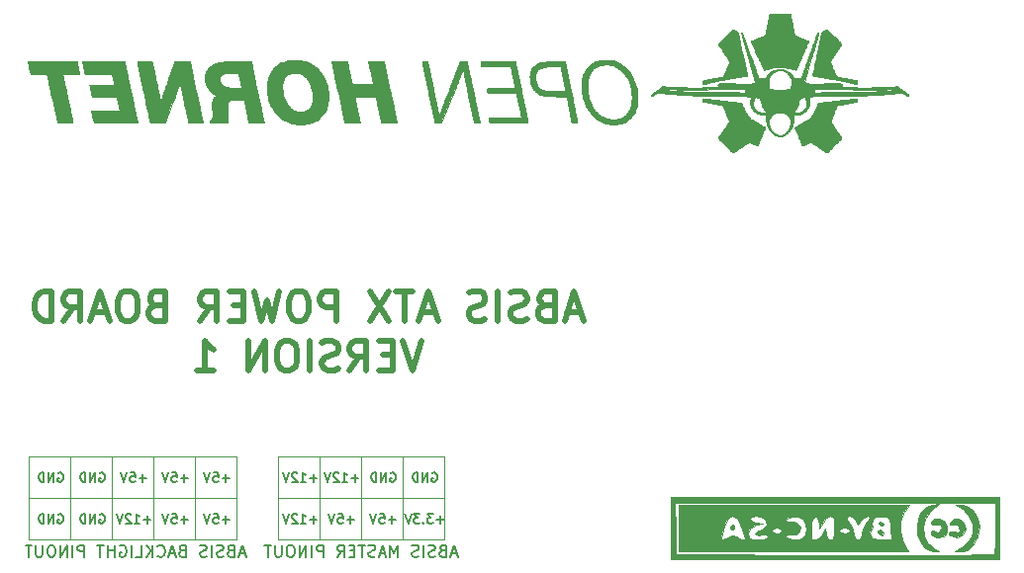
<source format=gbr>
%TF.GenerationSoftware,KiCad,Pcbnew,(5.1.7)-1*%
%TF.CreationDate,2020-11-11T18:46:54-08:00*%
%TF.ProjectId,ATX_PSU_Board,4154585f-5053-4555-9f42-6f6172642e6b,rev?*%
%TF.SameCoordinates,Original*%
%TF.FileFunction,Legend,Bot*%
%TF.FilePolarity,Positive*%
%FSLAX46Y46*%
G04 Gerber Fmt 4.6, Leading zero omitted, Abs format (unit mm)*
G04 Created by KiCad (PCBNEW (5.1.7)-1) date 2020-11-11 18:46:54*
%MOMM*%
%LPD*%
G01*
G04 APERTURE LIST*
%ADD10C,0.500000*%
%ADD11C,0.150000*%
%ADD12C,0.120000*%
%ADD13C,0.010000*%
G04 APERTURE END LIST*
D10*
X117372857Y-94303666D02*
X116182380Y-94303666D01*
X117610952Y-95017952D02*
X116777619Y-92517952D01*
X115944285Y-95017952D01*
X114277619Y-93708428D02*
X113920476Y-93827476D01*
X113801428Y-93946523D01*
X113682380Y-94184619D01*
X113682380Y-94541761D01*
X113801428Y-94779857D01*
X113920476Y-94898904D01*
X114158571Y-95017952D01*
X115110952Y-95017952D01*
X115110952Y-92517952D01*
X114277619Y-92517952D01*
X114039523Y-92637000D01*
X113920476Y-92756047D01*
X113801428Y-92994142D01*
X113801428Y-93232238D01*
X113920476Y-93470333D01*
X114039523Y-93589380D01*
X114277619Y-93708428D01*
X115110952Y-93708428D01*
X112730000Y-94898904D02*
X112372857Y-95017952D01*
X111777619Y-95017952D01*
X111539523Y-94898904D01*
X111420476Y-94779857D01*
X111301428Y-94541761D01*
X111301428Y-94303666D01*
X111420476Y-94065571D01*
X111539523Y-93946523D01*
X111777619Y-93827476D01*
X112253809Y-93708428D01*
X112491904Y-93589380D01*
X112610952Y-93470333D01*
X112730000Y-93232238D01*
X112730000Y-92994142D01*
X112610952Y-92756047D01*
X112491904Y-92637000D01*
X112253809Y-92517952D01*
X111658571Y-92517952D01*
X111301428Y-92637000D01*
X110230000Y-95017952D02*
X110230000Y-92517952D01*
X109158571Y-94898904D02*
X108801428Y-95017952D01*
X108206190Y-95017952D01*
X107968095Y-94898904D01*
X107849047Y-94779857D01*
X107730000Y-94541761D01*
X107730000Y-94303666D01*
X107849047Y-94065571D01*
X107968095Y-93946523D01*
X108206190Y-93827476D01*
X108682380Y-93708428D01*
X108920476Y-93589380D01*
X109039523Y-93470333D01*
X109158571Y-93232238D01*
X109158571Y-92994142D01*
X109039523Y-92756047D01*
X108920476Y-92637000D01*
X108682380Y-92517952D01*
X108087142Y-92517952D01*
X107730000Y-92637000D01*
X104872857Y-94303666D02*
X103682380Y-94303666D01*
X105110952Y-95017952D02*
X104277619Y-92517952D01*
X103444285Y-95017952D01*
X102968095Y-92517952D02*
X101539523Y-92517952D01*
X102253809Y-95017952D02*
X102253809Y-92517952D01*
X100944285Y-92517952D02*
X99277619Y-95017952D01*
X99277619Y-92517952D02*
X100944285Y-95017952D01*
X96420476Y-95017952D02*
X96420476Y-92517952D01*
X95468095Y-92517952D01*
X95230000Y-92637000D01*
X95110952Y-92756047D01*
X94991904Y-92994142D01*
X94991904Y-93351285D01*
X95110952Y-93589380D01*
X95230000Y-93708428D01*
X95468095Y-93827476D01*
X96420476Y-93827476D01*
X93444285Y-92517952D02*
X92968095Y-92517952D01*
X92730000Y-92637000D01*
X92491904Y-92875095D01*
X92372857Y-93351285D01*
X92372857Y-94184619D01*
X92491904Y-94660809D01*
X92730000Y-94898904D01*
X92968095Y-95017952D01*
X93444285Y-95017952D01*
X93682380Y-94898904D01*
X93920476Y-94660809D01*
X94039523Y-94184619D01*
X94039523Y-93351285D01*
X93920476Y-92875095D01*
X93682380Y-92637000D01*
X93444285Y-92517952D01*
X91539523Y-92517952D02*
X90944285Y-95017952D01*
X90468095Y-93232238D01*
X89991904Y-95017952D01*
X89396666Y-92517952D01*
X88444285Y-93708428D02*
X87610952Y-93708428D01*
X87253809Y-95017952D02*
X88444285Y-95017952D01*
X88444285Y-92517952D01*
X87253809Y-92517952D01*
X84753809Y-95017952D02*
X85587142Y-93827476D01*
X86182380Y-95017952D02*
X86182380Y-92517952D01*
X85230000Y-92517952D01*
X84991904Y-92637000D01*
X84872857Y-92756047D01*
X84753809Y-92994142D01*
X84753809Y-93351285D01*
X84872857Y-93589380D01*
X84991904Y-93708428D01*
X85230000Y-93827476D01*
X86182380Y-93827476D01*
X80944285Y-93708428D02*
X80587142Y-93827476D01*
X80468095Y-93946523D01*
X80349047Y-94184619D01*
X80349047Y-94541761D01*
X80468095Y-94779857D01*
X80587142Y-94898904D01*
X80825238Y-95017952D01*
X81777619Y-95017952D01*
X81777619Y-92517952D01*
X80944285Y-92517952D01*
X80706190Y-92637000D01*
X80587142Y-92756047D01*
X80468095Y-92994142D01*
X80468095Y-93232238D01*
X80587142Y-93470333D01*
X80706190Y-93589380D01*
X80944285Y-93708428D01*
X81777619Y-93708428D01*
X78801428Y-92517952D02*
X78325238Y-92517952D01*
X78087142Y-92637000D01*
X77849047Y-92875095D01*
X77730000Y-93351285D01*
X77730000Y-94184619D01*
X77849047Y-94660809D01*
X78087142Y-94898904D01*
X78325238Y-95017952D01*
X78801428Y-95017952D01*
X79039523Y-94898904D01*
X79277619Y-94660809D01*
X79396666Y-94184619D01*
X79396666Y-93351285D01*
X79277619Y-92875095D01*
X79039523Y-92637000D01*
X78801428Y-92517952D01*
X76777619Y-94303666D02*
X75587142Y-94303666D01*
X77015714Y-95017952D02*
X76182380Y-92517952D01*
X75349047Y-95017952D01*
X73087142Y-95017952D02*
X73920476Y-93827476D01*
X74515714Y-95017952D02*
X74515714Y-92517952D01*
X73563333Y-92517952D01*
X73325238Y-92637000D01*
X73206190Y-92756047D01*
X73087142Y-92994142D01*
X73087142Y-93351285D01*
X73206190Y-93589380D01*
X73325238Y-93708428D01*
X73563333Y-93827476D01*
X74515714Y-93827476D01*
X72015714Y-95017952D02*
X72015714Y-92517952D01*
X71420476Y-92517952D01*
X71063333Y-92637000D01*
X70825238Y-92875095D01*
X70706190Y-93113190D01*
X70587142Y-93589380D01*
X70587142Y-93946523D01*
X70706190Y-94422714D01*
X70825238Y-94660809D01*
X71063333Y-94898904D01*
X71420476Y-95017952D01*
X72015714Y-95017952D01*
X103741904Y-96767952D02*
X102908571Y-99267952D01*
X102075238Y-96767952D01*
X101241904Y-97958428D02*
X100408571Y-97958428D01*
X100051428Y-99267952D02*
X101241904Y-99267952D01*
X101241904Y-96767952D01*
X100051428Y-96767952D01*
X97551428Y-99267952D02*
X98384761Y-98077476D01*
X98980000Y-99267952D02*
X98980000Y-96767952D01*
X98027619Y-96767952D01*
X97789523Y-96887000D01*
X97670476Y-97006047D01*
X97551428Y-97244142D01*
X97551428Y-97601285D01*
X97670476Y-97839380D01*
X97789523Y-97958428D01*
X98027619Y-98077476D01*
X98980000Y-98077476D01*
X96599047Y-99148904D02*
X96241904Y-99267952D01*
X95646666Y-99267952D01*
X95408571Y-99148904D01*
X95289523Y-99029857D01*
X95170476Y-98791761D01*
X95170476Y-98553666D01*
X95289523Y-98315571D01*
X95408571Y-98196523D01*
X95646666Y-98077476D01*
X96122857Y-97958428D01*
X96360952Y-97839380D01*
X96480000Y-97720333D01*
X96599047Y-97482238D01*
X96599047Y-97244142D01*
X96480000Y-97006047D01*
X96360952Y-96887000D01*
X96122857Y-96767952D01*
X95527619Y-96767952D01*
X95170476Y-96887000D01*
X94099047Y-99267952D02*
X94099047Y-96767952D01*
X92432380Y-96767952D02*
X91956190Y-96767952D01*
X91718095Y-96887000D01*
X91480000Y-97125095D01*
X91360952Y-97601285D01*
X91360952Y-98434619D01*
X91480000Y-98910809D01*
X91718095Y-99148904D01*
X91956190Y-99267952D01*
X92432380Y-99267952D01*
X92670476Y-99148904D01*
X92908571Y-98910809D01*
X93027619Y-98434619D01*
X93027619Y-97601285D01*
X92908571Y-97125095D01*
X92670476Y-96887000D01*
X92432380Y-96767952D01*
X90289523Y-99267952D02*
X90289523Y-96767952D01*
X88860952Y-99267952D01*
X88860952Y-96767952D01*
X84456190Y-99267952D02*
X85884761Y-99267952D01*
X85170476Y-99267952D02*
X85170476Y-96767952D01*
X85408571Y-97125095D01*
X85646666Y-97363190D01*
X85884761Y-97482238D01*
D11*
X106742476Y-114974666D02*
X106266285Y-114974666D01*
X106837714Y-115260380D02*
X106504380Y-114260380D01*
X106171047Y-115260380D01*
X105504380Y-114736571D02*
X105361523Y-114784190D01*
X105313904Y-114831809D01*
X105266285Y-114927047D01*
X105266285Y-115069904D01*
X105313904Y-115165142D01*
X105361523Y-115212761D01*
X105456761Y-115260380D01*
X105837714Y-115260380D01*
X105837714Y-114260380D01*
X105504380Y-114260380D01*
X105409142Y-114308000D01*
X105361523Y-114355619D01*
X105313904Y-114450857D01*
X105313904Y-114546095D01*
X105361523Y-114641333D01*
X105409142Y-114688952D01*
X105504380Y-114736571D01*
X105837714Y-114736571D01*
X104885333Y-115212761D02*
X104742476Y-115260380D01*
X104504380Y-115260380D01*
X104409142Y-115212761D01*
X104361523Y-115165142D01*
X104313904Y-115069904D01*
X104313904Y-114974666D01*
X104361523Y-114879428D01*
X104409142Y-114831809D01*
X104504380Y-114784190D01*
X104694857Y-114736571D01*
X104790095Y-114688952D01*
X104837714Y-114641333D01*
X104885333Y-114546095D01*
X104885333Y-114450857D01*
X104837714Y-114355619D01*
X104790095Y-114308000D01*
X104694857Y-114260380D01*
X104456761Y-114260380D01*
X104313904Y-114308000D01*
X103885333Y-115260380D02*
X103885333Y-114260380D01*
X103456761Y-115212761D02*
X103313904Y-115260380D01*
X103075809Y-115260380D01*
X102980571Y-115212761D01*
X102932952Y-115165142D01*
X102885333Y-115069904D01*
X102885333Y-114974666D01*
X102932952Y-114879428D01*
X102980571Y-114831809D01*
X103075809Y-114784190D01*
X103266285Y-114736571D01*
X103361523Y-114688952D01*
X103409142Y-114641333D01*
X103456761Y-114546095D01*
X103456761Y-114450857D01*
X103409142Y-114355619D01*
X103361523Y-114308000D01*
X103266285Y-114260380D01*
X103028190Y-114260380D01*
X102885333Y-114308000D01*
X101694857Y-115260380D02*
X101694857Y-114260380D01*
X101361523Y-114974666D01*
X101028190Y-114260380D01*
X101028190Y-115260380D01*
X100599619Y-114974666D02*
X100123428Y-114974666D01*
X100694857Y-115260380D02*
X100361523Y-114260380D01*
X100028190Y-115260380D01*
X99742476Y-115212761D02*
X99599619Y-115260380D01*
X99361523Y-115260380D01*
X99266285Y-115212761D01*
X99218666Y-115165142D01*
X99171047Y-115069904D01*
X99171047Y-114974666D01*
X99218666Y-114879428D01*
X99266285Y-114831809D01*
X99361523Y-114784190D01*
X99552000Y-114736571D01*
X99647238Y-114688952D01*
X99694857Y-114641333D01*
X99742476Y-114546095D01*
X99742476Y-114450857D01*
X99694857Y-114355619D01*
X99647238Y-114308000D01*
X99552000Y-114260380D01*
X99313904Y-114260380D01*
X99171047Y-114308000D01*
X98885333Y-114260380D02*
X98313904Y-114260380D01*
X98599619Y-115260380D02*
X98599619Y-114260380D01*
X97980571Y-114736571D02*
X97647238Y-114736571D01*
X97504380Y-115260380D02*
X97980571Y-115260380D01*
X97980571Y-114260380D01*
X97504380Y-114260380D01*
X96504380Y-115260380D02*
X96837714Y-114784190D01*
X97075809Y-115260380D02*
X97075809Y-114260380D01*
X96694857Y-114260380D01*
X96599619Y-114308000D01*
X96552000Y-114355619D01*
X96504380Y-114450857D01*
X96504380Y-114593714D01*
X96552000Y-114688952D01*
X96599619Y-114736571D01*
X96694857Y-114784190D01*
X97075809Y-114784190D01*
X95313904Y-115260380D02*
X95313904Y-114260380D01*
X94932952Y-114260380D01*
X94837714Y-114308000D01*
X94790095Y-114355619D01*
X94742476Y-114450857D01*
X94742476Y-114593714D01*
X94790095Y-114688952D01*
X94837714Y-114736571D01*
X94932952Y-114784190D01*
X95313904Y-114784190D01*
X94313904Y-115260380D02*
X94313904Y-114260380D01*
X93837714Y-115260380D02*
X93837714Y-114260380D01*
X93266285Y-115260380D01*
X93266285Y-114260380D01*
X92599619Y-114260380D02*
X92409142Y-114260380D01*
X92313904Y-114308000D01*
X92218666Y-114403238D01*
X92171047Y-114593714D01*
X92171047Y-114927047D01*
X92218666Y-115117523D01*
X92313904Y-115212761D01*
X92409142Y-115260380D01*
X92599619Y-115260380D01*
X92694857Y-115212761D01*
X92790095Y-115117523D01*
X92837714Y-114927047D01*
X92837714Y-114593714D01*
X92790095Y-114403238D01*
X92694857Y-114308000D01*
X92599619Y-114260380D01*
X91742476Y-114260380D02*
X91742476Y-115069904D01*
X91694857Y-115165142D01*
X91647238Y-115212761D01*
X91552000Y-115260380D01*
X91361523Y-115260380D01*
X91266285Y-115212761D01*
X91218666Y-115165142D01*
X91171047Y-115069904D01*
X91171047Y-114260380D01*
X90837714Y-114260380D02*
X90266285Y-114260380D01*
X90552000Y-115260380D02*
X90552000Y-114260380D01*
X88605142Y-114974666D02*
X88128952Y-114974666D01*
X88700380Y-115260380D02*
X88367047Y-114260380D01*
X88033714Y-115260380D01*
X87367047Y-114736571D02*
X87224190Y-114784190D01*
X87176571Y-114831809D01*
X87128952Y-114927047D01*
X87128952Y-115069904D01*
X87176571Y-115165142D01*
X87224190Y-115212761D01*
X87319428Y-115260380D01*
X87700380Y-115260380D01*
X87700380Y-114260380D01*
X87367047Y-114260380D01*
X87271809Y-114308000D01*
X87224190Y-114355619D01*
X87176571Y-114450857D01*
X87176571Y-114546095D01*
X87224190Y-114641333D01*
X87271809Y-114688952D01*
X87367047Y-114736571D01*
X87700380Y-114736571D01*
X86748000Y-115212761D02*
X86605142Y-115260380D01*
X86367047Y-115260380D01*
X86271809Y-115212761D01*
X86224190Y-115165142D01*
X86176571Y-115069904D01*
X86176571Y-114974666D01*
X86224190Y-114879428D01*
X86271809Y-114831809D01*
X86367047Y-114784190D01*
X86557523Y-114736571D01*
X86652761Y-114688952D01*
X86700380Y-114641333D01*
X86748000Y-114546095D01*
X86748000Y-114450857D01*
X86700380Y-114355619D01*
X86652761Y-114308000D01*
X86557523Y-114260380D01*
X86319428Y-114260380D01*
X86176571Y-114308000D01*
X85748000Y-115260380D02*
X85748000Y-114260380D01*
X85319428Y-115212761D02*
X85176571Y-115260380D01*
X84938476Y-115260380D01*
X84843238Y-115212761D01*
X84795619Y-115165142D01*
X84748000Y-115069904D01*
X84748000Y-114974666D01*
X84795619Y-114879428D01*
X84843238Y-114831809D01*
X84938476Y-114784190D01*
X85128952Y-114736571D01*
X85224190Y-114688952D01*
X85271809Y-114641333D01*
X85319428Y-114546095D01*
X85319428Y-114450857D01*
X85271809Y-114355619D01*
X85224190Y-114308000D01*
X85128952Y-114260380D01*
X84890857Y-114260380D01*
X84748000Y-114308000D01*
X83224190Y-114736571D02*
X83081333Y-114784190D01*
X83033714Y-114831809D01*
X82986095Y-114927047D01*
X82986095Y-115069904D01*
X83033714Y-115165142D01*
X83081333Y-115212761D01*
X83176571Y-115260380D01*
X83557523Y-115260380D01*
X83557523Y-114260380D01*
X83224190Y-114260380D01*
X83128952Y-114308000D01*
X83081333Y-114355619D01*
X83033714Y-114450857D01*
X83033714Y-114546095D01*
X83081333Y-114641333D01*
X83128952Y-114688952D01*
X83224190Y-114736571D01*
X83557523Y-114736571D01*
X82605142Y-114974666D02*
X82128952Y-114974666D01*
X82700380Y-115260380D02*
X82367047Y-114260380D01*
X82033714Y-115260380D01*
X81128952Y-115165142D02*
X81176571Y-115212761D01*
X81319428Y-115260380D01*
X81414666Y-115260380D01*
X81557523Y-115212761D01*
X81652761Y-115117523D01*
X81700380Y-115022285D01*
X81748000Y-114831809D01*
X81748000Y-114688952D01*
X81700380Y-114498476D01*
X81652761Y-114403238D01*
X81557523Y-114308000D01*
X81414666Y-114260380D01*
X81319428Y-114260380D01*
X81176571Y-114308000D01*
X81128952Y-114355619D01*
X80700380Y-115260380D02*
X80700380Y-114260380D01*
X80128952Y-115260380D02*
X80557523Y-114688952D01*
X80128952Y-114260380D02*
X80700380Y-114831809D01*
X79224190Y-115260380D02*
X79700380Y-115260380D01*
X79700380Y-114260380D01*
X78890857Y-115260380D02*
X78890857Y-114260380D01*
X77890857Y-114308000D02*
X77986095Y-114260380D01*
X78128952Y-114260380D01*
X78271809Y-114308000D01*
X78367047Y-114403238D01*
X78414666Y-114498476D01*
X78462285Y-114688952D01*
X78462285Y-114831809D01*
X78414666Y-115022285D01*
X78367047Y-115117523D01*
X78271809Y-115212761D01*
X78128952Y-115260380D01*
X78033714Y-115260380D01*
X77890857Y-115212761D01*
X77843238Y-115165142D01*
X77843238Y-114831809D01*
X78033714Y-114831809D01*
X77414666Y-115260380D02*
X77414666Y-114260380D01*
X77414666Y-114736571D02*
X76843238Y-114736571D01*
X76843238Y-115260380D02*
X76843238Y-114260380D01*
X76509904Y-114260380D02*
X75938476Y-114260380D01*
X76224190Y-115260380D02*
X76224190Y-114260380D01*
X74843238Y-115260380D02*
X74843238Y-114260380D01*
X74462285Y-114260380D01*
X74367047Y-114308000D01*
X74319428Y-114355619D01*
X74271809Y-114450857D01*
X74271809Y-114593714D01*
X74319428Y-114688952D01*
X74367047Y-114736571D01*
X74462285Y-114784190D01*
X74843238Y-114784190D01*
X73843238Y-115260380D02*
X73843238Y-114260380D01*
X73367047Y-115260380D02*
X73367047Y-114260380D01*
X72795619Y-115260380D01*
X72795619Y-114260380D01*
X72128952Y-114260380D02*
X71938476Y-114260380D01*
X71843238Y-114308000D01*
X71748000Y-114403238D01*
X71700380Y-114593714D01*
X71700380Y-114927047D01*
X71748000Y-115117523D01*
X71843238Y-115212761D01*
X71938476Y-115260380D01*
X72128952Y-115260380D01*
X72224190Y-115212761D01*
X72319428Y-115117523D01*
X72367047Y-114927047D01*
X72367047Y-114593714D01*
X72319428Y-114403238D01*
X72224190Y-114308000D01*
X72128952Y-114260380D01*
X71271809Y-114260380D02*
X71271809Y-115069904D01*
X71224190Y-115165142D01*
X71176571Y-115212761D01*
X71081333Y-115260380D01*
X70890857Y-115260380D01*
X70795619Y-115212761D01*
X70748000Y-115165142D01*
X70700380Y-115069904D01*
X70700380Y-114260380D01*
X70367047Y-114260380D02*
X69795619Y-114260380D01*
X70081333Y-115260380D02*
X70081333Y-114260380D01*
X72618523Y-108058000D02*
X72694714Y-108019904D01*
X72809000Y-108019904D01*
X72923285Y-108058000D01*
X72999476Y-108134190D01*
X73037571Y-108210380D01*
X73075666Y-108362761D01*
X73075666Y-108477047D01*
X73037571Y-108629428D01*
X72999476Y-108705619D01*
X72923285Y-108781809D01*
X72809000Y-108819904D01*
X72732809Y-108819904D01*
X72618523Y-108781809D01*
X72580428Y-108743714D01*
X72580428Y-108477047D01*
X72732809Y-108477047D01*
X72237571Y-108819904D02*
X72237571Y-108019904D01*
X71780428Y-108819904D01*
X71780428Y-108019904D01*
X71399476Y-108819904D02*
X71399476Y-108019904D01*
X71209000Y-108019904D01*
X71094714Y-108058000D01*
X71018523Y-108134190D01*
X70980428Y-108210380D01*
X70942333Y-108362761D01*
X70942333Y-108477047D01*
X70980428Y-108629428D01*
X71018523Y-108705619D01*
X71094714Y-108781809D01*
X71209000Y-108819904D01*
X71399476Y-108819904D01*
X72618523Y-111614000D02*
X72694714Y-111575904D01*
X72809000Y-111575904D01*
X72923285Y-111614000D01*
X72999476Y-111690190D01*
X73037571Y-111766380D01*
X73075666Y-111918761D01*
X73075666Y-112033047D01*
X73037571Y-112185428D01*
X72999476Y-112261619D01*
X72923285Y-112337809D01*
X72809000Y-112375904D01*
X72732809Y-112375904D01*
X72618523Y-112337809D01*
X72580428Y-112299714D01*
X72580428Y-112033047D01*
X72732809Y-112033047D01*
X72237571Y-112375904D02*
X72237571Y-111575904D01*
X71780428Y-112375904D01*
X71780428Y-111575904D01*
X71399476Y-112375904D02*
X71399476Y-111575904D01*
X71209000Y-111575904D01*
X71094714Y-111614000D01*
X71018523Y-111690190D01*
X70980428Y-111766380D01*
X70942333Y-111918761D01*
X70942333Y-112033047D01*
X70980428Y-112185428D01*
X71018523Y-112261619D01*
X71094714Y-112337809D01*
X71209000Y-112375904D01*
X71399476Y-112375904D01*
D12*
X73660000Y-106680000D02*
X70104000Y-106680000D01*
X70104000Y-113792000D02*
X70104000Y-110236000D01*
X73660000Y-113792000D02*
X70104000Y-113792000D01*
X70104000Y-110236000D02*
X70104000Y-106680000D01*
X73660000Y-110236000D02*
X70104000Y-110236000D01*
X73660000Y-110236000D02*
X70104000Y-110236000D01*
X80772000Y-110236000D02*
X80772000Y-106680000D01*
X84328000Y-110236000D02*
X80772000Y-110236000D01*
X77216000Y-113792000D02*
X77216000Y-110236000D01*
X77216000Y-110236000D02*
X73660000Y-110236000D01*
X87884000Y-106680000D02*
X84328000Y-106680000D01*
X80772000Y-113792000D02*
X80772000Y-110236000D01*
X87884000Y-110236000D02*
X84328000Y-110236000D01*
X84328000Y-113792000D02*
X80772000Y-113792000D01*
X80772000Y-110236000D02*
X77216000Y-110236000D01*
X87884000Y-113792000D02*
X84328000Y-113792000D01*
X80772000Y-113792000D02*
X80772000Y-110236000D01*
X84328000Y-106680000D02*
X80772000Y-106680000D01*
X77216000Y-113792000D02*
X73660000Y-113792000D01*
X80772000Y-106680000D02*
X77216000Y-106680000D01*
X84328000Y-110236000D02*
X84328000Y-106680000D01*
X80772000Y-110236000D02*
X77216000Y-110236000D01*
X84328000Y-110236000D02*
X80772000Y-110236000D01*
X87884000Y-110236000D02*
X87884000Y-106680000D01*
X84328000Y-113792000D02*
X84328000Y-110236000D01*
X80772000Y-110236000D02*
X80772000Y-106680000D01*
X84328000Y-113792000D02*
X84328000Y-110236000D01*
X87884000Y-110236000D02*
X84328000Y-110236000D01*
X87884000Y-113792000D02*
X87884000Y-110236000D01*
X77216000Y-110236000D02*
X77216000Y-106680000D01*
X80772000Y-113792000D02*
X77216000Y-113792000D01*
X84328000Y-110236000D02*
X84328000Y-106680000D01*
D11*
X83705571Y-108515142D02*
X83096047Y-108515142D01*
X83400809Y-108819904D02*
X83400809Y-108210380D01*
X82334142Y-108019904D02*
X82715095Y-108019904D01*
X82753190Y-108400857D01*
X82715095Y-108362761D01*
X82638904Y-108324666D01*
X82448428Y-108324666D01*
X82372238Y-108362761D01*
X82334142Y-108400857D01*
X82296047Y-108477047D01*
X82296047Y-108667523D01*
X82334142Y-108743714D01*
X82372238Y-108781809D01*
X82448428Y-108819904D01*
X82638904Y-108819904D01*
X82715095Y-108781809D01*
X82753190Y-108743714D01*
X82067476Y-108019904D02*
X81800809Y-108819904D01*
X81534142Y-108019904D01*
X83705571Y-112071142D02*
X83096047Y-112071142D01*
X83400809Y-112375904D02*
X83400809Y-111766380D01*
X82334142Y-111575904D02*
X82715095Y-111575904D01*
X82753190Y-111956857D01*
X82715095Y-111918761D01*
X82638904Y-111880666D01*
X82448428Y-111880666D01*
X82372238Y-111918761D01*
X82334142Y-111956857D01*
X82296047Y-112033047D01*
X82296047Y-112223523D01*
X82334142Y-112299714D01*
X82372238Y-112337809D01*
X82448428Y-112375904D01*
X82638904Y-112375904D01*
X82715095Y-112337809D01*
X82753190Y-112299714D01*
X82067476Y-111575904D02*
X81800809Y-112375904D01*
X81534142Y-111575904D01*
X80149571Y-108515142D02*
X79540047Y-108515142D01*
X79844809Y-108819904D02*
X79844809Y-108210380D01*
X78778142Y-108019904D02*
X79159095Y-108019904D01*
X79197190Y-108400857D01*
X79159095Y-108362761D01*
X79082904Y-108324666D01*
X78892428Y-108324666D01*
X78816238Y-108362761D01*
X78778142Y-108400857D01*
X78740047Y-108477047D01*
X78740047Y-108667523D01*
X78778142Y-108743714D01*
X78816238Y-108781809D01*
X78892428Y-108819904D01*
X79082904Y-108819904D01*
X79159095Y-108781809D01*
X79197190Y-108743714D01*
X78511476Y-108019904D02*
X78244809Y-108819904D01*
X77978142Y-108019904D01*
X80530523Y-112071142D02*
X79921000Y-112071142D01*
X80225761Y-112375904D02*
X80225761Y-111766380D01*
X79121000Y-112375904D02*
X79578142Y-112375904D01*
X79349571Y-112375904D02*
X79349571Y-111575904D01*
X79425761Y-111690190D01*
X79501952Y-111766380D01*
X79578142Y-111804476D01*
X78816238Y-111652095D02*
X78778142Y-111614000D01*
X78701952Y-111575904D01*
X78511476Y-111575904D01*
X78435285Y-111614000D01*
X78397190Y-111652095D01*
X78359095Y-111728285D01*
X78359095Y-111804476D01*
X78397190Y-111918761D01*
X78854333Y-112375904D01*
X78359095Y-112375904D01*
X78130523Y-111575904D02*
X77863857Y-112375904D01*
X77597190Y-111575904D01*
X76174523Y-108058000D02*
X76250714Y-108019904D01*
X76365000Y-108019904D01*
X76479285Y-108058000D01*
X76555476Y-108134190D01*
X76593571Y-108210380D01*
X76631666Y-108362761D01*
X76631666Y-108477047D01*
X76593571Y-108629428D01*
X76555476Y-108705619D01*
X76479285Y-108781809D01*
X76365000Y-108819904D01*
X76288809Y-108819904D01*
X76174523Y-108781809D01*
X76136428Y-108743714D01*
X76136428Y-108477047D01*
X76288809Y-108477047D01*
X75793571Y-108819904D02*
X75793571Y-108019904D01*
X75336428Y-108819904D01*
X75336428Y-108019904D01*
X74955476Y-108819904D02*
X74955476Y-108019904D01*
X74765000Y-108019904D01*
X74650714Y-108058000D01*
X74574523Y-108134190D01*
X74536428Y-108210380D01*
X74498333Y-108362761D01*
X74498333Y-108477047D01*
X74536428Y-108629428D01*
X74574523Y-108705619D01*
X74650714Y-108781809D01*
X74765000Y-108819904D01*
X74955476Y-108819904D01*
X76174523Y-111614000D02*
X76250714Y-111575904D01*
X76365000Y-111575904D01*
X76479285Y-111614000D01*
X76555476Y-111690190D01*
X76593571Y-111766380D01*
X76631666Y-111918761D01*
X76631666Y-112033047D01*
X76593571Y-112185428D01*
X76555476Y-112261619D01*
X76479285Y-112337809D01*
X76365000Y-112375904D01*
X76288809Y-112375904D01*
X76174523Y-112337809D01*
X76136428Y-112299714D01*
X76136428Y-112033047D01*
X76288809Y-112033047D01*
X75793571Y-112375904D02*
X75793571Y-111575904D01*
X75336428Y-112375904D01*
X75336428Y-111575904D01*
X74955476Y-112375904D02*
X74955476Y-111575904D01*
X74765000Y-111575904D01*
X74650714Y-111614000D01*
X74574523Y-111690190D01*
X74536428Y-111766380D01*
X74498333Y-111918761D01*
X74498333Y-112033047D01*
X74536428Y-112185428D01*
X74574523Y-112261619D01*
X74650714Y-112337809D01*
X74765000Y-112375904D01*
X74955476Y-112375904D01*
D12*
X77216000Y-113792000D02*
X77216000Y-110236000D01*
X73660000Y-113792000D02*
X73660000Y-110236000D01*
X77216000Y-110236000D02*
X73660000Y-110236000D01*
X77216000Y-106680000D02*
X73660000Y-106680000D01*
X77216000Y-110236000D02*
X77216000Y-106680000D01*
X73660000Y-110236000D02*
X73660000Y-106680000D01*
D11*
X87261571Y-108515142D02*
X86652047Y-108515142D01*
X86956809Y-108819904D02*
X86956809Y-108210380D01*
X85890142Y-108019904D02*
X86271095Y-108019904D01*
X86309190Y-108400857D01*
X86271095Y-108362761D01*
X86194904Y-108324666D01*
X86004428Y-108324666D01*
X85928238Y-108362761D01*
X85890142Y-108400857D01*
X85852047Y-108477047D01*
X85852047Y-108667523D01*
X85890142Y-108743714D01*
X85928238Y-108781809D01*
X86004428Y-108819904D01*
X86194904Y-108819904D01*
X86271095Y-108781809D01*
X86309190Y-108743714D01*
X85623476Y-108019904D02*
X85356809Y-108819904D01*
X85090142Y-108019904D01*
X87261571Y-112071142D02*
X86652047Y-112071142D01*
X86956809Y-112375904D02*
X86956809Y-111766380D01*
X85890142Y-111575904D02*
X86271095Y-111575904D01*
X86309190Y-111956857D01*
X86271095Y-111918761D01*
X86194904Y-111880666D01*
X86004428Y-111880666D01*
X85928238Y-111918761D01*
X85890142Y-111956857D01*
X85852047Y-112033047D01*
X85852047Y-112223523D01*
X85890142Y-112299714D01*
X85928238Y-112337809D01*
X86004428Y-112375904D01*
X86194904Y-112375904D01*
X86271095Y-112337809D01*
X86309190Y-112299714D01*
X85623476Y-111575904D02*
X85356809Y-112375904D01*
X85090142Y-111575904D01*
D12*
X105664000Y-110236000D02*
X102108000Y-110236000D01*
X105664000Y-113792000D02*
X102108000Y-113792000D01*
D11*
X104622523Y-108058000D02*
X104698714Y-108019904D01*
X104813000Y-108019904D01*
X104927285Y-108058000D01*
X105003476Y-108134190D01*
X105041571Y-108210380D01*
X105079666Y-108362761D01*
X105079666Y-108477047D01*
X105041571Y-108629428D01*
X105003476Y-108705619D01*
X104927285Y-108781809D01*
X104813000Y-108819904D01*
X104736809Y-108819904D01*
X104622523Y-108781809D01*
X104584428Y-108743714D01*
X104584428Y-108477047D01*
X104736809Y-108477047D01*
X104241571Y-108819904D02*
X104241571Y-108019904D01*
X103784428Y-108819904D01*
X103784428Y-108019904D01*
X103403476Y-108819904D02*
X103403476Y-108019904D01*
X103213000Y-108019904D01*
X103098714Y-108058000D01*
X103022523Y-108134190D01*
X102984428Y-108210380D01*
X102946333Y-108362761D01*
X102946333Y-108477047D01*
X102984428Y-108629428D01*
X103022523Y-108705619D01*
X103098714Y-108781809D01*
X103213000Y-108819904D01*
X103403476Y-108819904D01*
X105613000Y-112071142D02*
X105003476Y-112071142D01*
X105308238Y-112375904D02*
X105308238Y-111766380D01*
X104698714Y-111575904D02*
X104203476Y-111575904D01*
X104470142Y-111880666D01*
X104355857Y-111880666D01*
X104279666Y-111918761D01*
X104241571Y-111956857D01*
X104203476Y-112033047D01*
X104203476Y-112223523D01*
X104241571Y-112299714D01*
X104279666Y-112337809D01*
X104355857Y-112375904D01*
X104584428Y-112375904D01*
X104660619Y-112337809D01*
X104698714Y-112299714D01*
X103860619Y-112299714D02*
X103822523Y-112337809D01*
X103860619Y-112375904D01*
X103898714Y-112337809D01*
X103860619Y-112299714D01*
X103860619Y-112375904D01*
X103555857Y-111575904D02*
X103060619Y-111575904D01*
X103327285Y-111880666D01*
X103213000Y-111880666D01*
X103136809Y-111918761D01*
X103098714Y-111956857D01*
X103060619Y-112033047D01*
X103060619Y-112223523D01*
X103098714Y-112299714D01*
X103136809Y-112337809D01*
X103213000Y-112375904D01*
X103441571Y-112375904D01*
X103517761Y-112337809D01*
X103555857Y-112299714D01*
X102832047Y-111575904D02*
X102565380Y-112375904D01*
X102298714Y-111575904D01*
D12*
X105664000Y-113792000D02*
X105664000Y-110236000D01*
X102108000Y-113792000D02*
X102108000Y-110236000D01*
X105664000Y-110236000D02*
X102108000Y-110236000D01*
X105664000Y-106680000D02*
X102108000Y-106680000D01*
X105664000Y-110236000D02*
X105664000Y-106680000D01*
X102108000Y-110236000D02*
X102108000Y-106680000D01*
X102108000Y-110236000D02*
X98552000Y-110236000D01*
X102108000Y-113792000D02*
X98552000Y-113792000D01*
D11*
X101066523Y-108058000D02*
X101142714Y-108019904D01*
X101257000Y-108019904D01*
X101371285Y-108058000D01*
X101447476Y-108134190D01*
X101485571Y-108210380D01*
X101523666Y-108362761D01*
X101523666Y-108477047D01*
X101485571Y-108629428D01*
X101447476Y-108705619D01*
X101371285Y-108781809D01*
X101257000Y-108819904D01*
X101180809Y-108819904D01*
X101066523Y-108781809D01*
X101028428Y-108743714D01*
X101028428Y-108477047D01*
X101180809Y-108477047D01*
X100685571Y-108819904D02*
X100685571Y-108019904D01*
X100228428Y-108819904D01*
X100228428Y-108019904D01*
X99847476Y-108819904D02*
X99847476Y-108019904D01*
X99657000Y-108019904D01*
X99542714Y-108058000D01*
X99466523Y-108134190D01*
X99428428Y-108210380D01*
X99390333Y-108362761D01*
X99390333Y-108477047D01*
X99428428Y-108629428D01*
X99466523Y-108705619D01*
X99542714Y-108781809D01*
X99657000Y-108819904D01*
X99847476Y-108819904D01*
X101485571Y-112071142D02*
X100876047Y-112071142D01*
X101180809Y-112375904D02*
X101180809Y-111766380D01*
X100114142Y-111575904D02*
X100495095Y-111575904D01*
X100533190Y-111956857D01*
X100495095Y-111918761D01*
X100418904Y-111880666D01*
X100228428Y-111880666D01*
X100152238Y-111918761D01*
X100114142Y-111956857D01*
X100076047Y-112033047D01*
X100076047Y-112223523D01*
X100114142Y-112299714D01*
X100152238Y-112337809D01*
X100228428Y-112375904D01*
X100418904Y-112375904D01*
X100495095Y-112337809D01*
X100533190Y-112299714D01*
X99847476Y-111575904D02*
X99580809Y-112375904D01*
X99314142Y-111575904D01*
D12*
X102108000Y-113792000D02*
X102108000Y-110236000D01*
X98552000Y-113792000D02*
X98552000Y-110236000D01*
X102108000Y-110236000D02*
X98552000Y-110236000D01*
X102108000Y-106680000D02*
X98552000Y-106680000D01*
X102108000Y-110236000D02*
X102108000Y-106680000D01*
X98552000Y-110236000D02*
X98552000Y-106680000D01*
X98552000Y-110236000D02*
X94996000Y-110236000D01*
X98552000Y-113792000D02*
X94996000Y-113792000D01*
D11*
X98310523Y-108515142D02*
X97701000Y-108515142D01*
X98005761Y-108819904D02*
X98005761Y-108210380D01*
X96901000Y-108819904D02*
X97358142Y-108819904D01*
X97129571Y-108819904D02*
X97129571Y-108019904D01*
X97205761Y-108134190D01*
X97281952Y-108210380D01*
X97358142Y-108248476D01*
X96596238Y-108096095D02*
X96558142Y-108058000D01*
X96481952Y-108019904D01*
X96291476Y-108019904D01*
X96215285Y-108058000D01*
X96177190Y-108096095D01*
X96139095Y-108172285D01*
X96139095Y-108248476D01*
X96177190Y-108362761D01*
X96634333Y-108819904D01*
X96139095Y-108819904D01*
X95910523Y-108019904D02*
X95643857Y-108819904D01*
X95377190Y-108019904D01*
X97929571Y-112071142D02*
X97320047Y-112071142D01*
X97624809Y-112375904D02*
X97624809Y-111766380D01*
X96558142Y-111575904D02*
X96939095Y-111575904D01*
X96977190Y-111956857D01*
X96939095Y-111918761D01*
X96862904Y-111880666D01*
X96672428Y-111880666D01*
X96596238Y-111918761D01*
X96558142Y-111956857D01*
X96520047Y-112033047D01*
X96520047Y-112223523D01*
X96558142Y-112299714D01*
X96596238Y-112337809D01*
X96672428Y-112375904D01*
X96862904Y-112375904D01*
X96939095Y-112337809D01*
X96977190Y-112299714D01*
X96291476Y-111575904D02*
X96024809Y-112375904D01*
X95758142Y-111575904D01*
D12*
X98552000Y-113792000D02*
X98552000Y-110236000D01*
X94996000Y-113792000D02*
X94996000Y-110236000D01*
X98552000Y-110236000D02*
X94996000Y-110236000D01*
X98552000Y-106680000D02*
X94996000Y-106680000D01*
X98552000Y-110236000D02*
X98552000Y-106680000D01*
X94996000Y-110236000D02*
X94996000Y-106680000D01*
D11*
X94754523Y-112071142D02*
X94145000Y-112071142D01*
X94449761Y-112375904D02*
X94449761Y-111766380D01*
X93345000Y-112375904D02*
X93802142Y-112375904D01*
X93573571Y-112375904D02*
X93573571Y-111575904D01*
X93649761Y-111690190D01*
X93725952Y-111766380D01*
X93802142Y-111804476D01*
X93040238Y-111652095D02*
X93002142Y-111614000D01*
X92925952Y-111575904D01*
X92735476Y-111575904D01*
X92659285Y-111614000D01*
X92621190Y-111652095D01*
X92583095Y-111728285D01*
X92583095Y-111804476D01*
X92621190Y-111918761D01*
X93078333Y-112375904D01*
X92583095Y-112375904D01*
X92354523Y-111575904D02*
X92087857Y-112375904D01*
X91821190Y-111575904D01*
D12*
X94996000Y-113792000D02*
X91440000Y-113792000D01*
X94996000Y-110236000D02*
X91440000Y-110236000D01*
X94996000Y-113792000D02*
X94996000Y-110236000D01*
X91440000Y-113792000D02*
X91440000Y-110236000D01*
X94996000Y-106680000D02*
X91440000Y-106680000D01*
X94996000Y-110236000D02*
X94996000Y-106680000D01*
X91440000Y-110236000D02*
X91440000Y-106680000D01*
X94996000Y-110236000D02*
X91440000Y-110236000D01*
D11*
X94754523Y-108515142D02*
X94145000Y-108515142D01*
X94449761Y-108819904D02*
X94449761Y-108210380D01*
X93345000Y-108819904D02*
X93802142Y-108819904D01*
X93573571Y-108819904D02*
X93573571Y-108019904D01*
X93649761Y-108134190D01*
X93725952Y-108210380D01*
X93802142Y-108248476D01*
X93040238Y-108096095D02*
X93002142Y-108058000D01*
X92925952Y-108019904D01*
X92735476Y-108019904D01*
X92659285Y-108058000D01*
X92621190Y-108096095D01*
X92583095Y-108172285D01*
X92583095Y-108248476D01*
X92621190Y-108362761D01*
X93078333Y-108819904D01*
X92583095Y-108819904D01*
X92354523Y-108019904D02*
X92087857Y-108819904D01*
X91821190Y-108019904D01*
D13*
%TO.C,G\u002A\u002A\u002A*%
G36*
X130276768Y-112523682D02*
G01*
X130114973Y-112738734D01*
X130108556Y-112785928D01*
X130236859Y-112939682D01*
X130276768Y-112944212D01*
X130424393Y-112807294D01*
X130444980Y-112681967D01*
X130363433Y-112507858D01*
X130276768Y-112523682D01*
G37*
X130276768Y-112523682D02*
X130114973Y-112738734D01*
X130108556Y-112785928D01*
X130236859Y-112939682D01*
X130276768Y-112944212D01*
X130424393Y-112807294D01*
X130444980Y-112681967D01*
X130363433Y-112507858D01*
X130276768Y-112523682D01*
G36*
X142792732Y-112352912D02*
G01*
X142808556Y-112439576D01*
X143023608Y-112601372D01*
X143070802Y-112607788D01*
X143224556Y-112479486D01*
X143229086Y-112439576D01*
X143092168Y-112291951D01*
X142966841Y-112271364D01*
X142792732Y-112352912D01*
G37*
X142792732Y-112352912D02*
X142808556Y-112439576D01*
X143023608Y-112601372D01*
X143070802Y-112607788D01*
X143224556Y-112479486D01*
X143229086Y-112439576D01*
X143092168Y-112291951D01*
X142966841Y-112271364D01*
X142792732Y-112352912D01*
G36*
X142766567Y-113042017D02*
G01*
X142762999Y-113143964D01*
X142930428Y-113366099D01*
X143131991Y-113394342D01*
X143229086Y-113210548D01*
X143093650Y-112978828D01*
X142962751Y-112944212D01*
X142766567Y-113042017D01*
G37*
X142766567Y-113042017D02*
X142762999Y-113143964D01*
X142930428Y-113366099D01*
X143131991Y-113394342D01*
X143229086Y-113210548D01*
X143093650Y-112978828D01*
X142962751Y-112944212D01*
X142766567Y-113042017D01*
G36*
X147651541Y-111986711D02*
G01*
X147454887Y-112086922D01*
X147303923Y-112294912D01*
X147410230Y-112467362D01*
X147700847Y-112504492D01*
X147751991Y-112493236D01*
X148088354Y-112519754D01*
X148218763Y-112746082D01*
X148099395Y-113037761D01*
X147856811Y-113189551D01*
X147679360Y-113106330D01*
X147446981Y-113023448D01*
X147343703Y-113123063D01*
X147340801Y-113353771D01*
X147566607Y-113525774D01*
X147914060Y-113601295D01*
X148276096Y-113542559D01*
X148378931Y-113488325D01*
X148653880Y-113132606D01*
X148675476Y-112679970D01*
X148452260Y-112279969D01*
X148039636Y-111982697D01*
X147651541Y-111986711D01*
G37*
X147651541Y-111986711D02*
X147454887Y-112086922D01*
X147303923Y-112294912D01*
X147410230Y-112467362D01*
X147700847Y-112504492D01*
X147751991Y-112493236D01*
X148088354Y-112519754D01*
X148218763Y-112746082D01*
X148099395Y-113037761D01*
X147856811Y-113189551D01*
X147679360Y-113106330D01*
X147446981Y-113023448D01*
X147343703Y-113123063D01*
X147340801Y-113353771D01*
X147566607Y-113525774D01*
X147914060Y-113601295D01*
X148276096Y-113542559D01*
X148378931Y-113488325D01*
X148653880Y-113132606D01*
X148675476Y-112679970D01*
X148452260Y-112279969D01*
X148039636Y-111982697D01*
X147651541Y-111986711D01*
G36*
X149316240Y-112023984D02*
G01*
X149190441Y-112077179D01*
X148899983Y-112288090D01*
X148888884Y-112463909D01*
X149137306Y-112516257D01*
X149282839Y-112488806D01*
X149610401Y-112524082D01*
X149718107Y-112664755D01*
X149753779Y-113023065D01*
X149567165Y-113181238D01*
X149284715Y-113112424D01*
X148987532Y-113053750D01*
X148818598Y-113172200D01*
X148861713Y-113374228D01*
X148968794Y-113465079D01*
X149466686Y-113606677D01*
X149938370Y-113433063D01*
X150029654Y-113352727D01*
X150271718Y-112920447D01*
X150187514Y-112469046D01*
X149956880Y-112186640D01*
X149644588Y-111983805D01*
X149316240Y-112023984D01*
G37*
X149316240Y-112023984D02*
X149190441Y-112077179D01*
X148899983Y-112288090D01*
X148888884Y-112463909D01*
X149137306Y-112516257D01*
X149282839Y-112488806D01*
X149610401Y-112524082D01*
X149718107Y-112664755D01*
X149753779Y-113023065D01*
X149567165Y-113181238D01*
X149284715Y-113112424D01*
X148987532Y-113053750D01*
X148818598Y-113172200D01*
X148861713Y-113374228D01*
X148968794Y-113465079D01*
X149466686Y-113606677D01*
X149938370Y-113433063D01*
X150029654Y-113352727D01*
X150271718Y-112920447D01*
X150187514Y-112469046D01*
X149956880Y-112186640D01*
X149644588Y-111983805D01*
X149316240Y-112023984D01*
G36*
X125735047Y-114794543D02*
G01*
X145370084Y-114794543D01*
X144961217Y-113995537D01*
X144890668Y-113785272D01*
X143918723Y-113785272D01*
X143251238Y-113785272D01*
X142750699Y-113760369D01*
X142366624Y-113698896D01*
X142317678Y-113683169D01*
X142107887Y-113461844D01*
X142056315Y-113133377D01*
X142189903Y-112878778D01*
X142197256Y-112874048D01*
X142279825Y-112659983D01*
X142263235Y-112367240D01*
X142269201Y-112035221D01*
X142480376Y-111892888D01*
X142047862Y-111892888D01*
X141950926Y-112101677D01*
X141722195Y-112430580D01*
X141715179Y-112439576D01*
X141473828Y-112893897D01*
X141382495Y-113322689D01*
X141314489Y-113673504D01*
X141080072Y-113784360D01*
X141042331Y-113785272D01*
X140786468Y-113695663D01*
X140703249Y-113374572D01*
X140702167Y-113322689D01*
X140628778Y-113000624D01*
X140365315Y-113000624D01*
X140250247Y-113175590D01*
X139973254Y-113259865D01*
X139627035Y-113186313D01*
X139405838Y-112998262D01*
X139401423Y-112986265D01*
X139489041Y-112826184D01*
X139850830Y-112776000D01*
X139023788Y-112776000D01*
X139010901Y-113340969D01*
X138955850Y-113646266D01*
X138834047Y-113768183D01*
X138698537Y-113785272D01*
X138425056Y-113661667D01*
X138312675Y-113322689D01*
X138252063Y-112860106D01*
X138022183Y-113322689D01*
X137700260Y-113703452D01*
X137390380Y-113785272D01*
X137165263Y-113763117D01*
X137051442Y-113643039D01*
X137019644Y-113344619D01*
X137035687Y-112907362D01*
X136668076Y-112907362D01*
X136580827Y-113356978D01*
X136374451Y-113607911D01*
X136005095Y-113722117D01*
X135542798Y-113739184D01*
X135121343Y-113669316D01*
X134874516Y-113522718D01*
X134860029Y-113492403D01*
X134867925Y-113472559D01*
X133311906Y-113472559D01*
X133192442Y-113673130D01*
X132936111Y-113761548D01*
X132512892Y-113783792D01*
X132070433Y-113746357D01*
X131799281Y-113668117D01*
X131362702Y-113668117D01*
X131307971Y-113768537D01*
X131131987Y-113785263D01*
X131115373Y-113785272D01*
X130843370Y-113714366D01*
X130781404Y-113617060D01*
X130646565Y-113477705D01*
X130323567Y-113463655D01*
X129934690Y-113570563D01*
X129777500Y-113652745D01*
X129464033Y-113782323D01*
X129338254Y-113655574D01*
X129398489Y-113263429D01*
X129601467Y-112697939D01*
X129885508Y-112104187D01*
X130140496Y-111811242D01*
X130286378Y-111766729D01*
X130480410Y-111780079D01*
X130623422Y-111864775D01*
X130763308Y-112087781D01*
X130947965Y-112516063D01*
X131104671Y-112910832D01*
X131295247Y-113407662D01*
X131362702Y-113668117D01*
X131799281Y-113668117D01*
X131756383Y-113655739D01*
X131700661Y-113607499D01*
X131628033Y-113214646D01*
X131817529Y-112829415D01*
X132208866Y-112555538D01*
X132335182Y-112515629D01*
X132884053Y-112380543D01*
X132337364Y-112315296D01*
X131910270Y-112189148D01*
X131778855Y-112001951D01*
X131939964Y-111834350D01*
X132358821Y-111766729D01*
X132876613Y-111870393D01*
X133186643Y-112126527D01*
X133271864Y-112452846D01*
X133115230Y-112767062D01*
X132699694Y-112986890D01*
X132615609Y-113006312D01*
X132279406Y-113128670D01*
X132214255Y-113285469D01*
X132216071Y-113288508D01*
X132451261Y-113389064D01*
X132815961Y-113361225D01*
X133186312Y-113342665D01*
X133311906Y-113472559D01*
X134867925Y-113472559D01*
X134913609Y-113357753D01*
X135236499Y-113372929D01*
X135276978Y-113380744D01*
X135756279Y-113357815D01*
X136054459Y-113111534D01*
X136064928Y-113028318D01*
X134482066Y-113028318D01*
X134335839Y-113231251D01*
X134061537Y-113280636D01*
X133723314Y-113192900D01*
X133641007Y-113028318D01*
X133787234Y-112825385D01*
X134061537Y-112776000D01*
X134399759Y-112863736D01*
X134482066Y-113028318D01*
X136064928Y-113028318D01*
X136105679Y-112704407D01*
X136082642Y-112615860D01*
X135907115Y-112366739D01*
X135533853Y-112275258D01*
X135381879Y-112271364D01*
X134961291Y-112222078D01*
X134856172Y-112072488D01*
X134859480Y-112061100D01*
X135076647Y-111872126D01*
X135478989Y-111797751D01*
X135934494Y-111840442D01*
X136311151Y-112002664D01*
X136348132Y-112033286D01*
X136589748Y-112420533D01*
X136668076Y-112907362D01*
X137035687Y-112907362D01*
X137038904Y-112819688D01*
X137093305Y-112237713D01*
X137194577Y-111921599D01*
X137365515Y-111801644D01*
X137372308Y-111800280D01*
X137584391Y-111854351D01*
X137692117Y-112162844D01*
X137709149Y-112303282D01*
X137763032Y-112860106D01*
X138061306Y-112313417D01*
X138371796Y-111913191D01*
X138691684Y-111766729D01*
X138877322Y-111804732D01*
X138977634Y-111969878D01*
X139017860Y-112338874D01*
X139023788Y-112776000D01*
X139850830Y-112776000D01*
X140258499Y-112834637D01*
X140365315Y-113000624D01*
X140628778Y-113000624D01*
X140594695Y-112851056D01*
X140369484Y-112439576D01*
X140099126Y-112044695D01*
X140072101Y-111835322D01*
X140285763Y-111767454D01*
X140329021Y-111766729D01*
X140640459Y-111898105D01*
X140846767Y-112121863D01*
X141068552Y-112476998D01*
X141317298Y-112121863D01*
X141572252Y-111878486D01*
X141847154Y-111762984D01*
X142027723Y-111811174D01*
X142047862Y-111892888D01*
X142480376Y-111892888D01*
X142514493Y-111869893D01*
X142605108Y-111844648D01*
X143101522Y-111782496D01*
X143422242Y-111794840D01*
X143648797Y-111861312D01*
X143775907Y-112035517D01*
X143840507Y-112402187D01*
X143868275Y-112818053D01*
X143918723Y-113785272D01*
X144890668Y-113785272D01*
X144664746Y-113111934D01*
X144697006Y-112238674D01*
X145059460Y-111343239D01*
X145082234Y-111304146D01*
X145404495Y-110757457D01*
X125735047Y-110757457D01*
X125735047Y-114794543D01*
G37*
X125735047Y-114794543D02*
X145370084Y-114794543D01*
X144961217Y-113995537D01*
X144890668Y-113785272D01*
X143918723Y-113785272D01*
X143251238Y-113785272D01*
X142750699Y-113760369D01*
X142366624Y-113698896D01*
X142317678Y-113683169D01*
X142107887Y-113461844D01*
X142056315Y-113133377D01*
X142189903Y-112878778D01*
X142197256Y-112874048D01*
X142279825Y-112659983D01*
X142263235Y-112367240D01*
X142269201Y-112035221D01*
X142480376Y-111892888D01*
X142047862Y-111892888D01*
X141950926Y-112101677D01*
X141722195Y-112430580D01*
X141715179Y-112439576D01*
X141473828Y-112893897D01*
X141382495Y-113322689D01*
X141314489Y-113673504D01*
X141080072Y-113784360D01*
X141042331Y-113785272D01*
X140786468Y-113695663D01*
X140703249Y-113374572D01*
X140702167Y-113322689D01*
X140628778Y-113000624D01*
X140365315Y-113000624D01*
X140250247Y-113175590D01*
X139973254Y-113259865D01*
X139627035Y-113186313D01*
X139405838Y-112998262D01*
X139401423Y-112986265D01*
X139489041Y-112826184D01*
X139850830Y-112776000D01*
X139023788Y-112776000D01*
X139010901Y-113340969D01*
X138955850Y-113646266D01*
X138834047Y-113768183D01*
X138698537Y-113785272D01*
X138425056Y-113661667D01*
X138312675Y-113322689D01*
X138252063Y-112860106D01*
X138022183Y-113322689D01*
X137700260Y-113703452D01*
X137390380Y-113785272D01*
X137165263Y-113763117D01*
X137051442Y-113643039D01*
X137019644Y-113344619D01*
X137035687Y-112907362D01*
X136668076Y-112907362D01*
X136580827Y-113356978D01*
X136374451Y-113607911D01*
X136005095Y-113722117D01*
X135542798Y-113739184D01*
X135121343Y-113669316D01*
X134874516Y-113522718D01*
X134860029Y-113492403D01*
X134867925Y-113472559D01*
X133311906Y-113472559D01*
X133192442Y-113673130D01*
X132936111Y-113761548D01*
X132512892Y-113783792D01*
X132070433Y-113746357D01*
X131799281Y-113668117D01*
X131362702Y-113668117D01*
X131307971Y-113768537D01*
X131131987Y-113785263D01*
X131115373Y-113785272D01*
X130843370Y-113714366D01*
X130781404Y-113617060D01*
X130646565Y-113477705D01*
X130323567Y-113463655D01*
X129934690Y-113570563D01*
X129777500Y-113652745D01*
X129464033Y-113782323D01*
X129338254Y-113655574D01*
X129398489Y-113263429D01*
X129601467Y-112697939D01*
X129885508Y-112104187D01*
X130140496Y-111811242D01*
X130286378Y-111766729D01*
X130480410Y-111780079D01*
X130623422Y-111864775D01*
X130763308Y-112087781D01*
X130947965Y-112516063D01*
X131104671Y-112910832D01*
X131295247Y-113407662D01*
X131362702Y-113668117D01*
X131799281Y-113668117D01*
X131756383Y-113655739D01*
X131700661Y-113607499D01*
X131628033Y-113214646D01*
X131817529Y-112829415D01*
X132208866Y-112555538D01*
X132335182Y-112515629D01*
X132884053Y-112380543D01*
X132337364Y-112315296D01*
X131910270Y-112189148D01*
X131778855Y-112001951D01*
X131939964Y-111834350D01*
X132358821Y-111766729D01*
X132876613Y-111870393D01*
X133186643Y-112126527D01*
X133271864Y-112452846D01*
X133115230Y-112767062D01*
X132699694Y-112986890D01*
X132615609Y-113006312D01*
X132279406Y-113128670D01*
X132214255Y-113285469D01*
X132216071Y-113288508D01*
X132451261Y-113389064D01*
X132815961Y-113361225D01*
X133186312Y-113342665D01*
X133311906Y-113472559D01*
X134867925Y-113472559D01*
X134913609Y-113357753D01*
X135236499Y-113372929D01*
X135276978Y-113380744D01*
X135756279Y-113357815D01*
X136054459Y-113111534D01*
X136064928Y-113028318D01*
X134482066Y-113028318D01*
X134335839Y-113231251D01*
X134061537Y-113280636D01*
X133723314Y-113192900D01*
X133641007Y-113028318D01*
X133787234Y-112825385D01*
X134061537Y-112776000D01*
X134399759Y-112863736D01*
X134482066Y-113028318D01*
X136064928Y-113028318D01*
X136105679Y-112704407D01*
X136082642Y-112615860D01*
X135907115Y-112366739D01*
X135533853Y-112275258D01*
X135381879Y-112271364D01*
X134961291Y-112222078D01*
X134856172Y-112072488D01*
X134859480Y-112061100D01*
X135076647Y-111872126D01*
X135478989Y-111797751D01*
X135934494Y-111840442D01*
X136311151Y-112002664D01*
X136348132Y-112033286D01*
X136589748Y-112420533D01*
X136668076Y-112907362D01*
X137035687Y-112907362D01*
X137038904Y-112819688D01*
X137093305Y-112237713D01*
X137194577Y-111921599D01*
X137365515Y-111801644D01*
X137372308Y-111800280D01*
X137584391Y-111854351D01*
X137692117Y-112162844D01*
X137709149Y-112303282D01*
X137763032Y-112860106D01*
X138061306Y-112313417D01*
X138371796Y-111913191D01*
X138691684Y-111766729D01*
X138877322Y-111804732D01*
X138977634Y-111969878D01*
X139017860Y-112338874D01*
X139023788Y-112776000D01*
X139850830Y-112776000D01*
X140258499Y-112834637D01*
X140365315Y-113000624D01*
X140628778Y-113000624D01*
X140594695Y-112851056D01*
X140369484Y-112439576D01*
X140099126Y-112044695D01*
X140072101Y-111835322D01*
X140285763Y-111767454D01*
X140329021Y-111766729D01*
X140640459Y-111898105D01*
X140846767Y-112121863D01*
X141068552Y-112476998D01*
X141317298Y-112121863D01*
X141572252Y-111878486D01*
X141847154Y-111762984D01*
X142027723Y-111811174D01*
X142047862Y-111892888D01*
X142480376Y-111892888D01*
X142514493Y-111869893D01*
X142605108Y-111844648D01*
X143101522Y-111782496D01*
X143422242Y-111794840D01*
X143648797Y-111861312D01*
X143775907Y-112035517D01*
X143840507Y-112402187D01*
X143868275Y-112818053D01*
X143918723Y-113785272D01*
X144890668Y-113785272D01*
X144664746Y-113111934D01*
X144697006Y-112238674D01*
X145059460Y-111343239D01*
X145082234Y-111304146D01*
X145404495Y-110757457D01*
X125735047Y-110757457D01*
X125735047Y-114794543D01*
G36*
X147439754Y-110796050D02*
G01*
X146875076Y-110983900D01*
X146462464Y-111400044D01*
X146201919Y-111973337D01*
X146093439Y-112632631D01*
X146137025Y-113306780D01*
X146332676Y-113924636D01*
X146680394Y-114415053D01*
X147180178Y-114706883D01*
X147439754Y-114753445D01*
X148023126Y-114796453D01*
X147562658Y-114538916D01*
X147006657Y-114056403D01*
X146690950Y-113418327D01*
X146615118Y-112704152D01*
X146778738Y-111993342D01*
X147181392Y-111365361D01*
X147581200Y-111032742D01*
X148023126Y-110750537D01*
X147439754Y-110796050D01*
G37*
X147439754Y-110796050D02*
X146875076Y-110983900D01*
X146462464Y-111400044D01*
X146201919Y-111973337D01*
X146093439Y-112632631D01*
X146137025Y-113306780D01*
X146332676Y-113924636D01*
X146680394Y-114415053D01*
X147180178Y-114706883D01*
X147439754Y-114753445D01*
X148023126Y-114796453D01*
X147562658Y-114538916D01*
X147006657Y-114056403D01*
X146690950Y-113418327D01*
X146615118Y-112704152D01*
X146778738Y-111993342D01*
X147181392Y-111365361D01*
X147581200Y-111032742D01*
X148023126Y-110750537D01*
X147439754Y-110796050D01*
G36*
X149974740Y-111141418D02*
G01*
X150548857Y-111701998D01*
X150850117Y-112391113D01*
X150854489Y-113135650D01*
X150745773Y-113487218D01*
X150409582Y-114016872D01*
X149951349Y-114437675D01*
X149925632Y-114453807D01*
X149368821Y-114793286D01*
X149900557Y-114793914D01*
X150405539Y-114680346D01*
X150850701Y-114297288D01*
X150853525Y-114293937D01*
X151304677Y-113524281D01*
X151436543Y-112704033D01*
X151249122Y-111888606D01*
X150853525Y-111258063D01*
X150394935Y-110866741D01*
X149917734Y-110757457D01*
X149403176Y-110757457D01*
X149974740Y-111141418D01*
G37*
X149974740Y-111141418D02*
X150548857Y-111701998D01*
X150850117Y-112391113D01*
X150854489Y-113135650D01*
X150745773Y-113487218D01*
X150409582Y-114016872D01*
X149951349Y-114437675D01*
X149925632Y-114453807D01*
X149368821Y-114793286D01*
X149900557Y-114793914D01*
X150405539Y-114680346D01*
X150850701Y-114297288D01*
X150853525Y-114293937D01*
X151304677Y-113524281D01*
X151436543Y-112704033D01*
X151249122Y-111888606D01*
X150853525Y-111258063D01*
X150394935Y-110866741D01*
X149917734Y-110757457D01*
X149403176Y-110757457D01*
X149974740Y-111141418D01*
G36*
X125062199Y-115467391D02*
G01*
X153153590Y-115467391D01*
X153153590Y-110589245D01*
X152817166Y-110589245D01*
X152817166Y-112747965D01*
X152808806Y-113568585D01*
X152785962Y-114264081D01*
X152751985Y-114767127D01*
X152710229Y-115010401D01*
X152704036Y-115019814D01*
X152522140Y-115036859D01*
X152029193Y-115052078D01*
X151250561Y-115065341D01*
X150211612Y-115076518D01*
X148937714Y-115085480D01*
X147454235Y-115092096D01*
X145786542Y-115096236D01*
X143960002Y-115097769D01*
X141999984Y-115096567D01*
X139931855Y-115092498D01*
X139036817Y-115089903D01*
X125482729Y-115046861D01*
X125435793Y-112818053D01*
X125388858Y-110589245D01*
X152817166Y-110589245D01*
X153153590Y-110589245D01*
X153153590Y-110084610D01*
X125062199Y-110084610D01*
X125062199Y-115467391D01*
G37*
X125062199Y-115467391D02*
X153153590Y-115467391D01*
X153153590Y-110589245D01*
X152817166Y-110589245D01*
X152817166Y-112747965D01*
X152808806Y-113568585D01*
X152785962Y-114264081D01*
X152751985Y-114767127D01*
X152710229Y-115010401D01*
X152704036Y-115019814D01*
X152522140Y-115036859D01*
X152029193Y-115052078D01*
X151250561Y-115065341D01*
X150211612Y-115076518D01*
X148937714Y-115085480D01*
X147454235Y-115092096D01*
X145786542Y-115096236D01*
X143960002Y-115097769D01*
X141999984Y-115096567D01*
X139931855Y-115092498D01*
X139036817Y-115089903D01*
X125482729Y-115046861D01*
X125435793Y-112818053D01*
X125388858Y-110589245D01*
X152817166Y-110589245D01*
X153153590Y-110589245D01*
X153153590Y-110084610D01*
X125062199Y-110084610D01*
X125062199Y-115467391D01*
G36*
X140933740Y-75972338D02*
G01*
X140908115Y-75975077D01*
X140867652Y-75979506D01*
X140813348Y-75985510D01*
X140746195Y-75992979D01*
X140667188Y-76001799D01*
X140577320Y-76011859D01*
X140477587Y-76023045D01*
X140368982Y-76035245D01*
X140252499Y-76048346D01*
X140129132Y-76062237D01*
X139999876Y-76076805D01*
X139865724Y-76091936D01*
X139727671Y-76107520D01*
X139586711Y-76123443D01*
X139443838Y-76139593D01*
X139300045Y-76155857D01*
X139156328Y-76172123D01*
X139013680Y-76188278D01*
X138873096Y-76204211D01*
X138735569Y-76219808D01*
X138602094Y-76234957D01*
X138473664Y-76249546D01*
X138351274Y-76263462D01*
X138235919Y-76276593D01*
X138128591Y-76288826D01*
X138030285Y-76300048D01*
X137941996Y-76310148D01*
X137864717Y-76319013D01*
X137799443Y-76326530D01*
X137747168Y-76332587D01*
X137708885Y-76337072D01*
X137685589Y-76339871D01*
X137679476Y-76340659D01*
X137656355Y-76345575D01*
X137644779Y-76354300D01*
X137639600Y-76369516D01*
X137635107Y-76382342D01*
X137624325Y-76408797D01*
X137608041Y-76447127D01*
X137587045Y-76495580D01*
X137562124Y-76552400D01*
X137534068Y-76615835D01*
X137503664Y-76684131D01*
X137471701Y-76755533D01*
X137438967Y-76828289D01*
X137406251Y-76900643D01*
X137374342Y-76970844D01*
X137344027Y-77037136D01*
X137316095Y-77097767D01*
X137291334Y-77150981D01*
X137270534Y-77195027D01*
X137254482Y-77228149D01*
X137246615Y-77243664D01*
X137204873Y-77314335D01*
X137151642Y-77390662D01*
X137089799Y-77469340D01*
X137022221Y-77547060D01*
X136951786Y-77620518D01*
X136881370Y-77686405D01*
X136813852Y-77741416D01*
X136812867Y-77742148D01*
X136797631Y-77752293D01*
X136769188Y-77770066D01*
X136728986Y-77794616D01*
X136678477Y-77825090D01*
X136619109Y-77860639D01*
X136552331Y-77900409D01*
X136479595Y-77943550D01*
X136402349Y-77989211D01*
X136322043Y-78036539D01*
X136240126Y-78084683D01*
X136158049Y-78132793D01*
X136077261Y-78180016D01*
X135999212Y-78225500D01*
X135925351Y-78268396D01*
X135857128Y-78307850D01*
X135795993Y-78343012D01*
X135743396Y-78373030D01*
X135700785Y-78397053D01*
X135669612Y-78414229D01*
X135659054Y-78419834D01*
X135621319Y-78439433D01*
X135941896Y-79214133D01*
X135998813Y-79351388D01*
X136051040Y-79476739D01*
X136098403Y-79589778D01*
X136140725Y-79690096D01*
X136177832Y-79777284D01*
X136209548Y-79850935D01*
X136235700Y-79910641D01*
X136256110Y-79955991D01*
X136270605Y-79986579D01*
X136279010Y-80001995D01*
X136280374Y-80003650D01*
X136302135Y-80015084D01*
X136319992Y-80018466D01*
X136332049Y-80014572D01*
X136357281Y-80003458D01*
X136393977Y-79985974D01*
X136440426Y-79962973D01*
X136494917Y-79935305D01*
X136555739Y-79903821D01*
X136621182Y-79869374D01*
X136643314Y-79857600D01*
X136721788Y-79815851D01*
X136786904Y-79781565D01*
X136840180Y-79754122D01*
X136883137Y-79732896D01*
X136917293Y-79717267D01*
X136944168Y-79706612D01*
X136965281Y-79700308D01*
X136982152Y-79697733D01*
X136996300Y-79698263D01*
X137009244Y-79701278D01*
X137017632Y-79704237D01*
X137027321Y-79710028D01*
X137049954Y-79724743D01*
X137084531Y-79747702D01*
X137130048Y-79778227D01*
X137185505Y-79815638D01*
X137249899Y-79859256D01*
X137322227Y-79908402D01*
X137401488Y-79962398D01*
X137486680Y-80020564D01*
X137576800Y-80082221D01*
X137670846Y-80146690D01*
X137692333Y-80161437D01*
X137804645Y-80238527D01*
X137903865Y-80306571D01*
X137990868Y-80366100D01*
X138066528Y-80417643D01*
X138131719Y-80461732D01*
X138187314Y-80498896D01*
X138234188Y-80529666D01*
X138273215Y-80554573D01*
X138305268Y-80574147D01*
X138331221Y-80588917D01*
X138351949Y-80599416D01*
X138368326Y-80606173D01*
X138381225Y-80609718D01*
X138391521Y-80610583D01*
X138400087Y-80609297D01*
X138407797Y-80606391D01*
X138415526Y-80602395D01*
X138417300Y-80601431D01*
X138426379Y-80593796D01*
X138446366Y-80575128D01*
X138476264Y-80546424D01*
X138515077Y-80508681D01*
X138561809Y-80462895D01*
X138615461Y-80410063D01*
X138675038Y-80351180D01*
X138739544Y-80287245D01*
X138807980Y-80219254D01*
X138879351Y-80148202D01*
X138952660Y-80075088D01*
X139026911Y-80000907D01*
X139101106Y-79926656D01*
X139174248Y-79853331D01*
X139245343Y-79781930D01*
X139313391Y-79713449D01*
X139377398Y-79648884D01*
X139436365Y-79589232D01*
X139489297Y-79535490D01*
X139535197Y-79488654D01*
X139573068Y-79449721D01*
X139601913Y-79419688D01*
X139620736Y-79399551D01*
X139628541Y-79390307D01*
X139628579Y-79390237D01*
X139636930Y-79371738D01*
X139640549Y-79353909D01*
X139638570Y-79334406D01*
X139630122Y-79310890D01*
X139614338Y-79281018D01*
X139590349Y-79242450D01*
X139557287Y-79192845D01*
X139553041Y-79186587D01*
X139533767Y-79158296D01*
X139505890Y-79117491D01*
X139470399Y-79065615D01*
X139428280Y-79004110D01*
X139380522Y-78934416D01*
X139328113Y-78857975D01*
X139272042Y-78776230D01*
X139213297Y-78690622D01*
X139152866Y-78602593D01*
X139098959Y-78524100D01*
X139040197Y-78438418D01*
X138984049Y-78356289D01*
X138931285Y-78278854D01*
X138882672Y-78207252D01*
X138838981Y-78142625D01*
X138800979Y-78086112D01*
X138769435Y-78038854D01*
X138745119Y-78001991D01*
X138728799Y-77976663D01*
X138721243Y-77964011D01*
X138720986Y-77963455D01*
X138712782Y-77937272D01*
X138709400Y-77912894D01*
X138712529Y-77900678D01*
X138721529Y-77874251D01*
X138735819Y-77835060D01*
X138754821Y-77784550D01*
X138777954Y-77724168D01*
X138804638Y-77655358D01*
X138834293Y-77579566D01*
X138866340Y-77498240D01*
X138900198Y-77412824D01*
X138935288Y-77324764D01*
X138971030Y-77235507D01*
X139006843Y-77146498D01*
X139042148Y-77059183D01*
X139076365Y-76975007D01*
X139108913Y-76895418D01*
X139139214Y-76821860D01*
X139166687Y-76755780D01*
X139190752Y-76698623D01*
X139210829Y-76651835D01*
X139226339Y-76616863D01*
X139236701Y-76595151D01*
X139240522Y-76588687D01*
X139258045Y-76570191D01*
X139273715Y-76557286D01*
X139275625Y-76556157D01*
X139285795Y-76553570D01*
X139311457Y-76548138D01*
X139351450Y-76540084D01*
X139404613Y-76529628D01*
X139469786Y-76516995D01*
X139545807Y-76502407D01*
X139631515Y-76486085D01*
X139725751Y-76468252D01*
X139827351Y-76449131D01*
X139935157Y-76428944D01*
X140048006Y-76407914D01*
X140093862Y-76399396D01*
X140240411Y-76372125D01*
X140370871Y-76347682D01*
X140485828Y-76325952D01*
X140585868Y-76306816D01*
X140671578Y-76290158D01*
X140743544Y-76275862D01*
X140802351Y-76263810D01*
X140848587Y-76253885D01*
X140882837Y-76245971D01*
X140905687Y-76239951D01*
X140917724Y-76235708D01*
X140919200Y-76234849D01*
X140935800Y-76220643D01*
X140947466Y-76203926D01*
X140955026Y-76181565D01*
X140959308Y-76150425D01*
X140961141Y-76107372D01*
X140961409Y-76075116D01*
X140961326Y-76031760D01*
X140960634Y-76002549D01*
X140958853Y-75984695D01*
X140955503Y-75975412D01*
X140950101Y-75971911D01*
X140943535Y-75971399D01*
X140933740Y-75972338D01*
G37*
X140933740Y-75972338D02*
X140908115Y-75975077D01*
X140867652Y-75979506D01*
X140813348Y-75985510D01*
X140746195Y-75992979D01*
X140667188Y-76001799D01*
X140577320Y-76011859D01*
X140477587Y-76023045D01*
X140368982Y-76035245D01*
X140252499Y-76048346D01*
X140129132Y-76062237D01*
X139999876Y-76076805D01*
X139865724Y-76091936D01*
X139727671Y-76107520D01*
X139586711Y-76123443D01*
X139443838Y-76139593D01*
X139300045Y-76155857D01*
X139156328Y-76172123D01*
X139013680Y-76188278D01*
X138873096Y-76204211D01*
X138735569Y-76219808D01*
X138602094Y-76234957D01*
X138473664Y-76249546D01*
X138351274Y-76263462D01*
X138235919Y-76276593D01*
X138128591Y-76288826D01*
X138030285Y-76300048D01*
X137941996Y-76310148D01*
X137864717Y-76319013D01*
X137799443Y-76326530D01*
X137747168Y-76332587D01*
X137708885Y-76337072D01*
X137685589Y-76339871D01*
X137679476Y-76340659D01*
X137656355Y-76345575D01*
X137644779Y-76354300D01*
X137639600Y-76369516D01*
X137635107Y-76382342D01*
X137624325Y-76408797D01*
X137608041Y-76447127D01*
X137587045Y-76495580D01*
X137562124Y-76552400D01*
X137534068Y-76615835D01*
X137503664Y-76684131D01*
X137471701Y-76755533D01*
X137438967Y-76828289D01*
X137406251Y-76900643D01*
X137374342Y-76970844D01*
X137344027Y-77037136D01*
X137316095Y-77097767D01*
X137291334Y-77150981D01*
X137270534Y-77195027D01*
X137254482Y-77228149D01*
X137246615Y-77243664D01*
X137204873Y-77314335D01*
X137151642Y-77390662D01*
X137089799Y-77469340D01*
X137022221Y-77547060D01*
X136951786Y-77620518D01*
X136881370Y-77686405D01*
X136813852Y-77741416D01*
X136812867Y-77742148D01*
X136797631Y-77752293D01*
X136769188Y-77770066D01*
X136728986Y-77794616D01*
X136678477Y-77825090D01*
X136619109Y-77860639D01*
X136552331Y-77900409D01*
X136479595Y-77943550D01*
X136402349Y-77989211D01*
X136322043Y-78036539D01*
X136240126Y-78084683D01*
X136158049Y-78132793D01*
X136077261Y-78180016D01*
X135999212Y-78225500D01*
X135925351Y-78268396D01*
X135857128Y-78307850D01*
X135795993Y-78343012D01*
X135743396Y-78373030D01*
X135700785Y-78397053D01*
X135669612Y-78414229D01*
X135659054Y-78419834D01*
X135621319Y-78439433D01*
X135941896Y-79214133D01*
X135998813Y-79351388D01*
X136051040Y-79476739D01*
X136098403Y-79589778D01*
X136140725Y-79690096D01*
X136177832Y-79777284D01*
X136209548Y-79850935D01*
X136235700Y-79910641D01*
X136256110Y-79955991D01*
X136270605Y-79986579D01*
X136279010Y-80001995D01*
X136280374Y-80003650D01*
X136302135Y-80015084D01*
X136319992Y-80018466D01*
X136332049Y-80014572D01*
X136357281Y-80003458D01*
X136393977Y-79985974D01*
X136440426Y-79962973D01*
X136494917Y-79935305D01*
X136555739Y-79903821D01*
X136621182Y-79869374D01*
X136643314Y-79857600D01*
X136721788Y-79815851D01*
X136786904Y-79781565D01*
X136840180Y-79754122D01*
X136883137Y-79732896D01*
X136917293Y-79717267D01*
X136944168Y-79706612D01*
X136965281Y-79700308D01*
X136982152Y-79697733D01*
X136996300Y-79698263D01*
X137009244Y-79701278D01*
X137017632Y-79704237D01*
X137027321Y-79710028D01*
X137049954Y-79724743D01*
X137084531Y-79747702D01*
X137130048Y-79778227D01*
X137185505Y-79815638D01*
X137249899Y-79859256D01*
X137322227Y-79908402D01*
X137401488Y-79962398D01*
X137486680Y-80020564D01*
X137576800Y-80082221D01*
X137670846Y-80146690D01*
X137692333Y-80161437D01*
X137804645Y-80238527D01*
X137903865Y-80306571D01*
X137990868Y-80366100D01*
X138066528Y-80417643D01*
X138131719Y-80461732D01*
X138187314Y-80498896D01*
X138234188Y-80529666D01*
X138273215Y-80554573D01*
X138305268Y-80574147D01*
X138331221Y-80588917D01*
X138351949Y-80599416D01*
X138368326Y-80606173D01*
X138381225Y-80609718D01*
X138391521Y-80610583D01*
X138400087Y-80609297D01*
X138407797Y-80606391D01*
X138415526Y-80602395D01*
X138417300Y-80601431D01*
X138426379Y-80593796D01*
X138446366Y-80575128D01*
X138476264Y-80546424D01*
X138515077Y-80508681D01*
X138561809Y-80462895D01*
X138615461Y-80410063D01*
X138675038Y-80351180D01*
X138739544Y-80287245D01*
X138807980Y-80219254D01*
X138879351Y-80148202D01*
X138952660Y-80075088D01*
X139026911Y-80000907D01*
X139101106Y-79926656D01*
X139174248Y-79853331D01*
X139245343Y-79781930D01*
X139313391Y-79713449D01*
X139377398Y-79648884D01*
X139436365Y-79589232D01*
X139489297Y-79535490D01*
X139535197Y-79488654D01*
X139573068Y-79449721D01*
X139601913Y-79419688D01*
X139620736Y-79399551D01*
X139628541Y-79390307D01*
X139628579Y-79390237D01*
X139636930Y-79371738D01*
X139640549Y-79353909D01*
X139638570Y-79334406D01*
X139630122Y-79310890D01*
X139614338Y-79281018D01*
X139590349Y-79242450D01*
X139557287Y-79192845D01*
X139553041Y-79186587D01*
X139533767Y-79158296D01*
X139505890Y-79117491D01*
X139470399Y-79065615D01*
X139428280Y-79004110D01*
X139380522Y-78934416D01*
X139328113Y-78857975D01*
X139272042Y-78776230D01*
X139213297Y-78690622D01*
X139152866Y-78602593D01*
X139098959Y-78524100D01*
X139040197Y-78438418D01*
X138984049Y-78356289D01*
X138931285Y-78278854D01*
X138882672Y-78207252D01*
X138838981Y-78142625D01*
X138800979Y-78086112D01*
X138769435Y-78038854D01*
X138745119Y-78001991D01*
X138728799Y-77976663D01*
X138721243Y-77964011D01*
X138720986Y-77963455D01*
X138712782Y-77937272D01*
X138709400Y-77912894D01*
X138712529Y-77900678D01*
X138721529Y-77874251D01*
X138735819Y-77835060D01*
X138754821Y-77784550D01*
X138777954Y-77724168D01*
X138804638Y-77655358D01*
X138834293Y-77579566D01*
X138866340Y-77498240D01*
X138900198Y-77412824D01*
X138935288Y-77324764D01*
X138971030Y-77235507D01*
X139006843Y-77146498D01*
X139042148Y-77059183D01*
X139076365Y-76975007D01*
X139108913Y-76895418D01*
X139139214Y-76821860D01*
X139166687Y-76755780D01*
X139190752Y-76698623D01*
X139210829Y-76651835D01*
X139226339Y-76616863D01*
X139236701Y-76595151D01*
X139240522Y-76588687D01*
X139258045Y-76570191D01*
X139273715Y-76557286D01*
X139275625Y-76556157D01*
X139285795Y-76553570D01*
X139311457Y-76548138D01*
X139351450Y-76540084D01*
X139404613Y-76529628D01*
X139469786Y-76516995D01*
X139545807Y-76502407D01*
X139631515Y-76486085D01*
X139725751Y-76468252D01*
X139827351Y-76449131D01*
X139935157Y-76428944D01*
X140048006Y-76407914D01*
X140093862Y-76399396D01*
X140240411Y-76372125D01*
X140370871Y-76347682D01*
X140485828Y-76325952D01*
X140585868Y-76306816D01*
X140671578Y-76290158D01*
X140743544Y-76275862D01*
X140802351Y-76263810D01*
X140848587Y-76253885D01*
X140882837Y-76245971D01*
X140905687Y-76239951D01*
X140917724Y-76235708D01*
X140919200Y-76234849D01*
X140935800Y-76220643D01*
X140947466Y-76203926D01*
X140955026Y-76181565D01*
X140959308Y-76150425D01*
X140961141Y-76107372D01*
X140961409Y-76075116D01*
X140961326Y-76031760D01*
X140960634Y-76002549D01*
X140958853Y-75984695D01*
X140955503Y-75975412D01*
X140950101Y-75971911D01*
X140943535Y-75971399D01*
X140933740Y-75972338D01*
G36*
X127773406Y-75971943D02*
G01*
X127767734Y-75975492D01*
X127764346Y-75984926D01*
X127762653Y-76003123D01*
X127762067Y-76032963D01*
X127762000Y-76069038D01*
X127763392Y-76126319D01*
X127768003Y-76169359D01*
X127776483Y-76200653D01*
X127789484Y-76222699D01*
X127805743Y-76236796D01*
X127816921Y-76240225D01*
X127843700Y-76246480D01*
X127885025Y-76255353D01*
X127939838Y-76266637D01*
X128007082Y-76280123D01*
X128085700Y-76295604D01*
X128174635Y-76312871D01*
X128272829Y-76331717D01*
X128379227Y-76351934D01*
X128492770Y-76373314D01*
X128612401Y-76395649D01*
X128629065Y-76398745D01*
X128743531Y-76420052D01*
X128853402Y-76440599D01*
X128957519Y-76460164D01*
X129054720Y-76478524D01*
X129143847Y-76495458D01*
X129223738Y-76510742D01*
X129293234Y-76524154D01*
X129351174Y-76535473D01*
X129396398Y-76544476D01*
X129427746Y-76550940D01*
X129444057Y-76554643D01*
X129446098Y-76555295D01*
X129454678Y-76560550D01*
X129463092Y-76567423D01*
X129471804Y-76576934D01*
X129481276Y-76590104D01*
X129491969Y-76607955D01*
X129504346Y-76631507D01*
X129518869Y-76661782D01*
X129535999Y-76699800D01*
X129556199Y-76746583D01*
X129579931Y-76803152D01*
X129607657Y-76870528D01*
X129639838Y-76949733D01*
X129676938Y-77041786D01*
X129719417Y-77147710D01*
X129759445Y-77247774D01*
X129811980Y-77379530D01*
X129858133Y-77495999D01*
X129898036Y-77597523D01*
X129931820Y-77684446D01*
X129959614Y-77757112D01*
X129981550Y-77815863D01*
X129997758Y-77861044D01*
X130008369Y-77892997D01*
X130013514Y-77912066D01*
X130014081Y-77916641D01*
X130010649Y-77945039D01*
X130002398Y-77970626D01*
X130001801Y-77971809D01*
X129995273Y-77982160D01*
X129979862Y-78005424D01*
X129956276Y-78040559D01*
X129925223Y-78086526D01*
X129887412Y-78142281D01*
X129843550Y-78206783D01*
X129794345Y-78278991D01*
X129740507Y-78357863D01*
X129682742Y-78442358D01*
X129621760Y-78531434D01*
X129564286Y-78615276D01*
X129500602Y-78708123D01*
X129439178Y-78797680D01*
X129380755Y-78882865D01*
X129326075Y-78962597D01*
X129275880Y-79035793D01*
X129230911Y-79101373D01*
X129191910Y-79158255D01*
X129159619Y-79205357D01*
X129134780Y-79241598D01*
X129118133Y-79265896D01*
X129110900Y-79276466D01*
X129089666Y-79315130D01*
X129082800Y-79348368D01*
X129083196Y-79353727D01*
X129084839Y-79359769D01*
X129088409Y-79367207D01*
X129094585Y-79376756D01*
X129104050Y-79389131D01*
X129117483Y-79405046D01*
X129135564Y-79425215D01*
X129158975Y-79450353D01*
X129188396Y-79481174D01*
X129224507Y-79518393D01*
X129267989Y-79562724D01*
X129319522Y-79614882D01*
X129379787Y-79675581D01*
X129449464Y-79745535D01*
X129529234Y-79825460D01*
X129619778Y-79916069D01*
X129698815Y-79995118D01*
X129800605Y-80097030D01*
X129891037Y-80187703D01*
X129970877Y-80267719D01*
X130040892Y-80337660D01*
X130101849Y-80398107D01*
X130154514Y-80449642D01*
X130199655Y-80492847D01*
X130238037Y-80528303D01*
X130270428Y-80556592D01*
X130297593Y-80578296D01*
X130320301Y-80593996D01*
X130339318Y-80604274D01*
X130355410Y-80609711D01*
X130369344Y-80610890D01*
X130381887Y-80608392D01*
X130393805Y-80602798D01*
X130405866Y-80594691D01*
X130418835Y-80584651D01*
X130433480Y-80573261D01*
X130447547Y-80563137D01*
X130465324Y-80550981D01*
X130495881Y-80530054D01*
X130538036Y-80501165D01*
X130590607Y-80465126D01*
X130652413Y-80422747D01*
X130722271Y-80374837D01*
X130799000Y-80322208D01*
X130881419Y-80265670D01*
X130968346Y-80206033D01*
X131058598Y-80144108D01*
X131110098Y-80108769D01*
X131215591Y-80036417D01*
X131308074Y-79973090D01*
X131388469Y-79918192D01*
X131457697Y-79871122D01*
X131516680Y-79831282D01*
X131566339Y-79798074D01*
X131607597Y-79770899D01*
X131641375Y-79749157D01*
X131668595Y-79732252D01*
X131690178Y-79719582D01*
X131707047Y-79710551D01*
X131720122Y-79704559D01*
X131730326Y-79701008D01*
X131738580Y-79699299D01*
X131740864Y-79699051D01*
X131751184Y-79698590D01*
X131762065Y-79699510D01*
X131775039Y-79702523D01*
X131791642Y-79708340D01*
X131813405Y-79717671D01*
X131841863Y-79731229D01*
X131878550Y-79749724D01*
X131925000Y-79773867D01*
X131982744Y-79804369D01*
X132053319Y-79841942D01*
X132081692Y-79857086D01*
X132164389Y-79900908D01*
X132236362Y-79938359D01*
X132296884Y-79969083D01*
X132345232Y-79992720D01*
X132380681Y-80008914D01*
X132402507Y-80017305D01*
X132408300Y-80018466D01*
X132434620Y-80011232D01*
X132449955Y-79999416D01*
X132455188Y-79989474D01*
X132466412Y-79964967D01*
X132483168Y-79926985D01*
X132504999Y-79876621D01*
X132531446Y-79814966D01*
X132562051Y-79743113D01*
X132596356Y-79662151D01*
X132633903Y-79573174D01*
X132674234Y-79477272D01*
X132716890Y-79375537D01*
X132761414Y-79269062D01*
X132807347Y-79158936D01*
X132854231Y-79046254D01*
X132901608Y-78932104D01*
X132949021Y-78817581D01*
X132996009Y-78703774D01*
X133042117Y-78591776D01*
X133086885Y-78482678D01*
X133101675Y-78446548D01*
X133098335Y-78436387D01*
X133090256Y-78431830D01*
X133078299Y-78426082D01*
X133053170Y-78412492D01*
X133016251Y-78391872D01*
X132968927Y-78365032D01*
X132912582Y-78332782D01*
X132848599Y-78295932D01*
X132778361Y-78255293D01*
X132703254Y-78211675D01*
X132624660Y-78165888D01*
X132543963Y-78118743D01*
X132462547Y-78071050D01*
X132381795Y-78023620D01*
X132303092Y-77977262D01*
X132227822Y-77932787D01*
X132157367Y-77891005D01*
X132093112Y-77852727D01*
X132036440Y-77818763D01*
X131988736Y-77789923D01*
X131951383Y-77767018D01*
X131925764Y-77750857D01*
X131915111Y-77743671D01*
X131847788Y-77689557D01*
X131776708Y-77623621D01*
X131705098Y-77549463D01*
X131636187Y-77470686D01*
X131573205Y-77390890D01*
X131519380Y-77313679D01*
X131496889Y-77277130D01*
X131487024Y-77258473D01*
X131471282Y-77226486D01*
X131450483Y-77182978D01*
X131425448Y-77129755D01*
X131396997Y-77068625D01*
X131365951Y-77001394D01*
X131333132Y-76929871D01*
X131299359Y-76855861D01*
X131265454Y-76781174D01*
X131232236Y-76707615D01*
X131200527Y-76636992D01*
X131171148Y-76571113D01*
X131144919Y-76511784D01*
X131122661Y-76460813D01*
X131105194Y-76420007D01*
X131093339Y-76391173D01*
X131088231Y-76377235D01*
X131081845Y-76356578D01*
X131077854Y-76344903D01*
X131077346Y-76343933D01*
X131068976Y-76342991D01*
X131044589Y-76340227D01*
X131004993Y-76335732D01*
X130950996Y-76329598D01*
X130883406Y-76321917D01*
X130803030Y-76312782D01*
X130710677Y-76302283D01*
X130607155Y-76290513D01*
X130493271Y-76277563D01*
X130369834Y-76263526D01*
X130237650Y-76248494D01*
X130097529Y-76232557D01*
X129950278Y-76215808D01*
X129796705Y-76198339D01*
X129637618Y-76180242D01*
X129473824Y-76161609D01*
X129439169Y-76157666D01*
X129274192Y-76138909D01*
X129113579Y-76120670D01*
X128958150Y-76103042D01*
X128808726Y-76086118D01*
X128666126Y-76069989D01*
X128531172Y-76054747D01*
X128404684Y-76040485D01*
X128287482Y-76027295D01*
X128180387Y-76015269D01*
X128084219Y-76004500D01*
X127999799Y-75995079D01*
X127927947Y-75987100D01*
X127869483Y-75980653D01*
X127825229Y-75975831D01*
X127796003Y-75972727D01*
X127782627Y-75971433D01*
X127781950Y-75971399D01*
X127773406Y-75971943D01*
G37*
X127773406Y-75971943D02*
X127767734Y-75975492D01*
X127764346Y-75984926D01*
X127762653Y-76003123D01*
X127762067Y-76032963D01*
X127762000Y-76069038D01*
X127763392Y-76126319D01*
X127768003Y-76169359D01*
X127776483Y-76200653D01*
X127789484Y-76222699D01*
X127805743Y-76236796D01*
X127816921Y-76240225D01*
X127843700Y-76246480D01*
X127885025Y-76255353D01*
X127939838Y-76266637D01*
X128007082Y-76280123D01*
X128085700Y-76295604D01*
X128174635Y-76312871D01*
X128272829Y-76331717D01*
X128379227Y-76351934D01*
X128492770Y-76373314D01*
X128612401Y-76395649D01*
X128629065Y-76398745D01*
X128743531Y-76420052D01*
X128853402Y-76440599D01*
X128957519Y-76460164D01*
X129054720Y-76478524D01*
X129143847Y-76495458D01*
X129223738Y-76510742D01*
X129293234Y-76524154D01*
X129351174Y-76535473D01*
X129396398Y-76544476D01*
X129427746Y-76550940D01*
X129444057Y-76554643D01*
X129446098Y-76555295D01*
X129454678Y-76560550D01*
X129463092Y-76567423D01*
X129471804Y-76576934D01*
X129481276Y-76590104D01*
X129491969Y-76607955D01*
X129504346Y-76631507D01*
X129518869Y-76661782D01*
X129535999Y-76699800D01*
X129556199Y-76746583D01*
X129579931Y-76803152D01*
X129607657Y-76870528D01*
X129639838Y-76949733D01*
X129676938Y-77041786D01*
X129719417Y-77147710D01*
X129759445Y-77247774D01*
X129811980Y-77379530D01*
X129858133Y-77495999D01*
X129898036Y-77597523D01*
X129931820Y-77684446D01*
X129959614Y-77757112D01*
X129981550Y-77815863D01*
X129997758Y-77861044D01*
X130008369Y-77892997D01*
X130013514Y-77912066D01*
X130014081Y-77916641D01*
X130010649Y-77945039D01*
X130002398Y-77970626D01*
X130001801Y-77971809D01*
X129995273Y-77982160D01*
X129979862Y-78005424D01*
X129956276Y-78040559D01*
X129925223Y-78086526D01*
X129887412Y-78142281D01*
X129843550Y-78206783D01*
X129794345Y-78278991D01*
X129740507Y-78357863D01*
X129682742Y-78442358D01*
X129621760Y-78531434D01*
X129564286Y-78615276D01*
X129500602Y-78708123D01*
X129439178Y-78797680D01*
X129380755Y-78882865D01*
X129326075Y-78962597D01*
X129275880Y-79035793D01*
X129230911Y-79101373D01*
X129191910Y-79158255D01*
X129159619Y-79205357D01*
X129134780Y-79241598D01*
X129118133Y-79265896D01*
X129110900Y-79276466D01*
X129089666Y-79315130D01*
X129082800Y-79348368D01*
X129083196Y-79353727D01*
X129084839Y-79359769D01*
X129088409Y-79367207D01*
X129094585Y-79376756D01*
X129104050Y-79389131D01*
X129117483Y-79405046D01*
X129135564Y-79425215D01*
X129158975Y-79450353D01*
X129188396Y-79481174D01*
X129224507Y-79518393D01*
X129267989Y-79562724D01*
X129319522Y-79614882D01*
X129379787Y-79675581D01*
X129449464Y-79745535D01*
X129529234Y-79825460D01*
X129619778Y-79916069D01*
X129698815Y-79995118D01*
X129800605Y-80097030D01*
X129891037Y-80187703D01*
X129970877Y-80267719D01*
X130040892Y-80337660D01*
X130101849Y-80398107D01*
X130154514Y-80449642D01*
X130199655Y-80492847D01*
X130238037Y-80528303D01*
X130270428Y-80556592D01*
X130297593Y-80578296D01*
X130320301Y-80593996D01*
X130339318Y-80604274D01*
X130355410Y-80609711D01*
X130369344Y-80610890D01*
X130381887Y-80608392D01*
X130393805Y-80602798D01*
X130405866Y-80594691D01*
X130418835Y-80584651D01*
X130433480Y-80573261D01*
X130447547Y-80563137D01*
X130465324Y-80550981D01*
X130495881Y-80530054D01*
X130538036Y-80501165D01*
X130590607Y-80465126D01*
X130652413Y-80422747D01*
X130722271Y-80374837D01*
X130799000Y-80322208D01*
X130881419Y-80265670D01*
X130968346Y-80206033D01*
X131058598Y-80144108D01*
X131110098Y-80108769D01*
X131215591Y-80036417D01*
X131308074Y-79973090D01*
X131388469Y-79918192D01*
X131457697Y-79871122D01*
X131516680Y-79831282D01*
X131566339Y-79798074D01*
X131607597Y-79770899D01*
X131641375Y-79749157D01*
X131668595Y-79732252D01*
X131690178Y-79719582D01*
X131707047Y-79710551D01*
X131720122Y-79704559D01*
X131730326Y-79701008D01*
X131738580Y-79699299D01*
X131740864Y-79699051D01*
X131751184Y-79698590D01*
X131762065Y-79699510D01*
X131775039Y-79702523D01*
X131791642Y-79708340D01*
X131813405Y-79717671D01*
X131841863Y-79731229D01*
X131878550Y-79749724D01*
X131925000Y-79773867D01*
X131982744Y-79804369D01*
X132053319Y-79841942D01*
X132081692Y-79857086D01*
X132164389Y-79900908D01*
X132236362Y-79938359D01*
X132296884Y-79969083D01*
X132345232Y-79992720D01*
X132380681Y-80008914D01*
X132402507Y-80017305D01*
X132408300Y-80018466D01*
X132434620Y-80011232D01*
X132449955Y-79999416D01*
X132455188Y-79989474D01*
X132466412Y-79964967D01*
X132483168Y-79926985D01*
X132504999Y-79876621D01*
X132531446Y-79814966D01*
X132562051Y-79743113D01*
X132596356Y-79662151D01*
X132633903Y-79573174D01*
X132674234Y-79477272D01*
X132716890Y-79375537D01*
X132761414Y-79269062D01*
X132807347Y-79158936D01*
X132854231Y-79046254D01*
X132901608Y-78932104D01*
X132949021Y-78817581D01*
X132996009Y-78703774D01*
X133042117Y-78591776D01*
X133086885Y-78482678D01*
X133101675Y-78446548D01*
X133098335Y-78436387D01*
X133090256Y-78431830D01*
X133078299Y-78426082D01*
X133053170Y-78412492D01*
X133016251Y-78391872D01*
X132968927Y-78365032D01*
X132912582Y-78332782D01*
X132848599Y-78295932D01*
X132778361Y-78255293D01*
X132703254Y-78211675D01*
X132624660Y-78165888D01*
X132543963Y-78118743D01*
X132462547Y-78071050D01*
X132381795Y-78023620D01*
X132303092Y-77977262D01*
X132227822Y-77932787D01*
X132157367Y-77891005D01*
X132093112Y-77852727D01*
X132036440Y-77818763D01*
X131988736Y-77789923D01*
X131951383Y-77767018D01*
X131925764Y-77750857D01*
X131915111Y-77743671D01*
X131847788Y-77689557D01*
X131776708Y-77623621D01*
X131705098Y-77549463D01*
X131636187Y-77470686D01*
X131573205Y-77390890D01*
X131519380Y-77313679D01*
X131496889Y-77277130D01*
X131487024Y-77258473D01*
X131471282Y-77226486D01*
X131450483Y-77182978D01*
X131425448Y-77129755D01*
X131396997Y-77068625D01*
X131365951Y-77001394D01*
X131333132Y-76929871D01*
X131299359Y-76855861D01*
X131265454Y-76781174D01*
X131232236Y-76707615D01*
X131200527Y-76636992D01*
X131171148Y-76571113D01*
X131144919Y-76511784D01*
X131122661Y-76460813D01*
X131105194Y-76420007D01*
X131093339Y-76391173D01*
X131088231Y-76377235D01*
X131081845Y-76356578D01*
X131077854Y-76344903D01*
X131077346Y-76343933D01*
X131068976Y-76342991D01*
X131044589Y-76340227D01*
X131004993Y-76335732D01*
X130950996Y-76329598D01*
X130883406Y-76321917D01*
X130803030Y-76312782D01*
X130710677Y-76302283D01*
X130607155Y-76290513D01*
X130493271Y-76277563D01*
X130369834Y-76263526D01*
X130237650Y-76248494D01*
X130097529Y-76232557D01*
X129950278Y-76215808D01*
X129796705Y-76198339D01*
X129637618Y-76180242D01*
X129473824Y-76161609D01*
X129439169Y-76157666D01*
X129274192Y-76138909D01*
X129113579Y-76120670D01*
X128958150Y-76103042D01*
X128808726Y-76086118D01*
X128666126Y-76069989D01*
X128531172Y-76054747D01*
X128404684Y-76040485D01*
X128287482Y-76027295D01*
X128180387Y-76015269D01*
X128084219Y-76004500D01*
X127999799Y-75995079D01*
X127927947Y-75987100D01*
X127869483Y-75980653D01*
X127825229Y-75975831D01*
X127796003Y-75972727D01*
X127782627Y-75971433D01*
X127781950Y-75971399D01*
X127773406Y-75971943D01*
G36*
X137588949Y-70308625D02*
G01*
X137576270Y-70314968D01*
X137568616Y-70329328D01*
X137568198Y-70330483D01*
X137563224Y-70344429D01*
X137552898Y-70373404D01*
X137537551Y-70416487D01*
X137517509Y-70472754D01*
X137493103Y-70541282D01*
X137464660Y-70621149D01*
X137432508Y-70711432D01*
X137396978Y-70811208D01*
X137358396Y-70919555D01*
X137317092Y-71035549D01*
X137273394Y-71158269D01*
X137227630Y-71286790D01*
X137180130Y-71420191D01*
X137131222Y-71557548D01*
X137081234Y-71697940D01*
X137030495Y-71840442D01*
X136979333Y-71984133D01*
X136928078Y-72128089D01*
X136877057Y-72271389D01*
X136826599Y-72413108D01*
X136777033Y-72552325D01*
X136728687Y-72688117D01*
X136681889Y-72819560D01*
X136636969Y-72945732D01*
X136594256Y-73065711D01*
X136554076Y-73178573D01*
X136516759Y-73283396D01*
X136482634Y-73379257D01*
X136452030Y-73465234D01*
X136425273Y-73540402D01*
X136402694Y-73603841D01*
X136397774Y-73617666D01*
X136362111Y-73717839D01*
X136328090Y-73813328D01*
X136296138Y-73902943D01*
X136266679Y-73985491D01*
X136240141Y-74059784D01*
X136216947Y-74124629D01*
X136197525Y-74178836D01*
X136182300Y-74221215D01*
X136171698Y-74250574D01*
X136166144Y-74265723D01*
X136165400Y-74267594D01*
X136157246Y-74266128D01*
X136139399Y-74259692D01*
X136134278Y-74257598D01*
X136099312Y-74246428D01*
X136050177Y-74235677D01*
X135989635Y-74225688D01*
X135920451Y-74216806D01*
X135845387Y-74209374D01*
X135767208Y-74203738D01*
X135688676Y-74200240D01*
X135669710Y-74199749D01*
X135580653Y-74197792D01*
X135539802Y-74128922D01*
X135490539Y-74052291D01*
X135433412Y-73974224D01*
X135371365Y-73898157D01*
X135307343Y-73827527D01*
X135244289Y-73765768D01*
X135188268Y-73718674D01*
X135129918Y-73679574D01*
X135057970Y-73639918D01*
X134975654Y-73601037D01*
X134886200Y-73564262D01*
X134792838Y-73530927D01*
X134698797Y-73502362D01*
X134611533Y-73480807D01*
X134544106Y-73469850D01*
X134465349Y-73462929D01*
X134380375Y-73460042D01*
X134294301Y-73461191D01*
X134212240Y-73466376D01*
X134139309Y-73475596D01*
X134112000Y-73480807D01*
X134007787Y-73506878D01*
X133903696Y-73539604D01*
X133802801Y-73577676D01*
X133708173Y-73619785D01*
X133622884Y-73664621D01*
X133550006Y-73710876D01*
X133520924Y-73732726D01*
X133459632Y-73786686D01*
X133395250Y-73852044D01*
X133331299Y-73924612D01*
X133271300Y-74000198D01*
X133218776Y-74074613D01*
X133180338Y-74137969D01*
X133147556Y-74197701D01*
X133051928Y-74199783D01*
X132941372Y-74204630D01*
X132833418Y-74214038D01*
X132731721Y-74227534D01*
X132639939Y-74244645D01*
X132571820Y-74261864D01*
X132570381Y-74261596D01*
X132568456Y-74259727D01*
X132565866Y-74255764D01*
X132562434Y-74249213D01*
X132557981Y-74239582D01*
X132552329Y-74226376D01*
X132545299Y-74209102D01*
X132536713Y-74187267D01*
X132526393Y-74160377D01*
X132514161Y-74127940D01*
X132499838Y-74089461D01*
X132483247Y-74044447D01*
X132464208Y-73992405D01*
X132442544Y-73932842D01*
X132418076Y-73865263D01*
X132390626Y-73789177D01*
X132360016Y-73704088D01*
X132326067Y-73609505D01*
X132288602Y-73504932D01*
X132247441Y-73389878D01*
X132202407Y-73263849D01*
X132153322Y-73126351D01*
X132100006Y-72976891D01*
X132042283Y-72814975D01*
X131979973Y-72640110D01*
X131912898Y-72451803D01*
X131840880Y-72249561D01*
X131763741Y-72032889D01*
X131681303Y-71801295D01*
X131593386Y-71554285D01*
X131584968Y-71530633D01*
X131151048Y-70311433D01*
X131113710Y-70308932D01*
X131087528Y-70309141D01*
X131069284Y-70316293D01*
X131052309Y-70331546D01*
X131028247Y-70356662D01*
X131648429Y-72450153D01*
X132268610Y-74543645D01*
X132246481Y-74561290D01*
X132232783Y-74570114D01*
X132206413Y-74585258D01*
X132169805Y-74605391D01*
X132125396Y-74629187D01*
X132075621Y-74655316D01*
X132045522Y-74670879D01*
X131866691Y-74762823D01*
X131260029Y-74727618D01*
X131080053Y-74717189D01*
X130916075Y-74707724D01*
X130767192Y-74699182D01*
X130632498Y-74691522D01*
X130511088Y-74684701D01*
X130402058Y-74678677D01*
X130304504Y-74673411D01*
X130217520Y-74668858D01*
X130140201Y-74664979D01*
X130071644Y-74661730D01*
X130010943Y-74659071D01*
X129957193Y-74656960D01*
X129909490Y-74655355D01*
X129866930Y-74654215D01*
X129828607Y-74653497D01*
X129793616Y-74653160D01*
X129761054Y-74653163D01*
X129730015Y-74653463D01*
X129699595Y-74654019D01*
X129675467Y-74654611D01*
X129556865Y-74658512D01*
X129452254Y-74663482D01*
X129362261Y-74669474D01*
X129287514Y-74676442D01*
X129228640Y-74684339D01*
X129198894Y-74690013D01*
X129149329Y-74706848D01*
X129110710Y-74733908D01*
X129079934Y-74773753D01*
X129066491Y-74799330D01*
X129058336Y-74816113D01*
X129052229Y-74829819D01*
X129049594Y-74841043D01*
X129051854Y-74850381D01*
X129060431Y-74858427D01*
X129076749Y-74865777D01*
X129102231Y-74873025D01*
X129138300Y-74880767D01*
X129186378Y-74889598D01*
X129247890Y-74900113D01*
X129324257Y-74912906D01*
X129347384Y-74916791D01*
X129436482Y-74931850D01*
X129509901Y-74944421D01*
X129568679Y-74954707D01*
X129613854Y-74962909D01*
X129646466Y-74969229D01*
X129667553Y-74973869D01*
X129678154Y-74977031D01*
X129679307Y-74978917D01*
X129672052Y-74979729D01*
X129671234Y-74979752D01*
X129660977Y-74980055D01*
X129634729Y-74980853D01*
X129593421Y-74982116D01*
X129537988Y-74983816D01*
X129469363Y-74985923D01*
X129388478Y-74988410D01*
X129296266Y-74991248D01*
X129193662Y-74994407D01*
X129081598Y-74997860D01*
X128961008Y-75001576D01*
X128832823Y-75005528D01*
X128697979Y-75009688D01*
X128557408Y-75014025D01*
X128412042Y-75018511D01*
X128362672Y-75020036D01*
X127071044Y-75059912D01*
X125890405Y-75015926D01*
X125748439Y-75010628D01*
X125609887Y-75005437D01*
X125475823Y-75000395D01*
X125347319Y-74995544D01*
X125225447Y-74990925D01*
X125111281Y-74986578D01*
X125005893Y-74982545D01*
X124910355Y-74978867D01*
X124825740Y-74975585D01*
X124753121Y-74972740D01*
X124693570Y-74970373D01*
X124648160Y-74968525D01*
X124617964Y-74967239D01*
X124607685Y-74966757D01*
X124505603Y-74961573D01*
X124509165Y-74937304D01*
X124507694Y-74905899D01*
X124493814Y-74884433D01*
X124469245Y-74873516D01*
X124435710Y-74873758D01*
X124394929Y-74885770D01*
X124381159Y-74891943D01*
X124368404Y-74899735D01*
X124343381Y-74916496D01*
X124307502Y-74941214D01*
X124262177Y-74972876D01*
X124208818Y-75010470D01*
X124148836Y-75052985D01*
X124083642Y-75099407D01*
X124014647Y-75148726D01*
X123943263Y-75199927D01*
X123870901Y-75251999D01*
X123798971Y-75303931D01*
X123728885Y-75354709D01*
X123662055Y-75403321D01*
X123599891Y-75448756D01*
X123543804Y-75490000D01*
X123495206Y-75526042D01*
X123455508Y-75555870D01*
X123454399Y-75556711D01*
X123411873Y-75594919D01*
X123383362Y-75635505D01*
X123367614Y-75676276D01*
X123362946Y-75706740D01*
X123369289Y-75727270D01*
X123387831Y-75738705D01*
X123419760Y-75741886D01*
X123456278Y-75738985D01*
X123471224Y-75736523D01*
X123486160Y-75732269D01*
X123503044Y-75725071D01*
X123523836Y-75713779D01*
X123550496Y-75697241D01*
X123584982Y-75674308D01*
X123629254Y-75643827D01*
X123685272Y-75604649D01*
X123686841Y-75603547D01*
X123871567Y-75473836D01*
X124040900Y-75489698D01*
X124108083Y-75495963D01*
X124187449Y-75503315D01*
X124277598Y-75511627D01*
X124377134Y-75520773D01*
X124484656Y-75530625D01*
X124598768Y-75541058D01*
X124718071Y-75551944D01*
X124841167Y-75563157D01*
X124966657Y-75574570D01*
X125093144Y-75586056D01*
X125219228Y-75597489D01*
X125343512Y-75608742D01*
X125464598Y-75619688D01*
X125581087Y-75630200D01*
X125691581Y-75640152D01*
X125794682Y-75649417D01*
X125888991Y-75657868D01*
X125973111Y-75665379D01*
X126045643Y-75671823D01*
X126105188Y-75677073D01*
X126150349Y-75681002D01*
X126174500Y-75683053D01*
X126214084Y-75686164D01*
X126254866Y-75688958D01*
X126298179Y-75691473D01*
X126345355Y-75693743D01*
X126397726Y-75695803D01*
X126456625Y-75697691D01*
X126523383Y-75699440D01*
X126599333Y-75701086D01*
X126685807Y-75702666D01*
X126784137Y-75704215D01*
X126895655Y-75705768D01*
X127021694Y-75707360D01*
X127135467Y-75708705D01*
X127233779Y-75709844D01*
X127328280Y-75710950D01*
X127419950Y-75712034D01*
X127509767Y-75713111D01*
X127598711Y-75714194D01*
X127687763Y-75715296D01*
X127777901Y-75716430D01*
X127870105Y-75717609D01*
X127965355Y-75718846D01*
X128064630Y-75720155D01*
X128168910Y-75721549D01*
X128279174Y-75723041D01*
X128396401Y-75724645D01*
X128521572Y-75726372D01*
X128655666Y-75728237D01*
X128799662Y-75730253D01*
X128954540Y-75732433D01*
X129121279Y-75734791D01*
X129300860Y-75737338D01*
X129494260Y-75740089D01*
X129702462Y-75743057D01*
X129926442Y-75746255D01*
X129967567Y-75746843D01*
X130153358Y-75749498D01*
X130322981Y-75751931D01*
X130477202Y-75754159D01*
X130616784Y-75756202D01*
X130742493Y-75758080D01*
X130855091Y-75759810D01*
X130955345Y-75761414D01*
X131044018Y-75762908D01*
X131121874Y-75764314D01*
X131189678Y-75765650D01*
X131248195Y-75766935D01*
X131298189Y-75768189D01*
X131340423Y-75769430D01*
X131375663Y-75770678D01*
X131404674Y-75771952D01*
X131428218Y-75773271D01*
X131447062Y-75774654D01*
X131461968Y-75776121D01*
X131473703Y-75777691D01*
X131483029Y-75779382D01*
X131490711Y-75781215D01*
X131497515Y-75783207D01*
X131504203Y-75785379D01*
X131504267Y-75785400D01*
X131549952Y-75796980D01*
X131608870Y-75806516D01*
X131677402Y-75813615D01*
X131751927Y-75817885D01*
X131813872Y-75818999D01*
X131855949Y-75819195D01*
X131883732Y-75820062D01*
X131899859Y-75822021D01*
X131906965Y-75825492D01*
X131907689Y-75830898D01*
X131906736Y-75833816D01*
X131889823Y-75880387D01*
X131872027Y-75934340D01*
X131854790Y-75990811D01*
X131839554Y-76044936D01*
X131827758Y-76091850D01*
X131821910Y-76120101D01*
X131816352Y-76161440D01*
X131812005Y-76211785D01*
X131809471Y-76263219D01*
X131809067Y-76289264D01*
X131810785Y-76355113D01*
X131816487Y-76416432D01*
X131826994Y-76475478D01*
X131843128Y-76534510D01*
X131865712Y-76595787D01*
X131895566Y-76661568D01*
X131933514Y-76734112D01*
X131980375Y-76815677D01*
X132030656Y-76898351D01*
X132057084Y-76935441D01*
X132093820Y-76979388D01*
X132137608Y-77026914D01*
X132185190Y-77074741D01*
X132233310Y-77119593D01*
X132278708Y-77158191D01*
X132317067Y-77186557D01*
X132428156Y-77252052D01*
X132542389Y-77303973D01*
X132658124Y-77341971D01*
X132773719Y-77365700D01*
X132887530Y-77374809D01*
X132997917Y-77368951D01*
X133091767Y-77350915D01*
X133124798Y-77342421D01*
X133152427Y-77335737D01*
X133169843Y-77332014D01*
X133172200Y-77331662D01*
X133177854Y-77333904D01*
X133182114Y-77343676D01*
X133185434Y-77363455D01*
X133188263Y-77395719D01*
X133190461Y-77431900D01*
X133194423Y-77509122D01*
X133197006Y-77572613D01*
X133198243Y-77625515D01*
X133198163Y-77670971D01*
X133196798Y-77712122D01*
X133194178Y-77752113D01*
X133193639Y-77758672D01*
X133192450Y-77837226D01*
X133200655Y-77927105D01*
X133217707Y-78025925D01*
X133243058Y-78131303D01*
X133276161Y-78240855D01*
X133316469Y-78352197D01*
X133346570Y-78425080D01*
X133395425Y-78527760D01*
X133449319Y-78620630D01*
X133511184Y-78707958D01*
X133583953Y-78794009D01*
X133642016Y-78854832D01*
X133753154Y-78956965D01*
X133866812Y-79042413D01*
X133983115Y-79111256D01*
X134102188Y-79163572D01*
X134167033Y-79184791D01*
X134225799Y-79198017D01*
X134292723Y-79206988D01*
X134361641Y-79211297D01*
X134426387Y-79210538D01*
X134476067Y-79205173D01*
X134570409Y-79181974D01*
X134669407Y-79145110D01*
X134769954Y-79095967D01*
X134868941Y-79035931D01*
X134893026Y-79019419D01*
X134941521Y-78982205D01*
X134996537Y-78934747D01*
X135054601Y-78880469D01*
X135112237Y-78822792D01*
X135165969Y-78765141D01*
X135212323Y-78710939D01*
X135232572Y-78684966D01*
X135282121Y-78610940D01*
X135330899Y-78523231D01*
X135377335Y-78425068D01*
X135419857Y-78319683D01*
X135444623Y-78248933D01*
X135470595Y-78167773D01*
X135491143Y-78097147D01*
X135506764Y-78033398D01*
X135517956Y-77972867D01*
X135519361Y-77961066D01*
X135292666Y-77961066D01*
X135290681Y-78029641D01*
X135283740Y-78096703D01*
X135271102Y-78166160D01*
X135252027Y-78241923D01*
X135225775Y-78327901D01*
X135219720Y-78346300D01*
X135171241Y-78474176D01*
X135115499Y-78587589D01*
X135051952Y-78687618D01*
X135040391Y-78703294D01*
X134962671Y-78796915D01*
X134878357Y-78881018D01*
X134789240Y-78954366D01*
X134697113Y-79015722D01*
X134603767Y-79063851D01*
X134510994Y-79097516D01*
X134448656Y-79111598D01*
X134401656Y-79117900D01*
X134359921Y-79119349D01*
X134314897Y-79115987D01*
X134287582Y-79112385D01*
X134195938Y-79091244D01*
X134102975Y-79054952D01*
X134010505Y-79005000D01*
X133920342Y-78942877D01*
X133834301Y-78870074D01*
X133754195Y-78788081D01*
X133681838Y-78698388D01*
X133619043Y-78602485D01*
X133581802Y-78532566D01*
X133532249Y-78419781D01*
X133492250Y-78307143D01*
X133462163Y-78196631D01*
X133442351Y-78090223D01*
X133433174Y-77989898D01*
X133434992Y-77897634D01*
X133448166Y-77815411D01*
X133449896Y-77808666D01*
X133474094Y-77734493D01*
X133507266Y-77657794D01*
X133547478Y-77581585D01*
X133592797Y-77508884D01*
X133641290Y-77442707D01*
X133691024Y-77386072D01*
X133740065Y-77341996D01*
X133756383Y-77330311D01*
X133840019Y-77282805D01*
X133936030Y-77242305D01*
X134041028Y-77209626D01*
X134151628Y-77185585D01*
X134264443Y-77170996D01*
X134376085Y-77166676D01*
X134428411Y-77168497D01*
X134531735Y-77179039D01*
X134633871Y-77197556D01*
X134732064Y-77223140D01*
X134823562Y-77254881D01*
X134905612Y-77291872D01*
X134975460Y-77333204D01*
X135011970Y-77361071D01*
X135057726Y-77406765D01*
X135104651Y-77465519D01*
X135150545Y-77533794D01*
X135193209Y-77608054D01*
X135230446Y-77684764D01*
X135259895Y-77759907D01*
X135273674Y-77801496D01*
X135282892Y-77833749D01*
X135288477Y-77862366D01*
X135291359Y-77893048D01*
X135292466Y-77931497D01*
X135292666Y-77961066D01*
X135519361Y-77961066D01*
X135525215Y-77911899D01*
X135529038Y-77846834D01*
X135529923Y-77774018D01*
X135528366Y-77689791D01*
X135526873Y-77643566D01*
X135526788Y-77619448D01*
X135527674Y-77585097D01*
X135529337Y-77543758D01*
X135531586Y-77498679D01*
X135534226Y-77453104D01*
X135537066Y-77410281D01*
X135539912Y-77373456D01*
X135542572Y-77345875D01*
X135544853Y-77330784D01*
X135545553Y-77329025D01*
X135554683Y-77329674D01*
X135576215Y-77334362D01*
X135606345Y-77342206D01*
X135623731Y-77347120D01*
X135726575Y-77368355D01*
X135835480Y-77374573D01*
X135948836Y-77365852D01*
X136065030Y-77342272D01*
X136131319Y-77322411D01*
X136254278Y-77273637D01*
X136366601Y-77212702D01*
X136470847Y-77138062D01*
X136545101Y-77072318D01*
X136596379Y-77021142D01*
X136638465Y-76974161D01*
X136675498Y-76926100D01*
X136711618Y-76871686D01*
X136741318Y-76822299D01*
X136786356Y-76743449D01*
X136822675Y-76675637D01*
X136851358Y-76616098D01*
X136873492Y-76562064D01*
X136890161Y-76510769D01*
X136902451Y-76459445D01*
X136905597Y-76440513D01*
X136649567Y-76440513D01*
X136636634Y-76541056D01*
X136608297Y-76638747D01*
X136564458Y-76734833D01*
X136544934Y-76769151D01*
X136507894Y-76822809D01*
X136460091Y-76879778D01*
X136405819Y-76935620D01*
X136349372Y-76985897D01*
X136298403Y-77023960D01*
X136211272Y-77075297D01*
X136117897Y-77118537D01*
X136023303Y-77151649D01*
X135932519Y-77172609D01*
X135928100Y-77173312D01*
X135880446Y-77177716D01*
X135825040Y-77178187D01*
X135768154Y-77175051D01*
X135716057Y-77168636D01*
X135678333Y-77160295D01*
X135652474Y-77151389D01*
X135621357Y-77139023D01*
X135589979Y-77125390D01*
X135563341Y-77112683D01*
X135546440Y-77103095D01*
X135544436Y-77101545D01*
X135547807Y-77095844D01*
X133173206Y-77095844D01*
X133170226Y-77106181D01*
X133158263Y-77115423D01*
X133138333Y-77126262D01*
X133067043Y-77155235D01*
X132985862Y-77172425D01*
X132897208Y-77177681D01*
X132803500Y-77170849D01*
X132712447Y-77153138D01*
X132601466Y-77116537D01*
X132494577Y-77064684D01*
X132394646Y-76999214D01*
X132304540Y-76921764D01*
X132301155Y-76918415D01*
X132226822Y-76833597D01*
X132165537Y-76740712D01*
X132118660Y-76642095D01*
X132092239Y-76559833D01*
X132081713Y-76499550D01*
X132077114Y-76429039D01*
X132078364Y-76353906D01*
X132085387Y-76279757D01*
X132096951Y-76216933D01*
X132108111Y-76175568D01*
X132122939Y-76128404D01*
X132140405Y-76077965D01*
X132159484Y-76026777D01*
X132179149Y-75977362D01*
X132198371Y-75932247D01*
X132216124Y-75893955D01*
X132231381Y-75865011D01*
X132243115Y-75847939D01*
X132248526Y-75844399D01*
X132259582Y-75847149D01*
X132282762Y-75854571D01*
X132314320Y-75865430D01*
X132339930Y-75874608D01*
X132378280Y-75888028D01*
X132427505Y-75904456D01*
X132482231Y-75922140D01*
X132537083Y-75939328D01*
X132557805Y-75945657D01*
X132692710Y-75986496D01*
X132736698Y-76184264D01*
X132758243Y-76280168D01*
X132777042Y-76361353D01*
X132793671Y-76429707D01*
X132808701Y-76487116D01*
X132822707Y-76535468D01*
X132836263Y-76576649D01*
X132849941Y-76612546D01*
X132864315Y-76645046D01*
X132879959Y-76676036D01*
X132893726Y-76700925D01*
X132933434Y-76766419D01*
X132981097Y-76838497D01*
X133032832Y-76911633D01*
X133084757Y-76980304D01*
X133123818Y-77028305D01*
X133150446Y-77059901D01*
X133166761Y-77081416D01*
X133173206Y-77095844D01*
X135547807Y-77095844D01*
X135548555Y-77094581D01*
X135561707Y-77077153D01*
X135581969Y-77051712D01*
X135607423Y-77020707D01*
X135613997Y-77012821D01*
X135664381Y-76949570D01*
X135716171Y-76879216D01*
X135766058Y-76806575D01*
X135810732Y-76736468D01*
X135846656Y-76674133D01*
X135864468Y-76637190D01*
X135882211Y-76592456D01*
X135900332Y-76538408D01*
X135919280Y-76473524D01*
X135939503Y-76396282D01*
X135961449Y-76305157D01*
X135982448Y-76212699D01*
X135994903Y-76156650D01*
X136006301Y-76105353D01*
X136016074Y-76061381D01*
X136023647Y-76027303D01*
X136028452Y-76005691D01*
X136029746Y-75999873D01*
X136038900Y-75985465D01*
X136060631Y-75976890D01*
X136065605Y-75975886D01*
X136082651Y-75971568D01*
X136113011Y-75962691D01*
X136153952Y-75950102D01*
X136202742Y-75934650D01*
X136256648Y-75917183D01*
X136286970Y-75907195D01*
X136340488Y-75889513D01*
X136388460Y-75873758D01*
X136428616Y-75860667D01*
X136458682Y-75850980D01*
X136476388Y-75845434D01*
X136480175Y-75844399D01*
X136486100Y-75851784D01*
X136496946Y-75871975D01*
X136511419Y-75902031D01*
X136528219Y-75939007D01*
X136546052Y-75979961D01*
X136563618Y-76021951D01*
X136579623Y-76062033D01*
X136592768Y-76097265D01*
X136596926Y-76109313D01*
X136629615Y-76225888D01*
X136647195Y-76335872D01*
X136649567Y-76440513D01*
X136905597Y-76440513D01*
X136911446Y-76405327D01*
X136914565Y-76380567D01*
X136919181Y-76279164D01*
X136910865Y-76170329D01*
X136890074Y-76057000D01*
X136857261Y-75942115D01*
X136838782Y-75890920D01*
X136827046Y-75860189D01*
X136818080Y-75836234D01*
X136813296Y-75822841D01*
X136812867Y-75821309D01*
X136820777Y-75820401D01*
X136842284Y-75819661D01*
X136874050Y-75819168D01*
X136910567Y-75818999D01*
X136986739Y-75817296D01*
X137060035Y-75812453D01*
X137126790Y-75804867D01*
X137183337Y-75794939D01*
X137219267Y-75785413D01*
X137223734Y-75783822D01*
X137227482Y-75782335D01*
X137231041Y-75780943D01*
X137234941Y-75779633D01*
X137239709Y-75778397D01*
X137245877Y-75777223D01*
X137253973Y-75776102D01*
X137264526Y-75775021D01*
X137278065Y-75773973D01*
X137295121Y-75772944D01*
X137316222Y-75771926D01*
X137341897Y-75770908D01*
X137372677Y-75769879D01*
X137409090Y-75768829D01*
X137451665Y-75767747D01*
X137500932Y-75766624D01*
X137557421Y-75765447D01*
X137621660Y-75764208D01*
X137694179Y-75762896D01*
X137775507Y-75761500D01*
X137866173Y-75760009D01*
X137966707Y-75758414D01*
X138077638Y-75756703D01*
X138199496Y-75754867D01*
X138332810Y-75752894D01*
X138478108Y-75750776D01*
X138635921Y-75748500D01*
X138806777Y-75746056D01*
X138991207Y-75743435D01*
X139189738Y-75740626D01*
X139402902Y-75737617D01*
X139631226Y-75734399D01*
X139875240Y-75730962D01*
X140135474Y-75727294D01*
X140229167Y-75725973D01*
X140336574Y-75724484D01*
X140458041Y-75722846D01*
X140590691Y-75721097D01*
X140731652Y-75719271D01*
X140878050Y-75717405D01*
X141027011Y-75715537D01*
X141175661Y-75713701D01*
X141321126Y-75711935D01*
X141460533Y-75710274D01*
X141588067Y-75708790D01*
X141746034Y-75706867D01*
X141887708Y-75704909D01*
X142013728Y-75702901D01*
X142124734Y-75700828D01*
X142221366Y-75698674D01*
X142304263Y-75696426D01*
X142374066Y-75694067D01*
X142431414Y-75691582D01*
X142476946Y-75688957D01*
X142498233Y-75687361D01*
X142550858Y-75682906D01*
X142616050Y-75677285D01*
X142692606Y-75670606D01*
X142779324Y-75662980D01*
X142875001Y-75654515D01*
X142978434Y-75645320D01*
X143088421Y-75635505D01*
X143203758Y-75625178D01*
X143323243Y-75614449D01*
X143445673Y-75603426D01*
X143569846Y-75592219D01*
X143694558Y-75580938D01*
X143818607Y-75569690D01*
X143940791Y-75558586D01*
X144059905Y-75547734D01*
X144174749Y-75537244D01*
X144284118Y-75527224D01*
X144386810Y-75517783D01*
X144481622Y-75509032D01*
X144567353Y-75501078D01*
X144642798Y-75494031D01*
X144706755Y-75488001D01*
X144758021Y-75483096D01*
X144795394Y-75479425D01*
X144817671Y-75477097D01*
X144822596Y-75476497D01*
X144832497Y-75475857D01*
X144843233Y-75477497D01*
X144856599Y-75482471D01*
X144874391Y-75491830D01*
X144898402Y-75506629D01*
X144930429Y-75527920D01*
X144972266Y-75556757D01*
X145025709Y-75594191D01*
X145038087Y-75602900D01*
X145094665Y-75642570D01*
X145139447Y-75673481D01*
X145174372Y-75696778D01*
X145201377Y-75713610D01*
X145222401Y-75725121D01*
X145239381Y-75732458D01*
X145254256Y-75736769D01*
X145268388Y-75739127D01*
X145311375Y-75741458D01*
X145342280Y-75736537D01*
X145359518Y-75724672D01*
X145361348Y-75721087D01*
X145362077Y-75705806D01*
X145358358Y-75681557D01*
X145355130Y-75668423D01*
X145343590Y-75639545D01*
X145323903Y-75611419D01*
X145296962Y-75583162D01*
X145280848Y-75569302D01*
X145252821Y-75547065D01*
X145214301Y-75517481D01*
X145166712Y-75481577D01*
X145111475Y-75440383D01*
X145050011Y-75394929D01*
X144983743Y-75346242D01*
X144914092Y-75295352D01*
X144850224Y-75248917D01*
X144269171Y-75248917D01*
X144260609Y-75249805D01*
X144236154Y-75251849D01*
X144196801Y-75254977D01*
X144143544Y-75259112D01*
X144077380Y-75264180D01*
X143999302Y-75270105D01*
X143910306Y-75276813D01*
X143811387Y-75284230D01*
X143703540Y-75292279D01*
X143587761Y-75300886D01*
X143465044Y-75309976D01*
X143336384Y-75319474D01*
X143202776Y-75329305D01*
X143170899Y-75331646D01*
X142074900Y-75412102D01*
X139983633Y-75432337D01*
X139792691Y-75434178D01*
X139604133Y-75435984D01*
X139418818Y-75437747D01*
X139237601Y-75439458D01*
X139061338Y-75441112D01*
X138890887Y-75442698D01*
X138727104Y-75444211D01*
X138570845Y-75445642D01*
X138422966Y-75446984D01*
X138284324Y-75448228D01*
X138155775Y-75449367D01*
X138038176Y-75450394D01*
X137932384Y-75451300D01*
X137839253Y-75452078D01*
X137759642Y-75452720D01*
X137694406Y-75453219D01*
X137644402Y-75453566D01*
X137610850Y-75453752D01*
X137329334Y-75454933D01*
X137329334Y-75373713D01*
X137326547Y-75312807D01*
X137318970Y-75247302D01*
X137312028Y-75207574D01*
X137305058Y-75172113D01*
X137299938Y-75143586D01*
X137297274Y-75125545D01*
X137297211Y-75121049D01*
X137305776Y-75121169D01*
X137330559Y-75121799D01*
X137370851Y-75122919D01*
X137425946Y-75124506D01*
X137495136Y-75126539D01*
X137577713Y-75128995D01*
X137672970Y-75131855D01*
X137780200Y-75135095D01*
X137898694Y-75138695D01*
X138027746Y-75142633D01*
X138166648Y-75146887D01*
X138314693Y-75151436D01*
X138471172Y-75156258D01*
X138635379Y-75161332D01*
X138806605Y-75166636D01*
X138984144Y-75172148D01*
X139167288Y-75177847D01*
X139355329Y-75183712D01*
X139476385Y-75187494D01*
X141653070Y-75255546D01*
X142905385Y-75208566D01*
X144157700Y-75161587D01*
X144214572Y-75204116D01*
X144240162Y-75223689D01*
X144259200Y-75239089D01*
X144268683Y-75247853D01*
X144269171Y-75248917D01*
X144850224Y-75248917D01*
X144842481Y-75243288D01*
X144770330Y-75191079D01*
X144699062Y-75139754D01*
X144630098Y-75090341D01*
X144564861Y-75043871D01*
X144504772Y-75001371D01*
X144451253Y-74963870D01*
X144405726Y-74932399D01*
X144369612Y-74907985D01*
X144344334Y-74891658D01*
X144331689Y-74884590D01*
X144294306Y-74873699D01*
X144261200Y-74871561D01*
X144236486Y-74878176D01*
X144228779Y-74884502D01*
X144221125Y-74901930D01*
X144217417Y-74926488D01*
X144217352Y-74929939D01*
X144217352Y-74961606D01*
X144115559Y-74966786D01*
X144094901Y-74967723D01*
X144058396Y-74969246D01*
X144007117Y-74971315D01*
X143942140Y-74973887D01*
X143864539Y-74976922D01*
X143775388Y-74980379D01*
X143675761Y-74984215D01*
X143566733Y-74988390D01*
X143449378Y-74992863D01*
X143324771Y-74997592D01*
X143193985Y-75002535D01*
X143058095Y-75007653D01*
X142918176Y-75012902D01*
X142836900Y-75015942D01*
X141660034Y-75059918D01*
X140351933Y-75019409D01*
X140204511Y-75014832D01*
X140061737Y-75010376D01*
X139924524Y-75006071D01*
X139793785Y-75001946D01*
X139670434Y-74998031D01*
X139555384Y-74994356D01*
X139449549Y-74990950D01*
X139353841Y-74987842D01*
X139269174Y-74985063D01*
X139196462Y-74982641D01*
X139136617Y-74980607D01*
X139090554Y-74978990D01*
X139059184Y-74977819D01*
X139043422Y-74977125D01*
X139041666Y-74976977D01*
X139048907Y-74975036D01*
X139070362Y-74970755D01*
X139103547Y-74964592D01*
X139145975Y-74957009D01*
X139195163Y-74948465D01*
X139202533Y-74947204D01*
X139303935Y-74929900D01*
X139389911Y-74915228D01*
X139461718Y-74902915D01*
X139520614Y-74892690D01*
X139567855Y-74884281D01*
X139604697Y-74877415D01*
X139632399Y-74871821D01*
X139652217Y-74867225D01*
X139665407Y-74863357D01*
X139673227Y-74859944D01*
X139676933Y-74856714D01*
X139677782Y-74853395D01*
X139677032Y-74849714D01*
X139675939Y-74845400D01*
X139675832Y-74844740D01*
X139665174Y-74809830D01*
X139645017Y-74772297D01*
X139619206Y-74737793D01*
X139591585Y-74711968D01*
X139581058Y-74705421D01*
X139553401Y-74695365D01*
X139511135Y-74686363D01*
X139453829Y-74678369D01*
X139381054Y-74671336D01*
X139292380Y-74665217D01*
X139187378Y-74659967D01*
X139145233Y-74658270D01*
X139064933Y-74655487D01*
X138994634Y-74653755D01*
X138929936Y-74653114D01*
X138866437Y-74653602D01*
X138799737Y-74655256D01*
X138725436Y-74658115D01*
X138639133Y-74662216D01*
X138628766Y-74662742D01*
X138562859Y-74666171D01*
X138482060Y-74670484D01*
X138388378Y-74675569D01*
X138283824Y-74681312D01*
X138170410Y-74687600D01*
X138050146Y-74694320D01*
X137925042Y-74701357D01*
X137797110Y-74708599D01*
X137668361Y-74715933D01*
X137540805Y-74723244D01*
X137416452Y-74730420D01*
X137297315Y-74737346D01*
X137185402Y-74743911D01*
X137100370Y-74748947D01*
X136867173Y-74762831D01*
X136681270Y-74668776D01*
X136628670Y-74641948D01*
X136580253Y-74616847D01*
X136538358Y-74594718D01*
X136505323Y-74576805D01*
X136483487Y-74564354D01*
X136476175Y-74559599D01*
X136456982Y-74544479D01*
X136460424Y-74532858D01*
X135347178Y-74532858D01*
X135345562Y-74608004D01*
X135341580Y-74688277D01*
X135335422Y-74770798D01*
X135327282Y-74852689D01*
X135317352Y-74931071D01*
X135305825Y-75003068D01*
X135292892Y-75065799D01*
X135287851Y-75085854D01*
X135268966Y-75125477D01*
X135237448Y-75156714D01*
X135199300Y-75175230D01*
X135180603Y-75178675D01*
X135148223Y-75182482D01*
X135105398Y-75186359D01*
X135055363Y-75190016D01*
X135001358Y-75193163D01*
X134996767Y-75193394D01*
X134946313Y-75195935D01*
X134888004Y-75198934D01*
X134824249Y-75202260D01*
X134757455Y-75205784D01*
X134690031Y-75209376D01*
X134624385Y-75212907D01*
X134562925Y-75216246D01*
X134508059Y-75219265D01*
X134462195Y-75221833D01*
X134427742Y-75223820D01*
X134407107Y-75225098D01*
X134404100Y-75225313D01*
X134392245Y-75225202D01*
X134365323Y-75224345D01*
X134325180Y-75222821D01*
X134273663Y-75220705D01*
X134212617Y-75218074D01*
X134143889Y-75215007D01*
X134069325Y-75211579D01*
X134027333Y-75209608D01*
X133918419Y-75204379D01*
X133825114Y-75199650D01*
X133746110Y-75195237D01*
X133680098Y-75190958D01*
X133625767Y-75186629D01*
X133581809Y-75182066D01*
X133546914Y-75177085D01*
X133519772Y-75171505D01*
X133499075Y-75165140D01*
X133483513Y-75157808D01*
X133471776Y-75149325D01*
X133462555Y-75139507D01*
X133456002Y-75130334D01*
X131429192Y-75130334D01*
X131425786Y-75151147D01*
X131419274Y-75179932D01*
X131417800Y-75185747D01*
X131410851Y-75220043D01*
X131404417Y-75264879D01*
X131399310Y-75313863D01*
X131396752Y-75351216D01*
X131391627Y-75454933D01*
X131352697Y-75455091D01*
X131341013Y-75455026D01*
X131313094Y-75454808D01*
X131269637Y-75454443D01*
X131211341Y-75453938D01*
X131138901Y-75453299D01*
X131053017Y-75452533D01*
X130954385Y-75451645D01*
X130843703Y-75450643D01*
X130721668Y-75449532D01*
X130588978Y-75448320D01*
X130446331Y-75447011D01*
X130294423Y-75445614D01*
X130133952Y-75444133D01*
X129965617Y-75442577D01*
X129790113Y-75440950D01*
X129608140Y-75439259D01*
X129420394Y-75437511D01*
X129227572Y-75435712D01*
X129030373Y-75433868D01*
X128976967Y-75433368D01*
X126640167Y-75411487D01*
X125552952Y-75331657D01*
X125418852Y-75321785D01*
X125289454Y-75312212D01*
X125165758Y-75303012D01*
X125048766Y-75294263D01*
X124939477Y-75286041D01*
X124838892Y-75278423D01*
X124748013Y-75271484D01*
X124667839Y-75265302D01*
X124599371Y-75259953D01*
X124543610Y-75255513D01*
X124501557Y-75252059D01*
X124474212Y-75249667D01*
X124462576Y-75248414D01*
X124462227Y-75248315D01*
X124466858Y-75242019D01*
X124482236Y-75228244D01*
X124505456Y-75209526D01*
X124515794Y-75201597D01*
X124544552Y-75180400D01*
X124564775Y-75167902D01*
X124581132Y-75162203D01*
X124598292Y-75161400D01*
X124611686Y-75162561D01*
X124624604Y-75163357D01*
X124653457Y-75164725D01*
X124697258Y-75166628D01*
X124755020Y-75169027D01*
X124825755Y-75171884D01*
X124908476Y-75175160D01*
X125002196Y-75178817D01*
X125105928Y-75182816D01*
X125218684Y-75187121D01*
X125339478Y-75191691D01*
X125467321Y-75196489D01*
X125601227Y-75201477D01*
X125740208Y-75206616D01*
X125862668Y-75211113D01*
X127074836Y-75255494D01*
X129249335Y-75187415D01*
X129440042Y-75181454D01*
X129626316Y-75175650D01*
X129807448Y-75170025D01*
X129982729Y-75164600D01*
X130151449Y-75159396D01*
X130312900Y-75154436D01*
X130466373Y-75149740D01*
X130611160Y-75145329D01*
X130746550Y-75141225D01*
X130871836Y-75137450D01*
X130986307Y-75134025D01*
X131089257Y-75130971D01*
X131179974Y-75128309D01*
X131257751Y-75126062D01*
X131321879Y-75124249D01*
X131371649Y-75122894D01*
X131406351Y-75122017D01*
X131425277Y-75121639D01*
X131428777Y-75121665D01*
X131429192Y-75130334D01*
X133456002Y-75130334D01*
X133455395Y-75129485D01*
X133443670Y-75103541D01*
X133432101Y-75062978D01*
X133420989Y-75010107D01*
X133410630Y-74947242D01*
X133401323Y-74876695D01*
X133393368Y-74800779D01*
X133387062Y-74721808D01*
X133382705Y-74642093D01*
X133380593Y-74563947D01*
X133380469Y-74549000D01*
X133380277Y-74491676D01*
X133380565Y-74448128D01*
X133381642Y-74415198D01*
X133383812Y-74389728D01*
X133387385Y-74368561D01*
X133392665Y-74348541D01*
X133399960Y-74326509D01*
X133402908Y-74318132D01*
X133438404Y-74231631D01*
X133484991Y-74139455D01*
X133540102Y-74045937D01*
X133601169Y-73955412D01*
X133665624Y-73872215D01*
X133670314Y-73866639D01*
X133738491Y-73797803D01*
X133821684Y-73734254D01*
X133918555Y-73676876D01*
X134027771Y-73626555D01*
X134040700Y-73621402D01*
X134151553Y-73584172D01*
X134258473Y-73561630D01*
X134363315Y-73553892D01*
X134467937Y-73561078D01*
X134574193Y-73583305D01*
X134683940Y-73620692D01*
X134790567Y-73669069D01*
X134870022Y-73712234D01*
X134937107Y-73756617D01*
X134996209Y-73805872D01*
X135051717Y-73863652D01*
X135107578Y-73933026D01*
X135166639Y-74016512D01*
X135219776Y-74101732D01*
X135265455Y-74185770D01*
X135302142Y-74265710D01*
X135328301Y-74338634D01*
X135335897Y-74366966D01*
X135342537Y-74409461D01*
X135346234Y-74465718D01*
X135347178Y-74532858D01*
X136460424Y-74532858D01*
X137071453Y-72470289D01*
X137125558Y-72287629D01*
X137178424Y-72109097D01*
X137229848Y-71935382D01*
X137279627Y-71767174D01*
X137327556Y-71605163D01*
X137373432Y-71450040D01*
X137417052Y-71302493D01*
X137458211Y-71163213D01*
X137496706Y-71032890D01*
X137532334Y-70912213D01*
X137564890Y-70801873D01*
X137594171Y-70702559D01*
X137619973Y-70614961D01*
X137642092Y-70539769D01*
X137660325Y-70477672D01*
X137674468Y-70429362D01*
X137684318Y-70395527D01*
X137689670Y-70376857D01*
X137690623Y-70373303D01*
X137688036Y-70348426D01*
X137671850Y-70327249D01*
X137645375Y-70312573D01*
X137612559Y-70307199D01*
X137588949Y-70308625D01*
G37*
X137588949Y-70308625D02*
X137576270Y-70314968D01*
X137568616Y-70329328D01*
X137568198Y-70330483D01*
X137563224Y-70344429D01*
X137552898Y-70373404D01*
X137537551Y-70416487D01*
X137517509Y-70472754D01*
X137493103Y-70541282D01*
X137464660Y-70621149D01*
X137432508Y-70711432D01*
X137396978Y-70811208D01*
X137358396Y-70919555D01*
X137317092Y-71035549D01*
X137273394Y-71158269D01*
X137227630Y-71286790D01*
X137180130Y-71420191D01*
X137131222Y-71557548D01*
X137081234Y-71697940D01*
X137030495Y-71840442D01*
X136979333Y-71984133D01*
X136928078Y-72128089D01*
X136877057Y-72271389D01*
X136826599Y-72413108D01*
X136777033Y-72552325D01*
X136728687Y-72688117D01*
X136681889Y-72819560D01*
X136636969Y-72945732D01*
X136594256Y-73065711D01*
X136554076Y-73178573D01*
X136516759Y-73283396D01*
X136482634Y-73379257D01*
X136452030Y-73465234D01*
X136425273Y-73540402D01*
X136402694Y-73603841D01*
X136397774Y-73617666D01*
X136362111Y-73717839D01*
X136328090Y-73813328D01*
X136296138Y-73902943D01*
X136266679Y-73985491D01*
X136240141Y-74059784D01*
X136216947Y-74124629D01*
X136197525Y-74178836D01*
X136182300Y-74221215D01*
X136171698Y-74250574D01*
X136166144Y-74265723D01*
X136165400Y-74267594D01*
X136157246Y-74266128D01*
X136139399Y-74259692D01*
X136134278Y-74257598D01*
X136099312Y-74246428D01*
X136050177Y-74235677D01*
X135989635Y-74225688D01*
X135920451Y-74216806D01*
X135845387Y-74209374D01*
X135767208Y-74203738D01*
X135688676Y-74200240D01*
X135669710Y-74199749D01*
X135580653Y-74197792D01*
X135539802Y-74128922D01*
X135490539Y-74052291D01*
X135433412Y-73974224D01*
X135371365Y-73898157D01*
X135307343Y-73827527D01*
X135244289Y-73765768D01*
X135188268Y-73718674D01*
X135129918Y-73679574D01*
X135057970Y-73639918D01*
X134975654Y-73601037D01*
X134886200Y-73564262D01*
X134792838Y-73530927D01*
X134698797Y-73502362D01*
X134611533Y-73480807D01*
X134544106Y-73469850D01*
X134465349Y-73462929D01*
X134380375Y-73460042D01*
X134294301Y-73461191D01*
X134212240Y-73466376D01*
X134139309Y-73475596D01*
X134112000Y-73480807D01*
X134007787Y-73506878D01*
X133903696Y-73539604D01*
X133802801Y-73577676D01*
X133708173Y-73619785D01*
X133622884Y-73664621D01*
X133550006Y-73710876D01*
X133520924Y-73732726D01*
X133459632Y-73786686D01*
X133395250Y-73852044D01*
X133331299Y-73924612D01*
X133271300Y-74000198D01*
X133218776Y-74074613D01*
X133180338Y-74137969D01*
X133147556Y-74197701D01*
X133051928Y-74199783D01*
X132941372Y-74204630D01*
X132833418Y-74214038D01*
X132731721Y-74227534D01*
X132639939Y-74244645D01*
X132571820Y-74261864D01*
X132570381Y-74261596D01*
X132568456Y-74259727D01*
X132565866Y-74255764D01*
X132562434Y-74249213D01*
X132557981Y-74239582D01*
X132552329Y-74226376D01*
X132545299Y-74209102D01*
X132536713Y-74187267D01*
X132526393Y-74160377D01*
X132514161Y-74127940D01*
X132499838Y-74089461D01*
X132483247Y-74044447D01*
X132464208Y-73992405D01*
X132442544Y-73932842D01*
X132418076Y-73865263D01*
X132390626Y-73789177D01*
X132360016Y-73704088D01*
X132326067Y-73609505D01*
X132288602Y-73504932D01*
X132247441Y-73389878D01*
X132202407Y-73263849D01*
X132153322Y-73126351D01*
X132100006Y-72976891D01*
X132042283Y-72814975D01*
X131979973Y-72640110D01*
X131912898Y-72451803D01*
X131840880Y-72249561D01*
X131763741Y-72032889D01*
X131681303Y-71801295D01*
X131593386Y-71554285D01*
X131584968Y-71530633D01*
X131151048Y-70311433D01*
X131113710Y-70308932D01*
X131087528Y-70309141D01*
X131069284Y-70316293D01*
X131052309Y-70331546D01*
X131028247Y-70356662D01*
X131648429Y-72450153D01*
X132268610Y-74543645D01*
X132246481Y-74561290D01*
X132232783Y-74570114D01*
X132206413Y-74585258D01*
X132169805Y-74605391D01*
X132125396Y-74629187D01*
X132075621Y-74655316D01*
X132045522Y-74670879D01*
X131866691Y-74762823D01*
X131260029Y-74727618D01*
X131080053Y-74717189D01*
X130916075Y-74707724D01*
X130767192Y-74699182D01*
X130632498Y-74691522D01*
X130511088Y-74684701D01*
X130402058Y-74678677D01*
X130304504Y-74673411D01*
X130217520Y-74668858D01*
X130140201Y-74664979D01*
X130071644Y-74661730D01*
X130010943Y-74659071D01*
X129957193Y-74656960D01*
X129909490Y-74655355D01*
X129866930Y-74654215D01*
X129828607Y-74653497D01*
X129793616Y-74653160D01*
X129761054Y-74653163D01*
X129730015Y-74653463D01*
X129699595Y-74654019D01*
X129675467Y-74654611D01*
X129556865Y-74658512D01*
X129452254Y-74663482D01*
X129362261Y-74669474D01*
X129287514Y-74676442D01*
X129228640Y-74684339D01*
X129198894Y-74690013D01*
X129149329Y-74706848D01*
X129110710Y-74733908D01*
X129079934Y-74773753D01*
X129066491Y-74799330D01*
X129058336Y-74816113D01*
X129052229Y-74829819D01*
X129049594Y-74841043D01*
X129051854Y-74850381D01*
X129060431Y-74858427D01*
X129076749Y-74865777D01*
X129102231Y-74873025D01*
X129138300Y-74880767D01*
X129186378Y-74889598D01*
X129247890Y-74900113D01*
X129324257Y-74912906D01*
X129347384Y-74916791D01*
X129436482Y-74931850D01*
X129509901Y-74944421D01*
X129568679Y-74954707D01*
X129613854Y-74962909D01*
X129646466Y-74969229D01*
X129667553Y-74973869D01*
X129678154Y-74977031D01*
X129679307Y-74978917D01*
X129672052Y-74979729D01*
X129671234Y-74979752D01*
X129660977Y-74980055D01*
X129634729Y-74980853D01*
X129593421Y-74982116D01*
X129537988Y-74983816D01*
X129469363Y-74985923D01*
X129388478Y-74988410D01*
X129296266Y-74991248D01*
X129193662Y-74994407D01*
X129081598Y-74997860D01*
X128961008Y-75001576D01*
X128832823Y-75005528D01*
X128697979Y-75009688D01*
X128557408Y-75014025D01*
X128412042Y-75018511D01*
X128362672Y-75020036D01*
X127071044Y-75059912D01*
X125890405Y-75015926D01*
X125748439Y-75010628D01*
X125609887Y-75005437D01*
X125475823Y-75000395D01*
X125347319Y-74995544D01*
X125225447Y-74990925D01*
X125111281Y-74986578D01*
X125005893Y-74982545D01*
X124910355Y-74978867D01*
X124825740Y-74975585D01*
X124753121Y-74972740D01*
X124693570Y-74970373D01*
X124648160Y-74968525D01*
X124617964Y-74967239D01*
X124607685Y-74966757D01*
X124505603Y-74961573D01*
X124509165Y-74937304D01*
X124507694Y-74905899D01*
X124493814Y-74884433D01*
X124469245Y-74873516D01*
X124435710Y-74873758D01*
X124394929Y-74885770D01*
X124381159Y-74891943D01*
X124368404Y-74899735D01*
X124343381Y-74916496D01*
X124307502Y-74941214D01*
X124262177Y-74972876D01*
X124208818Y-75010470D01*
X124148836Y-75052985D01*
X124083642Y-75099407D01*
X124014647Y-75148726D01*
X123943263Y-75199927D01*
X123870901Y-75251999D01*
X123798971Y-75303931D01*
X123728885Y-75354709D01*
X123662055Y-75403321D01*
X123599891Y-75448756D01*
X123543804Y-75490000D01*
X123495206Y-75526042D01*
X123455508Y-75555870D01*
X123454399Y-75556711D01*
X123411873Y-75594919D01*
X123383362Y-75635505D01*
X123367614Y-75676276D01*
X123362946Y-75706740D01*
X123369289Y-75727270D01*
X123387831Y-75738705D01*
X123419760Y-75741886D01*
X123456278Y-75738985D01*
X123471224Y-75736523D01*
X123486160Y-75732269D01*
X123503044Y-75725071D01*
X123523836Y-75713779D01*
X123550496Y-75697241D01*
X123584982Y-75674308D01*
X123629254Y-75643827D01*
X123685272Y-75604649D01*
X123686841Y-75603547D01*
X123871567Y-75473836D01*
X124040900Y-75489698D01*
X124108083Y-75495963D01*
X124187449Y-75503315D01*
X124277598Y-75511627D01*
X124377134Y-75520773D01*
X124484656Y-75530625D01*
X124598768Y-75541058D01*
X124718071Y-75551944D01*
X124841167Y-75563157D01*
X124966657Y-75574570D01*
X125093144Y-75586056D01*
X125219228Y-75597489D01*
X125343512Y-75608742D01*
X125464598Y-75619688D01*
X125581087Y-75630200D01*
X125691581Y-75640152D01*
X125794682Y-75649417D01*
X125888991Y-75657868D01*
X125973111Y-75665379D01*
X126045643Y-75671823D01*
X126105188Y-75677073D01*
X126150349Y-75681002D01*
X126174500Y-75683053D01*
X126214084Y-75686164D01*
X126254866Y-75688958D01*
X126298179Y-75691473D01*
X126345355Y-75693743D01*
X126397726Y-75695803D01*
X126456625Y-75697691D01*
X126523383Y-75699440D01*
X126599333Y-75701086D01*
X126685807Y-75702666D01*
X126784137Y-75704215D01*
X126895655Y-75705768D01*
X127021694Y-75707360D01*
X127135467Y-75708705D01*
X127233779Y-75709844D01*
X127328280Y-75710950D01*
X127419950Y-75712034D01*
X127509767Y-75713111D01*
X127598711Y-75714194D01*
X127687763Y-75715296D01*
X127777901Y-75716430D01*
X127870105Y-75717609D01*
X127965355Y-75718846D01*
X128064630Y-75720155D01*
X128168910Y-75721549D01*
X128279174Y-75723041D01*
X128396401Y-75724645D01*
X128521572Y-75726372D01*
X128655666Y-75728237D01*
X128799662Y-75730253D01*
X128954540Y-75732433D01*
X129121279Y-75734791D01*
X129300860Y-75737338D01*
X129494260Y-75740089D01*
X129702462Y-75743057D01*
X129926442Y-75746255D01*
X129967567Y-75746843D01*
X130153358Y-75749498D01*
X130322981Y-75751931D01*
X130477202Y-75754159D01*
X130616784Y-75756202D01*
X130742493Y-75758080D01*
X130855091Y-75759810D01*
X130955345Y-75761414D01*
X131044018Y-75762908D01*
X131121874Y-75764314D01*
X131189678Y-75765650D01*
X131248195Y-75766935D01*
X131298189Y-75768189D01*
X131340423Y-75769430D01*
X131375663Y-75770678D01*
X131404674Y-75771952D01*
X131428218Y-75773271D01*
X131447062Y-75774654D01*
X131461968Y-75776121D01*
X131473703Y-75777691D01*
X131483029Y-75779382D01*
X131490711Y-75781215D01*
X131497515Y-75783207D01*
X131504203Y-75785379D01*
X131504267Y-75785400D01*
X131549952Y-75796980D01*
X131608870Y-75806516D01*
X131677402Y-75813615D01*
X131751927Y-75817885D01*
X131813872Y-75818999D01*
X131855949Y-75819195D01*
X131883732Y-75820062D01*
X131899859Y-75822021D01*
X131906965Y-75825492D01*
X131907689Y-75830898D01*
X131906736Y-75833816D01*
X131889823Y-75880387D01*
X131872027Y-75934340D01*
X131854790Y-75990811D01*
X131839554Y-76044936D01*
X131827758Y-76091850D01*
X131821910Y-76120101D01*
X131816352Y-76161440D01*
X131812005Y-76211785D01*
X131809471Y-76263219D01*
X131809067Y-76289264D01*
X131810785Y-76355113D01*
X131816487Y-76416432D01*
X131826994Y-76475478D01*
X131843128Y-76534510D01*
X131865712Y-76595787D01*
X131895566Y-76661568D01*
X131933514Y-76734112D01*
X131980375Y-76815677D01*
X132030656Y-76898351D01*
X132057084Y-76935441D01*
X132093820Y-76979388D01*
X132137608Y-77026914D01*
X132185190Y-77074741D01*
X132233310Y-77119593D01*
X132278708Y-77158191D01*
X132317067Y-77186557D01*
X132428156Y-77252052D01*
X132542389Y-77303973D01*
X132658124Y-77341971D01*
X132773719Y-77365700D01*
X132887530Y-77374809D01*
X132997917Y-77368951D01*
X133091767Y-77350915D01*
X133124798Y-77342421D01*
X133152427Y-77335737D01*
X133169843Y-77332014D01*
X133172200Y-77331662D01*
X133177854Y-77333904D01*
X133182114Y-77343676D01*
X133185434Y-77363455D01*
X133188263Y-77395719D01*
X133190461Y-77431900D01*
X133194423Y-77509122D01*
X133197006Y-77572613D01*
X133198243Y-77625515D01*
X133198163Y-77670971D01*
X133196798Y-77712122D01*
X133194178Y-77752113D01*
X133193639Y-77758672D01*
X133192450Y-77837226D01*
X133200655Y-77927105D01*
X133217707Y-78025925D01*
X133243058Y-78131303D01*
X133276161Y-78240855D01*
X133316469Y-78352197D01*
X133346570Y-78425080D01*
X133395425Y-78527760D01*
X133449319Y-78620630D01*
X133511184Y-78707958D01*
X133583953Y-78794009D01*
X133642016Y-78854832D01*
X133753154Y-78956965D01*
X133866812Y-79042413D01*
X133983115Y-79111256D01*
X134102188Y-79163572D01*
X134167033Y-79184791D01*
X134225799Y-79198017D01*
X134292723Y-79206988D01*
X134361641Y-79211297D01*
X134426387Y-79210538D01*
X134476067Y-79205173D01*
X134570409Y-79181974D01*
X134669407Y-79145110D01*
X134769954Y-79095967D01*
X134868941Y-79035931D01*
X134893026Y-79019419D01*
X134941521Y-78982205D01*
X134996537Y-78934747D01*
X135054601Y-78880469D01*
X135112237Y-78822792D01*
X135165969Y-78765141D01*
X135212323Y-78710939D01*
X135232572Y-78684966D01*
X135282121Y-78610940D01*
X135330899Y-78523231D01*
X135377335Y-78425068D01*
X135419857Y-78319683D01*
X135444623Y-78248933D01*
X135470595Y-78167773D01*
X135491143Y-78097147D01*
X135506764Y-78033398D01*
X135517956Y-77972867D01*
X135519361Y-77961066D01*
X135292666Y-77961066D01*
X135290681Y-78029641D01*
X135283740Y-78096703D01*
X135271102Y-78166160D01*
X135252027Y-78241923D01*
X135225775Y-78327901D01*
X135219720Y-78346300D01*
X135171241Y-78474176D01*
X135115499Y-78587589D01*
X135051952Y-78687618D01*
X135040391Y-78703294D01*
X134962671Y-78796915D01*
X134878357Y-78881018D01*
X134789240Y-78954366D01*
X134697113Y-79015722D01*
X134603767Y-79063851D01*
X134510994Y-79097516D01*
X134448656Y-79111598D01*
X134401656Y-79117900D01*
X134359921Y-79119349D01*
X134314897Y-79115987D01*
X134287582Y-79112385D01*
X134195938Y-79091244D01*
X134102975Y-79054952D01*
X134010505Y-79005000D01*
X133920342Y-78942877D01*
X133834301Y-78870074D01*
X133754195Y-78788081D01*
X133681838Y-78698388D01*
X133619043Y-78602485D01*
X133581802Y-78532566D01*
X133532249Y-78419781D01*
X133492250Y-78307143D01*
X133462163Y-78196631D01*
X133442351Y-78090223D01*
X133433174Y-77989898D01*
X133434992Y-77897634D01*
X133448166Y-77815411D01*
X133449896Y-77808666D01*
X133474094Y-77734493D01*
X133507266Y-77657794D01*
X133547478Y-77581585D01*
X133592797Y-77508884D01*
X133641290Y-77442707D01*
X133691024Y-77386072D01*
X133740065Y-77341996D01*
X133756383Y-77330311D01*
X133840019Y-77282805D01*
X133936030Y-77242305D01*
X134041028Y-77209626D01*
X134151628Y-77185585D01*
X134264443Y-77170996D01*
X134376085Y-77166676D01*
X134428411Y-77168497D01*
X134531735Y-77179039D01*
X134633871Y-77197556D01*
X134732064Y-77223140D01*
X134823562Y-77254881D01*
X134905612Y-77291872D01*
X134975460Y-77333204D01*
X135011970Y-77361071D01*
X135057726Y-77406765D01*
X135104651Y-77465519D01*
X135150545Y-77533794D01*
X135193209Y-77608054D01*
X135230446Y-77684764D01*
X135259895Y-77759907D01*
X135273674Y-77801496D01*
X135282892Y-77833749D01*
X135288477Y-77862366D01*
X135291359Y-77893048D01*
X135292466Y-77931497D01*
X135292666Y-77961066D01*
X135519361Y-77961066D01*
X135525215Y-77911899D01*
X135529038Y-77846834D01*
X135529923Y-77774018D01*
X135528366Y-77689791D01*
X135526873Y-77643566D01*
X135526788Y-77619448D01*
X135527674Y-77585097D01*
X135529337Y-77543758D01*
X135531586Y-77498679D01*
X135534226Y-77453104D01*
X135537066Y-77410281D01*
X135539912Y-77373456D01*
X135542572Y-77345875D01*
X135544853Y-77330784D01*
X135545553Y-77329025D01*
X135554683Y-77329674D01*
X135576215Y-77334362D01*
X135606345Y-77342206D01*
X135623731Y-77347120D01*
X135726575Y-77368355D01*
X135835480Y-77374573D01*
X135948836Y-77365852D01*
X136065030Y-77342272D01*
X136131319Y-77322411D01*
X136254278Y-77273637D01*
X136366601Y-77212702D01*
X136470847Y-77138062D01*
X136545101Y-77072318D01*
X136596379Y-77021142D01*
X136638465Y-76974161D01*
X136675498Y-76926100D01*
X136711618Y-76871686D01*
X136741318Y-76822299D01*
X136786356Y-76743449D01*
X136822675Y-76675637D01*
X136851358Y-76616098D01*
X136873492Y-76562064D01*
X136890161Y-76510769D01*
X136902451Y-76459445D01*
X136905597Y-76440513D01*
X136649567Y-76440513D01*
X136636634Y-76541056D01*
X136608297Y-76638747D01*
X136564458Y-76734833D01*
X136544934Y-76769151D01*
X136507894Y-76822809D01*
X136460091Y-76879778D01*
X136405819Y-76935620D01*
X136349372Y-76985897D01*
X136298403Y-77023960D01*
X136211272Y-77075297D01*
X136117897Y-77118537D01*
X136023303Y-77151649D01*
X135932519Y-77172609D01*
X135928100Y-77173312D01*
X135880446Y-77177716D01*
X135825040Y-77178187D01*
X135768154Y-77175051D01*
X135716057Y-77168636D01*
X135678333Y-77160295D01*
X135652474Y-77151389D01*
X135621357Y-77139023D01*
X135589979Y-77125390D01*
X135563341Y-77112683D01*
X135546440Y-77103095D01*
X135544436Y-77101545D01*
X135547807Y-77095844D01*
X133173206Y-77095844D01*
X133170226Y-77106181D01*
X133158263Y-77115423D01*
X133138333Y-77126262D01*
X133067043Y-77155235D01*
X132985862Y-77172425D01*
X132897208Y-77177681D01*
X132803500Y-77170849D01*
X132712447Y-77153138D01*
X132601466Y-77116537D01*
X132494577Y-77064684D01*
X132394646Y-76999214D01*
X132304540Y-76921764D01*
X132301155Y-76918415D01*
X132226822Y-76833597D01*
X132165537Y-76740712D01*
X132118660Y-76642095D01*
X132092239Y-76559833D01*
X132081713Y-76499550D01*
X132077114Y-76429039D01*
X132078364Y-76353906D01*
X132085387Y-76279757D01*
X132096951Y-76216933D01*
X132108111Y-76175568D01*
X132122939Y-76128404D01*
X132140405Y-76077965D01*
X132159484Y-76026777D01*
X132179149Y-75977362D01*
X132198371Y-75932247D01*
X132216124Y-75893955D01*
X132231381Y-75865011D01*
X132243115Y-75847939D01*
X132248526Y-75844399D01*
X132259582Y-75847149D01*
X132282762Y-75854571D01*
X132314320Y-75865430D01*
X132339930Y-75874608D01*
X132378280Y-75888028D01*
X132427505Y-75904456D01*
X132482231Y-75922140D01*
X132537083Y-75939328D01*
X132557805Y-75945657D01*
X132692710Y-75986496D01*
X132736698Y-76184264D01*
X132758243Y-76280168D01*
X132777042Y-76361353D01*
X132793671Y-76429707D01*
X132808701Y-76487116D01*
X132822707Y-76535468D01*
X132836263Y-76576649D01*
X132849941Y-76612546D01*
X132864315Y-76645046D01*
X132879959Y-76676036D01*
X132893726Y-76700925D01*
X132933434Y-76766419D01*
X132981097Y-76838497D01*
X133032832Y-76911633D01*
X133084757Y-76980304D01*
X133123818Y-77028305D01*
X133150446Y-77059901D01*
X133166761Y-77081416D01*
X133173206Y-77095844D01*
X135547807Y-77095844D01*
X135548555Y-77094581D01*
X135561707Y-77077153D01*
X135581969Y-77051712D01*
X135607423Y-77020707D01*
X135613997Y-77012821D01*
X135664381Y-76949570D01*
X135716171Y-76879216D01*
X135766058Y-76806575D01*
X135810732Y-76736468D01*
X135846656Y-76674133D01*
X135864468Y-76637190D01*
X135882211Y-76592456D01*
X135900332Y-76538408D01*
X135919280Y-76473524D01*
X135939503Y-76396282D01*
X135961449Y-76305157D01*
X135982448Y-76212699D01*
X135994903Y-76156650D01*
X136006301Y-76105353D01*
X136016074Y-76061381D01*
X136023647Y-76027303D01*
X136028452Y-76005691D01*
X136029746Y-75999873D01*
X136038900Y-75985465D01*
X136060631Y-75976890D01*
X136065605Y-75975886D01*
X136082651Y-75971568D01*
X136113011Y-75962691D01*
X136153952Y-75950102D01*
X136202742Y-75934650D01*
X136256648Y-75917183D01*
X136286970Y-75907195D01*
X136340488Y-75889513D01*
X136388460Y-75873758D01*
X136428616Y-75860667D01*
X136458682Y-75850980D01*
X136476388Y-75845434D01*
X136480175Y-75844399D01*
X136486100Y-75851784D01*
X136496946Y-75871975D01*
X136511419Y-75902031D01*
X136528219Y-75939007D01*
X136546052Y-75979961D01*
X136563618Y-76021951D01*
X136579623Y-76062033D01*
X136592768Y-76097265D01*
X136596926Y-76109313D01*
X136629615Y-76225888D01*
X136647195Y-76335872D01*
X136649567Y-76440513D01*
X136905597Y-76440513D01*
X136911446Y-76405327D01*
X136914565Y-76380567D01*
X136919181Y-76279164D01*
X136910865Y-76170329D01*
X136890074Y-76057000D01*
X136857261Y-75942115D01*
X136838782Y-75890920D01*
X136827046Y-75860189D01*
X136818080Y-75836234D01*
X136813296Y-75822841D01*
X136812867Y-75821309D01*
X136820777Y-75820401D01*
X136842284Y-75819661D01*
X136874050Y-75819168D01*
X136910567Y-75818999D01*
X136986739Y-75817296D01*
X137060035Y-75812453D01*
X137126790Y-75804867D01*
X137183337Y-75794939D01*
X137219267Y-75785413D01*
X137223734Y-75783822D01*
X137227482Y-75782335D01*
X137231041Y-75780943D01*
X137234941Y-75779633D01*
X137239709Y-75778397D01*
X137245877Y-75777223D01*
X137253973Y-75776102D01*
X137264526Y-75775021D01*
X137278065Y-75773973D01*
X137295121Y-75772944D01*
X137316222Y-75771926D01*
X137341897Y-75770908D01*
X137372677Y-75769879D01*
X137409090Y-75768829D01*
X137451665Y-75767747D01*
X137500932Y-75766624D01*
X137557421Y-75765447D01*
X137621660Y-75764208D01*
X137694179Y-75762896D01*
X137775507Y-75761500D01*
X137866173Y-75760009D01*
X137966707Y-75758414D01*
X138077638Y-75756703D01*
X138199496Y-75754867D01*
X138332810Y-75752894D01*
X138478108Y-75750776D01*
X138635921Y-75748500D01*
X138806777Y-75746056D01*
X138991207Y-75743435D01*
X139189738Y-75740626D01*
X139402902Y-75737617D01*
X139631226Y-75734399D01*
X139875240Y-75730962D01*
X140135474Y-75727294D01*
X140229167Y-75725973D01*
X140336574Y-75724484D01*
X140458041Y-75722846D01*
X140590691Y-75721097D01*
X140731652Y-75719271D01*
X140878050Y-75717405D01*
X141027011Y-75715537D01*
X141175661Y-75713701D01*
X141321126Y-75711935D01*
X141460533Y-75710274D01*
X141588067Y-75708790D01*
X141746034Y-75706867D01*
X141887708Y-75704909D01*
X142013728Y-75702901D01*
X142124734Y-75700828D01*
X142221366Y-75698674D01*
X142304263Y-75696426D01*
X142374066Y-75694067D01*
X142431414Y-75691582D01*
X142476946Y-75688957D01*
X142498233Y-75687361D01*
X142550858Y-75682906D01*
X142616050Y-75677285D01*
X142692606Y-75670606D01*
X142779324Y-75662980D01*
X142875001Y-75654515D01*
X142978434Y-75645320D01*
X143088421Y-75635505D01*
X143203758Y-75625178D01*
X143323243Y-75614449D01*
X143445673Y-75603426D01*
X143569846Y-75592219D01*
X143694558Y-75580938D01*
X143818607Y-75569690D01*
X143940791Y-75558586D01*
X144059905Y-75547734D01*
X144174749Y-75537244D01*
X144284118Y-75527224D01*
X144386810Y-75517783D01*
X144481622Y-75509032D01*
X144567353Y-75501078D01*
X144642798Y-75494031D01*
X144706755Y-75488001D01*
X144758021Y-75483096D01*
X144795394Y-75479425D01*
X144817671Y-75477097D01*
X144822596Y-75476497D01*
X144832497Y-75475857D01*
X144843233Y-75477497D01*
X144856599Y-75482471D01*
X144874391Y-75491830D01*
X144898402Y-75506629D01*
X144930429Y-75527920D01*
X144972266Y-75556757D01*
X145025709Y-75594191D01*
X145038087Y-75602900D01*
X145094665Y-75642570D01*
X145139447Y-75673481D01*
X145174372Y-75696778D01*
X145201377Y-75713610D01*
X145222401Y-75725121D01*
X145239381Y-75732458D01*
X145254256Y-75736769D01*
X145268388Y-75739127D01*
X145311375Y-75741458D01*
X145342280Y-75736537D01*
X145359518Y-75724672D01*
X145361348Y-75721087D01*
X145362077Y-75705806D01*
X145358358Y-75681557D01*
X145355130Y-75668423D01*
X145343590Y-75639545D01*
X145323903Y-75611419D01*
X145296962Y-75583162D01*
X145280848Y-75569302D01*
X145252821Y-75547065D01*
X145214301Y-75517481D01*
X145166712Y-75481577D01*
X145111475Y-75440383D01*
X145050011Y-75394929D01*
X144983743Y-75346242D01*
X144914092Y-75295352D01*
X144850224Y-75248917D01*
X144269171Y-75248917D01*
X144260609Y-75249805D01*
X144236154Y-75251849D01*
X144196801Y-75254977D01*
X144143544Y-75259112D01*
X144077380Y-75264180D01*
X143999302Y-75270105D01*
X143910306Y-75276813D01*
X143811387Y-75284230D01*
X143703540Y-75292279D01*
X143587761Y-75300886D01*
X143465044Y-75309976D01*
X143336384Y-75319474D01*
X143202776Y-75329305D01*
X143170899Y-75331646D01*
X142074900Y-75412102D01*
X139983633Y-75432337D01*
X139792691Y-75434178D01*
X139604133Y-75435984D01*
X139418818Y-75437747D01*
X139237601Y-75439458D01*
X139061338Y-75441112D01*
X138890887Y-75442698D01*
X138727104Y-75444211D01*
X138570845Y-75445642D01*
X138422966Y-75446984D01*
X138284324Y-75448228D01*
X138155775Y-75449367D01*
X138038176Y-75450394D01*
X137932384Y-75451300D01*
X137839253Y-75452078D01*
X137759642Y-75452720D01*
X137694406Y-75453219D01*
X137644402Y-75453566D01*
X137610850Y-75453752D01*
X137329334Y-75454933D01*
X137329334Y-75373713D01*
X137326547Y-75312807D01*
X137318970Y-75247302D01*
X137312028Y-75207574D01*
X137305058Y-75172113D01*
X137299938Y-75143586D01*
X137297274Y-75125545D01*
X137297211Y-75121049D01*
X137305776Y-75121169D01*
X137330559Y-75121799D01*
X137370851Y-75122919D01*
X137425946Y-75124506D01*
X137495136Y-75126539D01*
X137577713Y-75128995D01*
X137672970Y-75131855D01*
X137780200Y-75135095D01*
X137898694Y-75138695D01*
X138027746Y-75142633D01*
X138166648Y-75146887D01*
X138314693Y-75151436D01*
X138471172Y-75156258D01*
X138635379Y-75161332D01*
X138806605Y-75166636D01*
X138984144Y-75172148D01*
X139167288Y-75177847D01*
X139355329Y-75183712D01*
X139476385Y-75187494D01*
X141653070Y-75255546D01*
X142905385Y-75208566D01*
X144157700Y-75161587D01*
X144214572Y-75204116D01*
X144240162Y-75223689D01*
X144259200Y-75239089D01*
X144268683Y-75247853D01*
X144269171Y-75248917D01*
X144850224Y-75248917D01*
X144842481Y-75243288D01*
X144770330Y-75191079D01*
X144699062Y-75139754D01*
X144630098Y-75090341D01*
X144564861Y-75043871D01*
X144504772Y-75001371D01*
X144451253Y-74963870D01*
X144405726Y-74932399D01*
X144369612Y-74907985D01*
X144344334Y-74891658D01*
X144331689Y-74884590D01*
X144294306Y-74873699D01*
X144261200Y-74871561D01*
X144236486Y-74878176D01*
X144228779Y-74884502D01*
X144221125Y-74901930D01*
X144217417Y-74926488D01*
X144217352Y-74929939D01*
X144217352Y-74961606D01*
X144115559Y-74966786D01*
X144094901Y-74967723D01*
X144058396Y-74969246D01*
X144007117Y-74971315D01*
X143942140Y-74973887D01*
X143864539Y-74976922D01*
X143775388Y-74980379D01*
X143675761Y-74984215D01*
X143566733Y-74988390D01*
X143449378Y-74992863D01*
X143324771Y-74997592D01*
X143193985Y-75002535D01*
X143058095Y-75007653D01*
X142918176Y-75012902D01*
X142836900Y-75015942D01*
X141660034Y-75059918D01*
X140351933Y-75019409D01*
X140204511Y-75014832D01*
X140061737Y-75010376D01*
X139924524Y-75006071D01*
X139793785Y-75001946D01*
X139670434Y-74998031D01*
X139555384Y-74994356D01*
X139449549Y-74990950D01*
X139353841Y-74987842D01*
X139269174Y-74985063D01*
X139196462Y-74982641D01*
X139136617Y-74980607D01*
X139090554Y-74978990D01*
X139059184Y-74977819D01*
X139043422Y-74977125D01*
X139041666Y-74976977D01*
X139048907Y-74975036D01*
X139070362Y-74970755D01*
X139103547Y-74964592D01*
X139145975Y-74957009D01*
X139195163Y-74948465D01*
X139202533Y-74947204D01*
X139303935Y-74929900D01*
X139389911Y-74915228D01*
X139461718Y-74902915D01*
X139520614Y-74892690D01*
X139567855Y-74884281D01*
X139604697Y-74877415D01*
X139632399Y-74871821D01*
X139652217Y-74867225D01*
X139665407Y-74863357D01*
X139673227Y-74859944D01*
X139676933Y-74856714D01*
X139677782Y-74853395D01*
X139677032Y-74849714D01*
X139675939Y-74845400D01*
X139675832Y-74844740D01*
X139665174Y-74809830D01*
X139645017Y-74772297D01*
X139619206Y-74737793D01*
X139591585Y-74711968D01*
X139581058Y-74705421D01*
X139553401Y-74695365D01*
X139511135Y-74686363D01*
X139453829Y-74678369D01*
X139381054Y-74671336D01*
X139292380Y-74665217D01*
X139187378Y-74659967D01*
X139145233Y-74658270D01*
X139064933Y-74655487D01*
X138994634Y-74653755D01*
X138929936Y-74653114D01*
X138866437Y-74653602D01*
X138799737Y-74655256D01*
X138725436Y-74658115D01*
X138639133Y-74662216D01*
X138628766Y-74662742D01*
X138562859Y-74666171D01*
X138482060Y-74670484D01*
X138388378Y-74675569D01*
X138283824Y-74681312D01*
X138170410Y-74687600D01*
X138050146Y-74694320D01*
X137925042Y-74701357D01*
X137797110Y-74708599D01*
X137668361Y-74715933D01*
X137540805Y-74723244D01*
X137416452Y-74730420D01*
X137297315Y-74737346D01*
X137185402Y-74743911D01*
X137100370Y-74748947D01*
X136867173Y-74762831D01*
X136681270Y-74668776D01*
X136628670Y-74641948D01*
X136580253Y-74616847D01*
X136538358Y-74594718D01*
X136505323Y-74576805D01*
X136483487Y-74564354D01*
X136476175Y-74559599D01*
X136456982Y-74544479D01*
X136460424Y-74532858D01*
X135347178Y-74532858D01*
X135345562Y-74608004D01*
X135341580Y-74688277D01*
X135335422Y-74770798D01*
X135327282Y-74852689D01*
X135317352Y-74931071D01*
X135305825Y-75003068D01*
X135292892Y-75065799D01*
X135287851Y-75085854D01*
X135268966Y-75125477D01*
X135237448Y-75156714D01*
X135199300Y-75175230D01*
X135180603Y-75178675D01*
X135148223Y-75182482D01*
X135105398Y-75186359D01*
X135055363Y-75190016D01*
X135001358Y-75193163D01*
X134996767Y-75193394D01*
X134946313Y-75195935D01*
X134888004Y-75198934D01*
X134824249Y-75202260D01*
X134757455Y-75205784D01*
X134690031Y-75209376D01*
X134624385Y-75212907D01*
X134562925Y-75216246D01*
X134508059Y-75219265D01*
X134462195Y-75221833D01*
X134427742Y-75223820D01*
X134407107Y-75225098D01*
X134404100Y-75225313D01*
X134392245Y-75225202D01*
X134365323Y-75224345D01*
X134325180Y-75222821D01*
X134273663Y-75220705D01*
X134212617Y-75218074D01*
X134143889Y-75215007D01*
X134069325Y-75211579D01*
X134027333Y-75209608D01*
X133918419Y-75204379D01*
X133825114Y-75199650D01*
X133746110Y-75195237D01*
X133680098Y-75190958D01*
X133625767Y-75186629D01*
X133581809Y-75182066D01*
X133546914Y-75177085D01*
X133519772Y-75171505D01*
X133499075Y-75165140D01*
X133483513Y-75157808D01*
X133471776Y-75149325D01*
X133462555Y-75139507D01*
X133456002Y-75130334D01*
X131429192Y-75130334D01*
X131425786Y-75151147D01*
X131419274Y-75179932D01*
X131417800Y-75185747D01*
X131410851Y-75220043D01*
X131404417Y-75264879D01*
X131399310Y-75313863D01*
X131396752Y-75351216D01*
X131391627Y-75454933D01*
X131352697Y-75455091D01*
X131341013Y-75455026D01*
X131313094Y-75454808D01*
X131269637Y-75454443D01*
X131211341Y-75453938D01*
X131138901Y-75453299D01*
X131053017Y-75452533D01*
X130954385Y-75451645D01*
X130843703Y-75450643D01*
X130721668Y-75449532D01*
X130588978Y-75448320D01*
X130446331Y-75447011D01*
X130294423Y-75445614D01*
X130133952Y-75444133D01*
X129965617Y-75442577D01*
X129790113Y-75440950D01*
X129608140Y-75439259D01*
X129420394Y-75437511D01*
X129227572Y-75435712D01*
X129030373Y-75433868D01*
X128976967Y-75433368D01*
X126640167Y-75411487D01*
X125552952Y-75331657D01*
X125418852Y-75321785D01*
X125289454Y-75312212D01*
X125165758Y-75303012D01*
X125048766Y-75294263D01*
X124939477Y-75286041D01*
X124838892Y-75278423D01*
X124748013Y-75271484D01*
X124667839Y-75265302D01*
X124599371Y-75259953D01*
X124543610Y-75255513D01*
X124501557Y-75252059D01*
X124474212Y-75249667D01*
X124462576Y-75248414D01*
X124462227Y-75248315D01*
X124466858Y-75242019D01*
X124482236Y-75228244D01*
X124505456Y-75209526D01*
X124515794Y-75201597D01*
X124544552Y-75180400D01*
X124564775Y-75167902D01*
X124581132Y-75162203D01*
X124598292Y-75161400D01*
X124611686Y-75162561D01*
X124624604Y-75163357D01*
X124653457Y-75164725D01*
X124697258Y-75166628D01*
X124755020Y-75169027D01*
X124825755Y-75171884D01*
X124908476Y-75175160D01*
X125002196Y-75178817D01*
X125105928Y-75182816D01*
X125218684Y-75187121D01*
X125339478Y-75191691D01*
X125467321Y-75196489D01*
X125601227Y-75201477D01*
X125740208Y-75206616D01*
X125862668Y-75211113D01*
X127074836Y-75255494D01*
X129249335Y-75187415D01*
X129440042Y-75181454D01*
X129626316Y-75175650D01*
X129807448Y-75170025D01*
X129982729Y-75164600D01*
X130151449Y-75159396D01*
X130312900Y-75154436D01*
X130466373Y-75149740D01*
X130611160Y-75145329D01*
X130746550Y-75141225D01*
X130871836Y-75137450D01*
X130986307Y-75134025D01*
X131089257Y-75130971D01*
X131179974Y-75128309D01*
X131257751Y-75126062D01*
X131321879Y-75124249D01*
X131371649Y-75122894D01*
X131406351Y-75122017D01*
X131425277Y-75121639D01*
X131428777Y-75121665D01*
X131429192Y-75130334D01*
X133456002Y-75130334D01*
X133455395Y-75129485D01*
X133443670Y-75103541D01*
X133432101Y-75062978D01*
X133420989Y-75010107D01*
X133410630Y-74947242D01*
X133401323Y-74876695D01*
X133393368Y-74800779D01*
X133387062Y-74721808D01*
X133382705Y-74642093D01*
X133380593Y-74563947D01*
X133380469Y-74549000D01*
X133380277Y-74491676D01*
X133380565Y-74448128D01*
X133381642Y-74415198D01*
X133383812Y-74389728D01*
X133387385Y-74368561D01*
X133392665Y-74348541D01*
X133399960Y-74326509D01*
X133402908Y-74318132D01*
X133438404Y-74231631D01*
X133484991Y-74139455D01*
X133540102Y-74045937D01*
X133601169Y-73955412D01*
X133665624Y-73872215D01*
X133670314Y-73866639D01*
X133738491Y-73797803D01*
X133821684Y-73734254D01*
X133918555Y-73676876D01*
X134027771Y-73626555D01*
X134040700Y-73621402D01*
X134151553Y-73584172D01*
X134258473Y-73561630D01*
X134363315Y-73553892D01*
X134467937Y-73561078D01*
X134574193Y-73583305D01*
X134683940Y-73620692D01*
X134790567Y-73669069D01*
X134870022Y-73712234D01*
X134937107Y-73756617D01*
X134996209Y-73805872D01*
X135051717Y-73863652D01*
X135107578Y-73933026D01*
X135166639Y-74016512D01*
X135219776Y-74101732D01*
X135265455Y-74185770D01*
X135302142Y-74265710D01*
X135328301Y-74338634D01*
X135335897Y-74366966D01*
X135342537Y-74409461D01*
X135346234Y-74465718D01*
X135347178Y-74532858D01*
X136460424Y-74532858D01*
X137071453Y-72470289D01*
X137125558Y-72287629D01*
X137178424Y-72109097D01*
X137229848Y-71935382D01*
X137279627Y-71767174D01*
X137327556Y-71605163D01*
X137373432Y-71450040D01*
X137417052Y-71302493D01*
X137458211Y-71163213D01*
X137496706Y-71032890D01*
X137532334Y-70912213D01*
X137564890Y-70801873D01*
X137594171Y-70702559D01*
X137619973Y-70614961D01*
X137642092Y-70539769D01*
X137660325Y-70477672D01*
X137674468Y-70429362D01*
X137684318Y-70395527D01*
X137689670Y-70376857D01*
X137690623Y-70373303D01*
X137688036Y-70348426D01*
X137671850Y-70327249D01*
X137645375Y-70312573D01*
X137612559Y-70307199D01*
X137588949Y-70308625D01*
G36*
X119402153Y-72665826D02*
G01*
X119336967Y-72666366D01*
X119283370Y-72667338D01*
X119238693Y-72668873D01*
X119200262Y-72671103D01*
X119165408Y-72674158D01*
X119131459Y-72678170D01*
X119095743Y-72683270D01*
X119083667Y-72685127D01*
X118906843Y-72718194D01*
X118742903Y-72760549D01*
X118590174Y-72812826D01*
X118446983Y-72875661D01*
X118311659Y-72949688D01*
X118207208Y-73017908D01*
X118165749Y-73049802D01*
X118116665Y-73092008D01*
X118062887Y-73141596D01*
X118007346Y-73195637D01*
X117952970Y-73251202D01*
X117902691Y-73305359D01*
X117859439Y-73355181D01*
X117826144Y-73397736D01*
X117823273Y-73401766D01*
X117735276Y-73536940D01*
X117659737Y-73675567D01*
X117595318Y-73820646D01*
X117540683Y-73975176D01*
X117495924Y-74136317D01*
X117460020Y-74308697D01*
X117433763Y-74492608D01*
X117417191Y-74685640D01*
X117410344Y-74885378D01*
X117413261Y-75089411D01*
X117425980Y-75295327D01*
X117448542Y-75500713D01*
X117471355Y-75649537D01*
X117521392Y-75892481D01*
X117586415Y-76127591D01*
X117666554Y-76355158D01*
X117761939Y-76575472D01*
X117872701Y-76788826D01*
X117998969Y-76995509D01*
X118140872Y-77195814D01*
X118189384Y-77258333D01*
X118231083Y-77308489D01*
X118281621Y-77365359D01*
X118338179Y-77426081D01*
X118397934Y-77487788D01*
X118458064Y-77547616D01*
X118515747Y-77602702D01*
X118568163Y-77650180D01*
X118609534Y-77684858D01*
X118769815Y-77801280D01*
X118937553Y-77902518D01*
X119112784Y-77988588D01*
X119295541Y-78059502D01*
X119485860Y-78115275D01*
X119683776Y-78155921D01*
X119839076Y-78176681D01*
X119899069Y-78181527D01*
X119971152Y-78185109D01*
X120050995Y-78187398D01*
X120134270Y-78188370D01*
X120216648Y-78187998D01*
X120293800Y-78186254D01*
X120361399Y-78183113D01*
X120400233Y-78180115D01*
X120588562Y-78154787D01*
X120767223Y-78115594D01*
X120936357Y-78062474D01*
X121096104Y-77995368D01*
X121246602Y-77914215D01*
X121387992Y-77818953D01*
X121520413Y-77709523D01*
X121552978Y-77679137D01*
X121669420Y-77556207D01*
X121774953Y-77420723D01*
X121869281Y-77273323D01*
X121952106Y-77114651D01*
X122023133Y-76945345D01*
X122082063Y-76766049D01*
X122128599Y-76577401D01*
X122162444Y-76380044D01*
X122165352Y-76358047D01*
X122185811Y-76146904D01*
X122192836Y-75966191D01*
X121697657Y-75966191D01*
X121690503Y-76135988D01*
X121675713Y-76293851D01*
X121652974Y-76441519D01*
X121621970Y-76580735D01*
X121582388Y-76713238D01*
X121533913Y-76840769D01*
X121488299Y-76940833D01*
X121408913Y-77085570D01*
X121319120Y-77217019D01*
X121219119Y-77335034D01*
X121109111Y-77439468D01*
X120989297Y-77530175D01*
X120859877Y-77607010D01*
X120721054Y-77669825D01*
X120573027Y-77718475D01*
X120415997Y-77752814D01*
X120361694Y-77761054D01*
X120302806Y-77767057D01*
X120231634Y-77771162D01*
X120152725Y-77773365D01*
X120070622Y-77773663D01*
X119989869Y-77772055D01*
X119915012Y-77768538D01*
X119850594Y-77763108D01*
X119835860Y-77761350D01*
X119672988Y-77732379D01*
X119512032Y-77688072D01*
X119355752Y-77629439D01*
X119206905Y-77557489D01*
X119092867Y-77489608D01*
X119029704Y-77447170D01*
X118972973Y-77405968D01*
X118919137Y-77363071D01*
X118864662Y-77315544D01*
X118806013Y-77260452D01*
X118748779Y-77204023D01*
X118643038Y-77092714D01*
X118548395Y-76981122D01*
X118462185Y-76865556D01*
X118381746Y-76742324D01*
X118304416Y-76607734D01*
X118265779Y-76534433D01*
X118176003Y-76342942D01*
X118099710Y-76144212D01*
X118036721Y-75937504D01*
X117986859Y-75722078D01*
X117949943Y-75497194D01*
X117925797Y-75262114D01*
X117916270Y-75087614D01*
X117913174Y-74876953D01*
X117919532Y-74679785D01*
X117935482Y-74495464D01*
X117961160Y-74323343D01*
X117996703Y-74162776D01*
X118042249Y-74013116D01*
X118097936Y-73873716D01*
X118163899Y-73743930D01*
X118221066Y-73651211D01*
X118263600Y-73593832D01*
X118316679Y-73532048D01*
X118376261Y-73469929D01*
X118438302Y-73411543D01*
X118498760Y-73360960D01*
X118537567Y-73332649D01*
X118659359Y-73259155D01*
X118788943Y-73198279D01*
X118927170Y-73149795D01*
X119074892Y-73113476D01*
X119232958Y-73089099D01*
X119402220Y-73076436D01*
X119511233Y-73074368D01*
X119672215Y-73079511D01*
X119822418Y-73095246D01*
X119964792Y-73122249D01*
X120102284Y-73161198D01*
X120237845Y-73212769D01*
X120356336Y-73268343D01*
X120489064Y-73342929D01*
X120616307Y-73429343D01*
X120740316Y-73529258D01*
X120863343Y-73644346D01*
X120865982Y-73646987D01*
X121007522Y-73800775D01*
X121136900Y-73965986D01*
X121253753Y-74141901D01*
X121357717Y-74327798D01*
X121448432Y-74522956D01*
X121525534Y-74726656D01*
X121588660Y-74938175D01*
X121637448Y-75156793D01*
X121644211Y-75194160D01*
X121659492Y-75286387D01*
X121671611Y-75371766D01*
X121680963Y-75454650D01*
X121687941Y-75539396D01*
X121692941Y-75630356D01*
X121696355Y-75731885D01*
X121697490Y-75782719D01*
X121697657Y-75966191D01*
X122192836Y-75966191D01*
X122194283Y-75928990D01*
X122190768Y-75709488D01*
X122175270Y-75493586D01*
X122165047Y-75404133D01*
X122129171Y-75179331D01*
X122079567Y-74956853D01*
X122016874Y-74738135D01*
X121941732Y-74524613D01*
X121854783Y-74317722D01*
X121756666Y-74118898D01*
X121648021Y-73929576D01*
X121529490Y-73751192D01*
X121401712Y-73585182D01*
X121303985Y-73473733D01*
X121153131Y-73321545D01*
X120997923Y-73185587D01*
X120837975Y-73065630D01*
X120672897Y-72961440D01*
X120502301Y-72872787D01*
X120325798Y-72799438D01*
X120143000Y-72741163D01*
X120027700Y-72712799D01*
X119967508Y-72699983D01*
X119913845Y-72689659D01*
X119863742Y-72681570D01*
X119814229Y-72675460D01*
X119762336Y-72671072D01*
X119705093Y-72668149D01*
X119639530Y-72666434D01*
X119562677Y-72665672D01*
X119481600Y-72665586D01*
X119402153Y-72665826D01*
G37*
X119402153Y-72665826D02*
X119336967Y-72666366D01*
X119283370Y-72667338D01*
X119238693Y-72668873D01*
X119200262Y-72671103D01*
X119165408Y-72674158D01*
X119131459Y-72678170D01*
X119095743Y-72683270D01*
X119083667Y-72685127D01*
X118906843Y-72718194D01*
X118742903Y-72760549D01*
X118590174Y-72812826D01*
X118446983Y-72875661D01*
X118311659Y-72949688D01*
X118207208Y-73017908D01*
X118165749Y-73049802D01*
X118116665Y-73092008D01*
X118062887Y-73141596D01*
X118007346Y-73195637D01*
X117952970Y-73251202D01*
X117902691Y-73305359D01*
X117859439Y-73355181D01*
X117826144Y-73397736D01*
X117823273Y-73401766D01*
X117735276Y-73536940D01*
X117659737Y-73675567D01*
X117595318Y-73820646D01*
X117540683Y-73975176D01*
X117495924Y-74136317D01*
X117460020Y-74308697D01*
X117433763Y-74492608D01*
X117417191Y-74685640D01*
X117410344Y-74885378D01*
X117413261Y-75089411D01*
X117425980Y-75295327D01*
X117448542Y-75500713D01*
X117471355Y-75649537D01*
X117521392Y-75892481D01*
X117586415Y-76127591D01*
X117666554Y-76355158D01*
X117761939Y-76575472D01*
X117872701Y-76788826D01*
X117998969Y-76995509D01*
X118140872Y-77195814D01*
X118189384Y-77258333D01*
X118231083Y-77308489D01*
X118281621Y-77365359D01*
X118338179Y-77426081D01*
X118397934Y-77487788D01*
X118458064Y-77547616D01*
X118515747Y-77602702D01*
X118568163Y-77650180D01*
X118609534Y-77684858D01*
X118769815Y-77801280D01*
X118937553Y-77902518D01*
X119112784Y-77988588D01*
X119295541Y-78059502D01*
X119485860Y-78115275D01*
X119683776Y-78155921D01*
X119839076Y-78176681D01*
X119899069Y-78181527D01*
X119971152Y-78185109D01*
X120050995Y-78187398D01*
X120134270Y-78188370D01*
X120216648Y-78187998D01*
X120293800Y-78186254D01*
X120361399Y-78183113D01*
X120400233Y-78180115D01*
X120588562Y-78154787D01*
X120767223Y-78115594D01*
X120936357Y-78062474D01*
X121096104Y-77995368D01*
X121246602Y-77914215D01*
X121387992Y-77818953D01*
X121520413Y-77709523D01*
X121552978Y-77679137D01*
X121669420Y-77556207D01*
X121774953Y-77420723D01*
X121869281Y-77273323D01*
X121952106Y-77114651D01*
X122023133Y-76945345D01*
X122082063Y-76766049D01*
X122128599Y-76577401D01*
X122162444Y-76380044D01*
X122165352Y-76358047D01*
X122185811Y-76146904D01*
X122192836Y-75966191D01*
X121697657Y-75966191D01*
X121690503Y-76135988D01*
X121675713Y-76293851D01*
X121652974Y-76441519D01*
X121621970Y-76580735D01*
X121582388Y-76713238D01*
X121533913Y-76840769D01*
X121488299Y-76940833D01*
X121408913Y-77085570D01*
X121319120Y-77217019D01*
X121219119Y-77335034D01*
X121109111Y-77439468D01*
X120989297Y-77530175D01*
X120859877Y-77607010D01*
X120721054Y-77669825D01*
X120573027Y-77718475D01*
X120415997Y-77752814D01*
X120361694Y-77761054D01*
X120302806Y-77767057D01*
X120231634Y-77771162D01*
X120152725Y-77773365D01*
X120070622Y-77773663D01*
X119989869Y-77772055D01*
X119915012Y-77768538D01*
X119850594Y-77763108D01*
X119835860Y-77761350D01*
X119672988Y-77732379D01*
X119512032Y-77688072D01*
X119355752Y-77629439D01*
X119206905Y-77557489D01*
X119092867Y-77489608D01*
X119029704Y-77447170D01*
X118972973Y-77405968D01*
X118919137Y-77363071D01*
X118864662Y-77315544D01*
X118806013Y-77260452D01*
X118748779Y-77204023D01*
X118643038Y-77092714D01*
X118548395Y-76981122D01*
X118462185Y-76865556D01*
X118381746Y-76742324D01*
X118304416Y-76607734D01*
X118265779Y-76534433D01*
X118176003Y-76342942D01*
X118099710Y-76144212D01*
X118036721Y-75937504D01*
X117986859Y-75722078D01*
X117949943Y-75497194D01*
X117925797Y-75262114D01*
X117916270Y-75087614D01*
X117913174Y-74876953D01*
X117919532Y-74679785D01*
X117935482Y-74495464D01*
X117961160Y-74323343D01*
X117996703Y-74162776D01*
X118042249Y-74013116D01*
X118097936Y-73873716D01*
X118163899Y-73743930D01*
X118221066Y-73651211D01*
X118263600Y-73593832D01*
X118316679Y-73532048D01*
X118376261Y-73469929D01*
X118438302Y-73411543D01*
X118498760Y-73360960D01*
X118537567Y-73332649D01*
X118659359Y-73259155D01*
X118788943Y-73198279D01*
X118927170Y-73149795D01*
X119074892Y-73113476D01*
X119232958Y-73089099D01*
X119402220Y-73076436D01*
X119511233Y-73074368D01*
X119672215Y-73079511D01*
X119822418Y-73095246D01*
X119964792Y-73122249D01*
X120102284Y-73161198D01*
X120237845Y-73212769D01*
X120356336Y-73268343D01*
X120489064Y-73342929D01*
X120616307Y-73429343D01*
X120740316Y-73529258D01*
X120863343Y-73644346D01*
X120865982Y-73646987D01*
X121007522Y-73800775D01*
X121136900Y-73965986D01*
X121253753Y-74141901D01*
X121357717Y-74327798D01*
X121448432Y-74522956D01*
X121525534Y-74726656D01*
X121588660Y-74938175D01*
X121637448Y-75156793D01*
X121644211Y-75194160D01*
X121659492Y-75286387D01*
X121671611Y-75371766D01*
X121680963Y-75454650D01*
X121687941Y-75539396D01*
X121692941Y-75630356D01*
X121696355Y-75731885D01*
X121697490Y-75782719D01*
X121697657Y-75966191D01*
X122192836Y-75966191D01*
X122194283Y-75928990D01*
X122190768Y-75709488D01*
X122175270Y-75493586D01*
X122165047Y-75404133D01*
X122129171Y-75179331D01*
X122079567Y-74956853D01*
X122016874Y-74738135D01*
X121941732Y-74524613D01*
X121854783Y-74317722D01*
X121756666Y-74118898D01*
X121648021Y-73929576D01*
X121529490Y-73751192D01*
X121401712Y-73585182D01*
X121303985Y-73473733D01*
X121153131Y-73321545D01*
X120997923Y-73185587D01*
X120837975Y-73065630D01*
X120672897Y-72961440D01*
X120502301Y-72872787D01*
X120325798Y-72799438D01*
X120143000Y-72741163D01*
X120027700Y-72712799D01*
X119967508Y-72699983D01*
X119913845Y-72689659D01*
X119863742Y-72681570D01*
X119814229Y-72675460D01*
X119762336Y-72671072D01*
X119705093Y-72668149D01*
X119639530Y-72666434D01*
X119562677Y-72665672D01*
X119481600Y-72665586D01*
X119402153Y-72665826D01*
G36*
X92776599Y-72682645D02*
G01*
X92682916Y-72684515D01*
X92595147Y-72688021D01*
X92517087Y-72693164D01*
X92468700Y-72697918D01*
X92260481Y-72729204D01*
X92063460Y-72773129D01*
X91877456Y-72829791D01*
X91702289Y-72899288D01*
X91537779Y-72981716D01*
X91383746Y-73077175D01*
X91240010Y-73185761D01*
X91106391Y-73307573D01*
X90982708Y-73442707D01*
X90899305Y-73548855D01*
X90802207Y-73694629D01*
X90717273Y-73851996D01*
X90644609Y-74020657D01*
X90584320Y-74200318D01*
X90536512Y-74390681D01*
X90501290Y-74591450D01*
X90487380Y-74705633D01*
X90481947Y-74772021D01*
X90477832Y-74851244D01*
X90475063Y-74939251D01*
X90473667Y-75031991D01*
X90473672Y-75125415D01*
X90475107Y-75215473D01*
X90477998Y-75298114D01*
X90482373Y-75369289D01*
X90482800Y-75374499D01*
X90510488Y-75619498D01*
X90551814Y-75854566D01*
X90606896Y-76079967D01*
X90675849Y-76295964D01*
X90758791Y-76502819D01*
X90855839Y-76700797D01*
X90967109Y-76890159D01*
X91092718Y-77071170D01*
X91232783Y-77244092D01*
X91384735Y-77406511D01*
X91541171Y-77551360D01*
X91705169Y-77681153D01*
X91876880Y-77795962D01*
X92056454Y-77895854D01*
X92244040Y-77980902D01*
X92439790Y-78051175D01*
X92643853Y-78106742D01*
X92856379Y-78147675D01*
X93016676Y-78168327D01*
X93060349Y-78171771D01*
X93117425Y-78174683D01*
X93184379Y-78177021D01*
X93257687Y-78178742D01*
X93333825Y-78179805D01*
X93409269Y-78180169D01*
X93480496Y-78179792D01*
X93543981Y-78178632D01*
X93596200Y-78176648D01*
X93615933Y-78175412D01*
X93772731Y-78158723D01*
X93932444Y-78132180D01*
X94091044Y-78096766D01*
X94244503Y-78053465D01*
X94388793Y-78003260D01*
X94485248Y-77963164D01*
X94611918Y-77900021D01*
X94739021Y-77824840D01*
X94861510Y-77740943D01*
X94974343Y-77651648D01*
X95019626Y-77611506D01*
X95151464Y-77479279D01*
X95269573Y-77337919D01*
X95374008Y-77187280D01*
X95464819Y-77027215D01*
X95542058Y-76857578D01*
X95605778Y-76678223D01*
X95656032Y-76489002D01*
X95692870Y-76289769D01*
X95716345Y-76080377D01*
X95726510Y-75860679D01*
X95726398Y-75852269D01*
X94398527Y-75852269D01*
X94396960Y-75988816D01*
X94388571Y-76116531D01*
X94373204Y-76232472D01*
X94369017Y-76255353D01*
X94337698Y-76386892D01*
X94296591Y-76505814D01*
X94244821Y-76613904D01*
X94181511Y-76712942D01*
X94105785Y-76804711D01*
X94091809Y-76819514D01*
X94009168Y-76896350D01*
X93920717Y-76960340D01*
X93824596Y-77012382D01*
X93718944Y-77053375D01*
X93601902Y-77084217D01*
X93510100Y-77100560D01*
X93494131Y-77101571D01*
X93464198Y-77102232D01*
X93423268Y-77102525D01*
X93374306Y-77102432D01*
X93320279Y-77101937D01*
X93306900Y-77101757D01*
X93240009Y-77100463D01*
X93186847Y-77098561D01*
X93144216Y-77095802D01*
X93108914Y-77091935D01*
X93077743Y-77086710D01*
X93057134Y-77082220D01*
X92917118Y-77041007D01*
X92784455Y-76985104D01*
X92658876Y-76914309D01*
X92540115Y-76828422D01*
X92427903Y-76727242D01*
X92321973Y-76610568D01*
X92222057Y-76478201D01*
X92191532Y-76432833D01*
X92095829Y-76272302D01*
X92013300Y-76102898D01*
X91943727Y-75924006D01*
X91886894Y-75735015D01*
X91842585Y-75535312D01*
X91816386Y-75370266D01*
X91811026Y-75320085D01*
X91806411Y-75257649D01*
X91802608Y-75186252D01*
X91799682Y-75109189D01*
X91797696Y-75029755D01*
X91796717Y-74951245D01*
X91796810Y-74876953D01*
X91798039Y-74810176D01*
X91800470Y-74754206D01*
X91803501Y-74717835D01*
X91825532Y-74572908D01*
X91857220Y-74441435D01*
X91898830Y-74322784D01*
X91950624Y-74216321D01*
X92012866Y-74121411D01*
X92085821Y-74037421D01*
X92087086Y-74036152D01*
X92175701Y-73959469D01*
X92275563Y-73895258D01*
X92386356Y-73843623D01*
X92507762Y-73804665D01*
X92639465Y-73778490D01*
X92781147Y-73765199D01*
X92921667Y-73764496D01*
X93058363Y-73774823D01*
X93184569Y-73796575D01*
X93302989Y-73830566D01*
X93416330Y-73877611D01*
X93527298Y-73938524D01*
X93552433Y-73954364D01*
X93662592Y-74034789D01*
X93767978Y-74130411D01*
X93867784Y-74239965D01*
X93961202Y-74362183D01*
X94047422Y-74495800D01*
X94125638Y-74639551D01*
X94195039Y-74792170D01*
X94254819Y-74952390D01*
X94304168Y-75118945D01*
X94309524Y-75139990D01*
X94339713Y-75276581D01*
X94363865Y-75419045D01*
X94381822Y-75564442D01*
X94393429Y-75709831D01*
X94398527Y-75852269D01*
X95726398Y-75852269D01*
X95723448Y-75631316D01*
X95706839Y-75388786D01*
X95677224Y-75156578D01*
X95634385Y-74933918D01*
X95578109Y-74720033D01*
X95508178Y-74514148D01*
X95424376Y-74315489D01*
X95326489Y-74123282D01*
X95280407Y-74043087D01*
X95171661Y-73874536D01*
X95049917Y-73712035D01*
X94917054Y-73557586D01*
X94774956Y-73413196D01*
X94625501Y-73280869D01*
X94470571Y-73162608D01*
X94424500Y-73130971D01*
X94265775Y-73032455D01*
X94102846Y-72946949D01*
X93934037Y-72873858D01*
X93757674Y-72812592D01*
X93572082Y-72762556D01*
X93375586Y-72723158D01*
X93200907Y-72697854D01*
X93134575Y-72691536D01*
X93055183Y-72686857D01*
X92966527Y-72683815D01*
X92872401Y-72682411D01*
X92776599Y-72682645D01*
G37*
X92776599Y-72682645D02*
X92682916Y-72684515D01*
X92595147Y-72688021D01*
X92517087Y-72693164D01*
X92468700Y-72697918D01*
X92260481Y-72729204D01*
X92063460Y-72773129D01*
X91877456Y-72829791D01*
X91702289Y-72899288D01*
X91537779Y-72981716D01*
X91383746Y-73077175D01*
X91240010Y-73185761D01*
X91106391Y-73307573D01*
X90982708Y-73442707D01*
X90899305Y-73548855D01*
X90802207Y-73694629D01*
X90717273Y-73851996D01*
X90644609Y-74020657D01*
X90584320Y-74200318D01*
X90536512Y-74390681D01*
X90501290Y-74591450D01*
X90487380Y-74705633D01*
X90481947Y-74772021D01*
X90477832Y-74851244D01*
X90475063Y-74939251D01*
X90473667Y-75031991D01*
X90473672Y-75125415D01*
X90475107Y-75215473D01*
X90477998Y-75298114D01*
X90482373Y-75369289D01*
X90482800Y-75374499D01*
X90510488Y-75619498D01*
X90551814Y-75854566D01*
X90606896Y-76079967D01*
X90675849Y-76295964D01*
X90758791Y-76502819D01*
X90855839Y-76700797D01*
X90967109Y-76890159D01*
X91092718Y-77071170D01*
X91232783Y-77244092D01*
X91384735Y-77406511D01*
X91541171Y-77551360D01*
X91705169Y-77681153D01*
X91876880Y-77795962D01*
X92056454Y-77895854D01*
X92244040Y-77980902D01*
X92439790Y-78051175D01*
X92643853Y-78106742D01*
X92856379Y-78147675D01*
X93016676Y-78168327D01*
X93060349Y-78171771D01*
X93117425Y-78174683D01*
X93184379Y-78177021D01*
X93257687Y-78178742D01*
X93333825Y-78179805D01*
X93409269Y-78180169D01*
X93480496Y-78179792D01*
X93543981Y-78178632D01*
X93596200Y-78176648D01*
X93615933Y-78175412D01*
X93772731Y-78158723D01*
X93932444Y-78132180D01*
X94091044Y-78096766D01*
X94244503Y-78053465D01*
X94388793Y-78003260D01*
X94485248Y-77963164D01*
X94611918Y-77900021D01*
X94739021Y-77824840D01*
X94861510Y-77740943D01*
X94974343Y-77651648D01*
X95019626Y-77611506D01*
X95151464Y-77479279D01*
X95269573Y-77337919D01*
X95374008Y-77187280D01*
X95464819Y-77027215D01*
X95542058Y-76857578D01*
X95605778Y-76678223D01*
X95656032Y-76489002D01*
X95692870Y-76289769D01*
X95716345Y-76080377D01*
X95726510Y-75860679D01*
X95726398Y-75852269D01*
X94398527Y-75852269D01*
X94396960Y-75988816D01*
X94388571Y-76116531D01*
X94373204Y-76232472D01*
X94369017Y-76255353D01*
X94337698Y-76386892D01*
X94296591Y-76505814D01*
X94244821Y-76613904D01*
X94181511Y-76712942D01*
X94105785Y-76804711D01*
X94091809Y-76819514D01*
X94009168Y-76896350D01*
X93920717Y-76960340D01*
X93824596Y-77012382D01*
X93718944Y-77053375D01*
X93601902Y-77084217D01*
X93510100Y-77100560D01*
X93494131Y-77101571D01*
X93464198Y-77102232D01*
X93423268Y-77102525D01*
X93374306Y-77102432D01*
X93320279Y-77101937D01*
X93306900Y-77101757D01*
X93240009Y-77100463D01*
X93186847Y-77098561D01*
X93144216Y-77095802D01*
X93108914Y-77091935D01*
X93077743Y-77086710D01*
X93057134Y-77082220D01*
X92917118Y-77041007D01*
X92784455Y-76985104D01*
X92658876Y-76914309D01*
X92540115Y-76828422D01*
X92427903Y-76727242D01*
X92321973Y-76610568D01*
X92222057Y-76478201D01*
X92191532Y-76432833D01*
X92095829Y-76272302D01*
X92013300Y-76102898D01*
X91943727Y-75924006D01*
X91886894Y-75735015D01*
X91842585Y-75535312D01*
X91816386Y-75370266D01*
X91811026Y-75320085D01*
X91806411Y-75257649D01*
X91802608Y-75186252D01*
X91799682Y-75109189D01*
X91797696Y-75029755D01*
X91796717Y-74951245D01*
X91796810Y-74876953D01*
X91798039Y-74810176D01*
X91800470Y-74754206D01*
X91803501Y-74717835D01*
X91825532Y-74572908D01*
X91857220Y-74441435D01*
X91898830Y-74322784D01*
X91950624Y-74216321D01*
X92012866Y-74121411D01*
X92085821Y-74037421D01*
X92087086Y-74036152D01*
X92175701Y-73959469D01*
X92275563Y-73895258D01*
X92386356Y-73843623D01*
X92507762Y-73804665D01*
X92639465Y-73778490D01*
X92781147Y-73765199D01*
X92921667Y-73764496D01*
X93058363Y-73774823D01*
X93184569Y-73796575D01*
X93302989Y-73830566D01*
X93416330Y-73877611D01*
X93527298Y-73938524D01*
X93552433Y-73954364D01*
X93662592Y-74034789D01*
X93767978Y-74130411D01*
X93867784Y-74239965D01*
X93961202Y-74362183D01*
X94047422Y-74495800D01*
X94125638Y-74639551D01*
X94195039Y-74792170D01*
X94254819Y-74952390D01*
X94304168Y-75118945D01*
X94309524Y-75139990D01*
X94339713Y-75276581D01*
X94363865Y-75419045D01*
X94381822Y-75564442D01*
X94393429Y-75709831D01*
X94398527Y-75852269D01*
X95726398Y-75852269D01*
X95723448Y-75631316D01*
X95706839Y-75388786D01*
X95677224Y-75156578D01*
X95634385Y-74933918D01*
X95578109Y-74720033D01*
X95508178Y-74514148D01*
X95424376Y-74315489D01*
X95326489Y-74123282D01*
X95280407Y-74043087D01*
X95171661Y-73874536D01*
X95049917Y-73712035D01*
X94917054Y-73557586D01*
X94774956Y-73413196D01*
X94625501Y-73280869D01*
X94470571Y-73162608D01*
X94424500Y-73130971D01*
X94265775Y-73032455D01*
X94102846Y-72946949D01*
X93934037Y-72873858D01*
X93757674Y-72812592D01*
X93572082Y-72762556D01*
X93375586Y-72723158D01*
X93200907Y-72697854D01*
X93134575Y-72691536D01*
X93055183Y-72686857D01*
X92966527Y-72683815D01*
X92872401Y-72682411D01*
X92776599Y-72682645D01*
G36*
X114855780Y-72814408D02*
G01*
X114754475Y-72814690D01*
X114664955Y-72815283D01*
X114585932Y-72816226D01*
X114516119Y-72817556D01*
X114454228Y-72819312D01*
X114398973Y-72821531D01*
X114349066Y-72824252D01*
X114303221Y-72827510D01*
X114260150Y-72831346D01*
X114218566Y-72835796D01*
X114177182Y-72840898D01*
X114134711Y-72846691D01*
X114126434Y-72847869D01*
X113980343Y-72872822D01*
X113848473Y-72904178D01*
X113729061Y-72942750D01*
X113620344Y-72989348D01*
X113520560Y-73044786D01*
X113427947Y-73109875D01*
X113340741Y-73185427D01*
X113295534Y-73230592D01*
X113208622Y-73332753D01*
X113135512Y-73443158D01*
X113076069Y-73562223D01*
X113030156Y-73690365D01*
X112997638Y-73827999D01*
X112978378Y-73975543D01*
X112972240Y-74133414D01*
X112973983Y-74214700D01*
X112986723Y-74390761D01*
X113010582Y-74554846D01*
X113045864Y-74708006D01*
X113092874Y-74851296D01*
X113151918Y-74985770D01*
X113223301Y-75112480D01*
X113242444Y-75142066D01*
X113284961Y-75199707D01*
X113338349Y-75262189D01*
X113398867Y-75325792D01*
X113462776Y-75386796D01*
X113526336Y-75441482D01*
X113585808Y-75486130D01*
X113593686Y-75491428D01*
X113719461Y-75565170D01*
X113857990Y-75628642D01*
X114008314Y-75681507D01*
X114169474Y-75723431D01*
X114340511Y-75754077D01*
X114346567Y-75754928D01*
X114387266Y-75760395D01*
X114426940Y-75765231D01*
X114466912Y-75769480D01*
X114508502Y-75773191D01*
X114553033Y-75776408D01*
X114601825Y-75779177D01*
X114656201Y-75781545D01*
X114717481Y-75783558D01*
X114786987Y-75785261D01*
X114866042Y-75786701D01*
X114955966Y-75787924D01*
X115058081Y-75788975D01*
X115173709Y-75789902D01*
X115304170Y-75790749D01*
X115388407Y-75791229D01*
X116116981Y-75795223D01*
X116322766Y-76871795D01*
X116348234Y-77005005D01*
X116372920Y-77134086D01*
X116396629Y-77258011D01*
X116419163Y-77375752D01*
X116440325Y-77486281D01*
X116459918Y-77588570D01*
X116477746Y-77681591D01*
X116493611Y-77764316D01*
X116507316Y-77835717D01*
X116518664Y-77894767D01*
X116527458Y-77940437D01*
X116533502Y-77971700D01*
X116536597Y-77987527D01*
X116536811Y-77988583D01*
X116545070Y-78028800D01*
X116789902Y-78028800D01*
X116863969Y-78028642D01*
X116922564Y-78028128D01*
X116967147Y-78027194D01*
X116999176Y-78025777D01*
X117020111Y-78023813D01*
X117031411Y-78021241D01*
X117034552Y-78018216D01*
X117032883Y-78009172D01*
X117027991Y-77984161D01*
X117020002Y-77943815D01*
X117009043Y-77888766D01*
X116995241Y-77819645D01*
X116978724Y-77737085D01*
X116959618Y-77641716D01*
X116938049Y-77534172D01*
X116914146Y-77415084D01*
X116888035Y-77285083D01*
X116859843Y-77144801D01*
X116829696Y-76994870D01*
X116797723Y-76835922D01*
X116764049Y-76668589D01*
X116728802Y-76493502D01*
X116692109Y-76311293D01*
X116654096Y-76122594D01*
X116614891Y-75928037D01*
X116574620Y-75728253D01*
X116533411Y-75523875D01*
X116510970Y-75412599D01*
X116498651Y-75351521D01*
X116018734Y-75351521D01*
X116010524Y-75353394D01*
X115986925Y-75355090D01*
X115949478Y-75356608D01*
X115899726Y-75357946D01*
X115839210Y-75359100D01*
X115769474Y-75360070D01*
X115692060Y-75360853D01*
X115608509Y-75361447D01*
X115520365Y-75361851D01*
X115429169Y-75362061D01*
X115336464Y-75362076D01*
X115243793Y-75361895D01*
X115152698Y-75361514D01*
X115064720Y-75360932D01*
X114981403Y-75360146D01*
X114904289Y-75359156D01*
X114834919Y-75357958D01*
X114774837Y-75356551D01*
X114725585Y-75354932D01*
X114691744Y-75353290D01*
X114538291Y-75340305D01*
X114398611Y-75320643D01*
X114270733Y-75293865D01*
X114152687Y-75259534D01*
X114042505Y-75217211D01*
X114006158Y-75200770D01*
X113894744Y-75140617D01*
X113796238Y-75070840D01*
X113710421Y-74991057D01*
X113637070Y-74900884D01*
X113575966Y-74799936D01*
X113526885Y-74687831D01*
X113489609Y-74564183D01*
X113463914Y-74428611D01*
X113449580Y-74280729D01*
X113447381Y-74231500D01*
X113446875Y-74115070D01*
X113453811Y-74011434D01*
X113468608Y-73917979D01*
X113491684Y-73832090D01*
X113523459Y-73751154D01*
X113524853Y-73748120D01*
X113574421Y-73656892D01*
X113634633Y-73575394D01*
X113706122Y-73503251D01*
X113789519Y-73440086D01*
X113885455Y-73385521D01*
X113994564Y-73339180D01*
X114117476Y-73300685D01*
X114254824Y-73269660D01*
X114355034Y-73252895D01*
X114373066Y-73251367D01*
X114405400Y-73249830D01*
X114450424Y-73248302D01*
X114506522Y-73246799D01*
X114572084Y-73245338D01*
X114645496Y-73243934D01*
X114725145Y-73242606D01*
X114809418Y-73241368D01*
X114896702Y-73240239D01*
X114985385Y-73239234D01*
X115073854Y-73238369D01*
X115160495Y-73237663D01*
X115243696Y-73237130D01*
X115321844Y-73236788D01*
X115393325Y-73236653D01*
X115456528Y-73236742D01*
X115509839Y-73237071D01*
X115551645Y-73237657D01*
X115580334Y-73238516D01*
X115594292Y-73239666D01*
X115595400Y-73240159D01*
X115597045Y-73248910D01*
X115601844Y-73273264D01*
X115609600Y-73312226D01*
X115620110Y-73364801D01*
X115633177Y-73429995D01*
X115648599Y-73506812D01*
X115666176Y-73594257D01*
X115685709Y-73691337D01*
X115706998Y-73797056D01*
X115729842Y-73910419D01*
X115754042Y-74030432D01*
X115779398Y-74156099D01*
X115805710Y-74286427D01*
X115807067Y-74293146D01*
X115833436Y-74423795D01*
X115858858Y-74549911D01*
X115883133Y-74670490D01*
X115906061Y-74784531D01*
X115927441Y-74891033D01*
X115947073Y-74988994D01*
X115964757Y-75077413D01*
X115980293Y-75155287D01*
X115993479Y-75221617D01*
X116004116Y-75275399D01*
X116012004Y-75315633D01*
X116016942Y-75341316D01*
X116018730Y-75351449D01*
X116018734Y-75351521D01*
X116498651Y-75351521D01*
X115987569Y-72817566D01*
X115243268Y-72815058D01*
X115098889Y-72814630D01*
X114970155Y-72814401D01*
X114855780Y-72814408D01*
G37*
X114855780Y-72814408D02*
X114754475Y-72814690D01*
X114664955Y-72815283D01*
X114585932Y-72816226D01*
X114516119Y-72817556D01*
X114454228Y-72819312D01*
X114398973Y-72821531D01*
X114349066Y-72824252D01*
X114303221Y-72827510D01*
X114260150Y-72831346D01*
X114218566Y-72835796D01*
X114177182Y-72840898D01*
X114134711Y-72846691D01*
X114126434Y-72847869D01*
X113980343Y-72872822D01*
X113848473Y-72904178D01*
X113729061Y-72942750D01*
X113620344Y-72989348D01*
X113520560Y-73044786D01*
X113427947Y-73109875D01*
X113340741Y-73185427D01*
X113295534Y-73230592D01*
X113208622Y-73332753D01*
X113135512Y-73443158D01*
X113076069Y-73562223D01*
X113030156Y-73690365D01*
X112997638Y-73827999D01*
X112978378Y-73975543D01*
X112972240Y-74133414D01*
X112973983Y-74214700D01*
X112986723Y-74390761D01*
X113010582Y-74554846D01*
X113045864Y-74708006D01*
X113092874Y-74851296D01*
X113151918Y-74985770D01*
X113223301Y-75112480D01*
X113242444Y-75142066D01*
X113284961Y-75199707D01*
X113338349Y-75262189D01*
X113398867Y-75325792D01*
X113462776Y-75386796D01*
X113526336Y-75441482D01*
X113585808Y-75486130D01*
X113593686Y-75491428D01*
X113719461Y-75565170D01*
X113857990Y-75628642D01*
X114008314Y-75681507D01*
X114169474Y-75723431D01*
X114340511Y-75754077D01*
X114346567Y-75754928D01*
X114387266Y-75760395D01*
X114426940Y-75765231D01*
X114466912Y-75769480D01*
X114508502Y-75773191D01*
X114553033Y-75776408D01*
X114601825Y-75779177D01*
X114656201Y-75781545D01*
X114717481Y-75783558D01*
X114786987Y-75785261D01*
X114866042Y-75786701D01*
X114955966Y-75787924D01*
X115058081Y-75788975D01*
X115173709Y-75789902D01*
X115304170Y-75790749D01*
X115388407Y-75791229D01*
X116116981Y-75795223D01*
X116322766Y-76871795D01*
X116348234Y-77005005D01*
X116372920Y-77134086D01*
X116396629Y-77258011D01*
X116419163Y-77375752D01*
X116440325Y-77486281D01*
X116459918Y-77588570D01*
X116477746Y-77681591D01*
X116493611Y-77764316D01*
X116507316Y-77835717D01*
X116518664Y-77894767D01*
X116527458Y-77940437D01*
X116533502Y-77971700D01*
X116536597Y-77987527D01*
X116536811Y-77988583D01*
X116545070Y-78028800D01*
X116789902Y-78028800D01*
X116863969Y-78028642D01*
X116922564Y-78028128D01*
X116967147Y-78027194D01*
X116999176Y-78025777D01*
X117020111Y-78023813D01*
X117031411Y-78021241D01*
X117034552Y-78018216D01*
X117032883Y-78009172D01*
X117027991Y-77984161D01*
X117020002Y-77943815D01*
X117009043Y-77888766D01*
X116995241Y-77819645D01*
X116978724Y-77737085D01*
X116959618Y-77641716D01*
X116938049Y-77534172D01*
X116914146Y-77415084D01*
X116888035Y-77285083D01*
X116859843Y-77144801D01*
X116829696Y-76994870D01*
X116797723Y-76835922D01*
X116764049Y-76668589D01*
X116728802Y-76493502D01*
X116692109Y-76311293D01*
X116654096Y-76122594D01*
X116614891Y-75928037D01*
X116574620Y-75728253D01*
X116533411Y-75523875D01*
X116510970Y-75412599D01*
X116498651Y-75351521D01*
X116018734Y-75351521D01*
X116010524Y-75353394D01*
X115986925Y-75355090D01*
X115949478Y-75356608D01*
X115899726Y-75357946D01*
X115839210Y-75359100D01*
X115769474Y-75360070D01*
X115692060Y-75360853D01*
X115608509Y-75361447D01*
X115520365Y-75361851D01*
X115429169Y-75362061D01*
X115336464Y-75362076D01*
X115243793Y-75361895D01*
X115152698Y-75361514D01*
X115064720Y-75360932D01*
X114981403Y-75360146D01*
X114904289Y-75359156D01*
X114834919Y-75357958D01*
X114774837Y-75356551D01*
X114725585Y-75354932D01*
X114691744Y-75353290D01*
X114538291Y-75340305D01*
X114398611Y-75320643D01*
X114270733Y-75293865D01*
X114152687Y-75259534D01*
X114042505Y-75217211D01*
X114006158Y-75200770D01*
X113894744Y-75140617D01*
X113796238Y-75070840D01*
X113710421Y-74991057D01*
X113637070Y-74900884D01*
X113575966Y-74799936D01*
X113526885Y-74687831D01*
X113489609Y-74564183D01*
X113463914Y-74428611D01*
X113449580Y-74280729D01*
X113447381Y-74231500D01*
X113446875Y-74115070D01*
X113453811Y-74011434D01*
X113468608Y-73917979D01*
X113491684Y-73832090D01*
X113523459Y-73751154D01*
X113524853Y-73748120D01*
X113574421Y-73656892D01*
X113634633Y-73575394D01*
X113706122Y-73503251D01*
X113789519Y-73440086D01*
X113885455Y-73385521D01*
X113994564Y-73339180D01*
X114117476Y-73300685D01*
X114254824Y-73269660D01*
X114355034Y-73252895D01*
X114373066Y-73251367D01*
X114405400Y-73249830D01*
X114450424Y-73248302D01*
X114506522Y-73246799D01*
X114572084Y-73245338D01*
X114645496Y-73243934D01*
X114725145Y-73242606D01*
X114809418Y-73241368D01*
X114896702Y-73240239D01*
X114985385Y-73239234D01*
X115073854Y-73238369D01*
X115160495Y-73237663D01*
X115243696Y-73237130D01*
X115321844Y-73236788D01*
X115393325Y-73236653D01*
X115456528Y-73236742D01*
X115509839Y-73237071D01*
X115551645Y-73237657D01*
X115580334Y-73238516D01*
X115594292Y-73239666D01*
X115595400Y-73240159D01*
X115597045Y-73248910D01*
X115601844Y-73273264D01*
X115609600Y-73312226D01*
X115620110Y-73364801D01*
X115633177Y-73429995D01*
X115648599Y-73506812D01*
X115666176Y-73594257D01*
X115685709Y-73691337D01*
X115706998Y-73797056D01*
X115729842Y-73910419D01*
X115754042Y-74030432D01*
X115779398Y-74156099D01*
X115805710Y-74286427D01*
X115807067Y-74293146D01*
X115833436Y-74423795D01*
X115858858Y-74549911D01*
X115883133Y-74670490D01*
X115906061Y-74784531D01*
X115927441Y-74891033D01*
X115947073Y-74988994D01*
X115964757Y-75077413D01*
X115980293Y-75155287D01*
X115993479Y-75221617D01*
X116004116Y-75275399D01*
X116012004Y-75315633D01*
X116016942Y-75341316D01*
X116018730Y-75351449D01*
X116018734Y-75351521D01*
X116498651Y-75351521D01*
X115987569Y-72817566D01*
X115243268Y-72815058D01*
X115098889Y-72814630D01*
X114970155Y-72814401D01*
X114855780Y-72814408D01*
G36*
X110040465Y-72813339D02*
G01*
X109870170Y-72813361D01*
X109715346Y-72813408D01*
X109575262Y-72813486D01*
X109449187Y-72813602D01*
X109336391Y-72813764D01*
X109236142Y-72813980D01*
X109147709Y-72814256D01*
X109070361Y-72814599D01*
X109003367Y-72815017D01*
X108945996Y-72815518D01*
X108897517Y-72816109D01*
X108857200Y-72816796D01*
X108824312Y-72817587D01*
X108798123Y-72818490D01*
X108777903Y-72819511D01*
X108762919Y-72820659D01*
X108752441Y-72821940D01*
X108745738Y-72823361D01*
X108742079Y-72824930D01*
X108740732Y-72826655D01*
X108740829Y-72828150D01*
X108744049Y-72840476D01*
X108750504Y-72866680D01*
X108759563Y-72904150D01*
X108770598Y-72950275D01*
X108782978Y-73002447D01*
X108788301Y-73025000D01*
X108801046Y-73078894D01*
X108812695Y-73127812D01*
X108822620Y-73169144D01*
X108830193Y-73200280D01*
X108834787Y-73218611D01*
X108835663Y-73221821D01*
X108836931Y-73223842D01*
X108839993Y-73225674D01*
X108845655Y-73227328D01*
X108854723Y-73228815D01*
X108868004Y-73230145D01*
X108886302Y-73231331D01*
X108910425Y-73232382D01*
X108941177Y-73233310D01*
X108979366Y-73234126D01*
X109025796Y-73234841D01*
X109081274Y-73235465D01*
X109146605Y-73236009D01*
X109222596Y-73236486D01*
X109310053Y-73236904D01*
X109409780Y-73237276D01*
X109522586Y-73237613D01*
X109649274Y-73237925D01*
X109790652Y-73238223D01*
X109947525Y-73238518D01*
X110081961Y-73238755D01*
X111323799Y-73240900D01*
X111516175Y-74155300D01*
X111541814Y-74277324D01*
X111566457Y-74394912D01*
X111589880Y-74506978D01*
X111611859Y-74612436D01*
X111632169Y-74710201D01*
X111650587Y-74799189D01*
X111666888Y-74878315D01*
X111680850Y-74946492D01*
X111692247Y-75002637D01*
X111700855Y-75045664D01*
X111706452Y-75074487D01*
X111708812Y-75088023D01*
X111708875Y-75088750D01*
X111709200Y-75107800D01*
X110494233Y-75107800D01*
X110326630Y-75107807D01*
X110175148Y-75107837D01*
X110038976Y-75107898D01*
X109917301Y-75108001D01*
X109809313Y-75108156D01*
X109714199Y-75108372D01*
X109631147Y-75108660D01*
X109559346Y-75109029D01*
X109497984Y-75109489D01*
X109446249Y-75110051D01*
X109403330Y-75110723D01*
X109368413Y-75111517D01*
X109340689Y-75112441D01*
X109319344Y-75113506D01*
X109303567Y-75114722D01*
X109292547Y-75116099D01*
X109285471Y-75117645D01*
X109281527Y-75119373D01*
X109279905Y-75121290D01*
X109279709Y-75122616D01*
X109281503Y-75134857D01*
X109286297Y-75161142D01*
X109293596Y-75198945D01*
X109302909Y-75245740D01*
X109313743Y-75299002D01*
X109320593Y-75332166D01*
X109361034Y-75526899D01*
X110585917Y-75529045D01*
X110728496Y-75529320D01*
X110866369Y-75529636D01*
X110998595Y-75529988D01*
X111124231Y-75530372D01*
X111242333Y-75530784D01*
X111351961Y-75531218D01*
X111452172Y-75531670D01*
X111542022Y-75532135D01*
X111620571Y-75532610D01*
X111686875Y-75533089D01*
X111739991Y-75533569D01*
X111778979Y-75534043D01*
X111802894Y-75534509D01*
X111810800Y-75534949D01*
X111812499Y-75543549D01*
X111817458Y-75567724D01*
X111825468Y-75606476D01*
X111836321Y-75658806D01*
X111849810Y-75723717D01*
X111865727Y-75800209D01*
X111883863Y-75887283D01*
X111904010Y-75983940D01*
X111925961Y-76089183D01*
X111949507Y-76202013D01*
X111974441Y-76321430D01*
X112000555Y-76446436D01*
X112026700Y-76571540D01*
X112053770Y-76701107D01*
X112079859Y-76826123D01*
X112104761Y-76945583D01*
X112128266Y-77058481D01*
X112150166Y-77163813D01*
X112170254Y-77260573D01*
X112188319Y-77347755D01*
X112204156Y-77424354D01*
X112217554Y-77489365D01*
X112228305Y-77541782D01*
X112236202Y-77580601D01*
X112241035Y-77604815D01*
X112242600Y-77613386D01*
X112236359Y-77614670D01*
X112217421Y-77615848D01*
X112185466Y-77616921D01*
X112140173Y-77617891D01*
X112081221Y-77618761D01*
X112008288Y-77619532D01*
X111921055Y-77620206D01*
X111819199Y-77620786D01*
X111702401Y-77621274D01*
X111570339Y-77621671D01*
X111422692Y-77621980D01*
X111259140Y-77622203D01*
X111079361Y-77622341D01*
X110883034Y-77622398D01*
X110841367Y-77622400D01*
X110660862Y-77622405D01*
X110496533Y-77622428D01*
X110347622Y-77622475D01*
X110213371Y-77622556D01*
X110093024Y-77622678D01*
X109985823Y-77622849D01*
X109891010Y-77623078D01*
X109807828Y-77623374D01*
X109735519Y-77623743D01*
X109673325Y-77624195D01*
X109620489Y-77624738D01*
X109576255Y-77625379D01*
X109539863Y-77626127D01*
X109510556Y-77626991D01*
X109487578Y-77627978D01*
X109470170Y-77629096D01*
X109457575Y-77630354D01*
X109449036Y-77631760D01*
X109443794Y-77633323D01*
X109441093Y-77635049D01*
X109440175Y-77636949D01*
X109440133Y-77637569D01*
X109441539Y-77649500D01*
X109445409Y-77675047D01*
X109451220Y-77711156D01*
X109458449Y-77754774D01*
X109466576Y-77802848D01*
X109475078Y-77852325D01*
X109483431Y-77900152D01*
X109491115Y-77943277D01*
X109497607Y-77978645D01*
X109502385Y-78003205D01*
X109503798Y-78009750D01*
X109508189Y-78028800D01*
X112803517Y-78028800D01*
X112798851Y-78005516D01*
X112796768Y-77995458D01*
X112791360Y-77969460D01*
X112782759Y-77928159D01*
X112771097Y-77872191D01*
X112756508Y-77802192D01*
X112739125Y-77718799D01*
X112719080Y-77622649D01*
X112696505Y-77514377D01*
X112671534Y-77394622D01*
X112644300Y-77264018D01*
X112614934Y-77123203D01*
X112583570Y-76972812D01*
X112550341Y-76813483D01*
X112515378Y-76645853D01*
X112478816Y-76470556D01*
X112440787Y-76288230D01*
X112401422Y-76099512D01*
X112360856Y-75905038D01*
X112319221Y-75705444D01*
X112276650Y-75501367D01*
X112255926Y-75402027D01*
X112213003Y-75196253D01*
X112170979Y-74994768D01*
X112129986Y-74798201D01*
X112090156Y-74607182D01*
X112051620Y-74422342D01*
X112014509Y-74244312D01*
X111978954Y-74073720D01*
X111945087Y-73911198D01*
X111913038Y-73757376D01*
X111882940Y-73612884D01*
X111854923Y-73478352D01*
X111829119Y-73354411D01*
X111805658Y-73241691D01*
X111784673Y-73140822D01*
X111766294Y-73052435D01*
X111750653Y-72977159D01*
X111737881Y-72915626D01*
X111728109Y-72868464D01*
X111721469Y-72836305D01*
X111718091Y-72819779D01*
X111717667Y-72817577D01*
X111709343Y-72817128D01*
X111684939Y-72816693D01*
X111645311Y-72816273D01*
X111591312Y-72815872D01*
X111523797Y-72815490D01*
X111443620Y-72815132D01*
X111351636Y-72814799D01*
X111248697Y-72814493D01*
X111135660Y-72814218D01*
X111013377Y-72813976D01*
X110882704Y-72813768D01*
X110744495Y-72813598D01*
X110599603Y-72813468D01*
X110448883Y-72813380D01*
X110293190Y-72813337D01*
X110226963Y-72813333D01*
X110040465Y-72813339D01*
G37*
X110040465Y-72813339D02*
X109870170Y-72813361D01*
X109715346Y-72813408D01*
X109575262Y-72813486D01*
X109449187Y-72813602D01*
X109336391Y-72813764D01*
X109236142Y-72813980D01*
X109147709Y-72814256D01*
X109070361Y-72814599D01*
X109003367Y-72815017D01*
X108945996Y-72815518D01*
X108897517Y-72816109D01*
X108857200Y-72816796D01*
X108824312Y-72817587D01*
X108798123Y-72818490D01*
X108777903Y-72819511D01*
X108762919Y-72820659D01*
X108752441Y-72821940D01*
X108745738Y-72823361D01*
X108742079Y-72824930D01*
X108740732Y-72826655D01*
X108740829Y-72828150D01*
X108744049Y-72840476D01*
X108750504Y-72866680D01*
X108759563Y-72904150D01*
X108770598Y-72950275D01*
X108782978Y-73002447D01*
X108788301Y-73025000D01*
X108801046Y-73078894D01*
X108812695Y-73127812D01*
X108822620Y-73169144D01*
X108830193Y-73200280D01*
X108834787Y-73218611D01*
X108835663Y-73221821D01*
X108836931Y-73223842D01*
X108839993Y-73225674D01*
X108845655Y-73227328D01*
X108854723Y-73228815D01*
X108868004Y-73230145D01*
X108886302Y-73231331D01*
X108910425Y-73232382D01*
X108941177Y-73233310D01*
X108979366Y-73234126D01*
X109025796Y-73234841D01*
X109081274Y-73235465D01*
X109146605Y-73236009D01*
X109222596Y-73236486D01*
X109310053Y-73236904D01*
X109409780Y-73237276D01*
X109522586Y-73237613D01*
X109649274Y-73237925D01*
X109790652Y-73238223D01*
X109947525Y-73238518D01*
X110081961Y-73238755D01*
X111323799Y-73240900D01*
X111516175Y-74155300D01*
X111541814Y-74277324D01*
X111566457Y-74394912D01*
X111589880Y-74506978D01*
X111611859Y-74612436D01*
X111632169Y-74710201D01*
X111650587Y-74799189D01*
X111666888Y-74878315D01*
X111680850Y-74946492D01*
X111692247Y-75002637D01*
X111700855Y-75045664D01*
X111706452Y-75074487D01*
X111708812Y-75088023D01*
X111708875Y-75088750D01*
X111709200Y-75107800D01*
X110494233Y-75107800D01*
X110326630Y-75107807D01*
X110175148Y-75107837D01*
X110038976Y-75107898D01*
X109917301Y-75108001D01*
X109809313Y-75108156D01*
X109714199Y-75108372D01*
X109631147Y-75108660D01*
X109559346Y-75109029D01*
X109497984Y-75109489D01*
X109446249Y-75110051D01*
X109403330Y-75110723D01*
X109368413Y-75111517D01*
X109340689Y-75112441D01*
X109319344Y-75113506D01*
X109303567Y-75114722D01*
X109292547Y-75116099D01*
X109285471Y-75117645D01*
X109281527Y-75119373D01*
X109279905Y-75121290D01*
X109279709Y-75122616D01*
X109281503Y-75134857D01*
X109286297Y-75161142D01*
X109293596Y-75198945D01*
X109302909Y-75245740D01*
X109313743Y-75299002D01*
X109320593Y-75332166D01*
X109361034Y-75526899D01*
X110585917Y-75529045D01*
X110728496Y-75529320D01*
X110866369Y-75529636D01*
X110998595Y-75529988D01*
X111124231Y-75530372D01*
X111242333Y-75530784D01*
X111351961Y-75531218D01*
X111452172Y-75531670D01*
X111542022Y-75532135D01*
X111620571Y-75532610D01*
X111686875Y-75533089D01*
X111739991Y-75533569D01*
X111778979Y-75534043D01*
X111802894Y-75534509D01*
X111810800Y-75534949D01*
X111812499Y-75543549D01*
X111817458Y-75567724D01*
X111825468Y-75606476D01*
X111836321Y-75658806D01*
X111849810Y-75723717D01*
X111865727Y-75800209D01*
X111883863Y-75887283D01*
X111904010Y-75983940D01*
X111925961Y-76089183D01*
X111949507Y-76202013D01*
X111974441Y-76321430D01*
X112000555Y-76446436D01*
X112026700Y-76571540D01*
X112053770Y-76701107D01*
X112079859Y-76826123D01*
X112104761Y-76945583D01*
X112128266Y-77058481D01*
X112150166Y-77163813D01*
X112170254Y-77260573D01*
X112188319Y-77347755D01*
X112204156Y-77424354D01*
X112217554Y-77489365D01*
X112228305Y-77541782D01*
X112236202Y-77580601D01*
X112241035Y-77604815D01*
X112242600Y-77613386D01*
X112236359Y-77614670D01*
X112217421Y-77615848D01*
X112185466Y-77616921D01*
X112140173Y-77617891D01*
X112081221Y-77618761D01*
X112008288Y-77619532D01*
X111921055Y-77620206D01*
X111819199Y-77620786D01*
X111702401Y-77621274D01*
X111570339Y-77621671D01*
X111422692Y-77621980D01*
X111259140Y-77622203D01*
X111079361Y-77622341D01*
X110883034Y-77622398D01*
X110841367Y-77622400D01*
X110660862Y-77622405D01*
X110496533Y-77622428D01*
X110347622Y-77622475D01*
X110213371Y-77622556D01*
X110093024Y-77622678D01*
X109985823Y-77622849D01*
X109891010Y-77623078D01*
X109807828Y-77623374D01*
X109735519Y-77623743D01*
X109673325Y-77624195D01*
X109620489Y-77624738D01*
X109576255Y-77625379D01*
X109539863Y-77626127D01*
X109510556Y-77626991D01*
X109487578Y-77627978D01*
X109470170Y-77629096D01*
X109457575Y-77630354D01*
X109449036Y-77631760D01*
X109443794Y-77633323D01*
X109441093Y-77635049D01*
X109440175Y-77636949D01*
X109440133Y-77637569D01*
X109441539Y-77649500D01*
X109445409Y-77675047D01*
X109451220Y-77711156D01*
X109458449Y-77754774D01*
X109466576Y-77802848D01*
X109475078Y-77852325D01*
X109483431Y-77900152D01*
X109491115Y-77943277D01*
X109497607Y-77978645D01*
X109502385Y-78003205D01*
X109503798Y-78009750D01*
X109508189Y-78028800D01*
X112803517Y-78028800D01*
X112798851Y-78005516D01*
X112796768Y-77995458D01*
X112791360Y-77969460D01*
X112782759Y-77928159D01*
X112771097Y-77872191D01*
X112756508Y-77802192D01*
X112739125Y-77718799D01*
X112719080Y-77622649D01*
X112696505Y-77514377D01*
X112671534Y-77394622D01*
X112644300Y-77264018D01*
X112614934Y-77123203D01*
X112583570Y-76972812D01*
X112550341Y-76813483D01*
X112515378Y-76645853D01*
X112478816Y-76470556D01*
X112440787Y-76288230D01*
X112401422Y-76099512D01*
X112360856Y-75905038D01*
X112319221Y-75705444D01*
X112276650Y-75501367D01*
X112255926Y-75402027D01*
X112213003Y-75196253D01*
X112170979Y-74994768D01*
X112129986Y-74798201D01*
X112090156Y-74607182D01*
X112051620Y-74422342D01*
X112014509Y-74244312D01*
X111978954Y-74073720D01*
X111945087Y-73911198D01*
X111913038Y-73757376D01*
X111882940Y-73612884D01*
X111854923Y-73478352D01*
X111829119Y-73354411D01*
X111805658Y-73241691D01*
X111784673Y-73140822D01*
X111766294Y-73052435D01*
X111750653Y-72977159D01*
X111737881Y-72915626D01*
X111728109Y-72868464D01*
X111721469Y-72836305D01*
X111718091Y-72819779D01*
X111717667Y-72817577D01*
X111709343Y-72817128D01*
X111684939Y-72816693D01*
X111645311Y-72816273D01*
X111591312Y-72815872D01*
X111523797Y-72815490D01*
X111443620Y-72815132D01*
X111351636Y-72814799D01*
X111248697Y-72814493D01*
X111135660Y-72814218D01*
X111013377Y-72813976D01*
X110882704Y-72813768D01*
X110744495Y-72813598D01*
X110599603Y-72813468D01*
X110448883Y-72813380D01*
X110293190Y-72813337D01*
X110226963Y-72813333D01*
X110040465Y-72813339D01*
G36*
X107308443Y-72815335D02*
G01*
X107033336Y-72817566D01*
X106109331Y-75130531D01*
X106033533Y-75320248D01*
X105959349Y-75505882D01*
X105887025Y-75686819D01*
X105816808Y-75862443D01*
X105748945Y-76032138D01*
X105683682Y-76195289D01*
X105621266Y-76351282D01*
X105561943Y-76499500D01*
X105505959Y-76639329D01*
X105453561Y-76770152D01*
X105404996Y-76891356D01*
X105360510Y-77002324D01*
X105320350Y-77102440D01*
X105284761Y-77191091D01*
X105253992Y-77267660D01*
X105228287Y-77331532D01*
X105207894Y-77382092D01*
X105193058Y-77418725D01*
X105184027Y-77440815D01*
X105181056Y-77447766D01*
X105179011Y-77439945D01*
X105173693Y-77416201D01*
X105165239Y-77377196D01*
X105153787Y-77323591D01*
X105139477Y-77256049D01*
X105122445Y-77175232D01*
X105102830Y-77081803D01*
X105080770Y-76976424D01*
X105056402Y-76859757D01*
X105029865Y-76732464D01*
X105001297Y-76595208D01*
X104970836Y-76448650D01*
X104938619Y-76293454D01*
X104904786Y-76130282D01*
X104869473Y-75959795D01*
X104832819Y-75782657D01*
X104794962Y-75599529D01*
X104756040Y-75411073D01*
X104716191Y-75217952D01*
X104698610Y-75132695D01*
X104220433Y-72813354D01*
X103985483Y-72813343D01*
X103924386Y-72813523D01*
X103869204Y-72814034D01*
X103822088Y-72814829D01*
X103785190Y-72815861D01*
X103760662Y-72817079D01*
X103750656Y-72818437D01*
X103750533Y-72818608D01*
X103752241Y-72827215D01*
X103757278Y-72851769D01*
X103765513Y-72891642D01*
X103776814Y-72946206D01*
X103791052Y-73014833D01*
X103808094Y-73096893D01*
X103827812Y-73191758D01*
X103850073Y-73298801D01*
X103874746Y-73417391D01*
X103901702Y-73546901D01*
X103930809Y-73686703D01*
X103961936Y-73836167D01*
X103994952Y-73994666D01*
X104029727Y-74161570D01*
X104066130Y-74336252D01*
X104104029Y-74518083D01*
X104143295Y-74706434D01*
X104183795Y-74900677D01*
X104225400Y-75100184D01*
X104267979Y-75304325D01*
X104292400Y-75421396D01*
X104335470Y-75627874D01*
X104377641Y-75830071D01*
X104418781Y-76027358D01*
X104458759Y-76219107D01*
X104497446Y-76404689D01*
X104534710Y-76583477D01*
X104570419Y-76754840D01*
X104604444Y-76918152D01*
X104636654Y-77072784D01*
X104666918Y-77218107D01*
X104695104Y-77353493D01*
X104721082Y-77478314D01*
X104744721Y-77591940D01*
X104765891Y-77693744D01*
X104784460Y-77783098D01*
X104800298Y-77859372D01*
X104813274Y-77921939D01*
X104823256Y-77970169D01*
X104830115Y-78003435D01*
X104833719Y-78021109D01*
X104834267Y-78023963D01*
X104842414Y-78025076D01*
X104865580Y-78025980D01*
X104901852Y-78026656D01*
X104949316Y-78027088D01*
X105006058Y-78027255D01*
X105070166Y-78027141D01*
X105131359Y-78026791D01*
X105428452Y-78024566D01*
X106335743Y-75745883D01*
X106410714Y-75557639D01*
X106484076Y-75373535D01*
X106555580Y-75194187D01*
X106624979Y-75020214D01*
X106692026Y-74852233D01*
X106756473Y-74690862D01*
X106818073Y-74536717D01*
X106876579Y-74390417D01*
X106931742Y-74252579D01*
X106983316Y-74123821D01*
X107031052Y-74004759D01*
X107074705Y-73896013D01*
X107114025Y-73798199D01*
X107148766Y-73711935D01*
X107178680Y-73637838D01*
X107203521Y-73576526D01*
X107223039Y-73528617D01*
X107236988Y-73494727D01*
X107245121Y-73475475D01*
X107247267Y-73471017D01*
X107249304Y-73479527D01*
X107254595Y-73503955D01*
X107263003Y-73543628D01*
X107274389Y-73597876D01*
X107288613Y-73666024D01*
X107305537Y-73747402D01*
X107325022Y-73841337D01*
X107346931Y-73947157D01*
X107371122Y-74064190D01*
X107397459Y-74191765D01*
X107425803Y-74329208D01*
X107456014Y-74475848D01*
X107487953Y-74631012D01*
X107521483Y-74794029D01*
X107556465Y-74964227D01*
X107592759Y-75140933D01*
X107630227Y-75323476D01*
X107668731Y-75511182D01*
X107708131Y-75703381D01*
X107717622Y-75749700D01*
X108183744Y-78024566D01*
X108435783Y-78026810D01*
X108507720Y-78027400D01*
X108564471Y-78027685D01*
X108607781Y-78027574D01*
X108639398Y-78026979D01*
X108661066Y-78025809D01*
X108674531Y-78023976D01*
X108681540Y-78021389D01*
X108683838Y-78017960D01*
X108683331Y-78014110D01*
X108681343Y-78005074D01*
X108676017Y-77980240D01*
X108667516Y-77940377D01*
X108656002Y-77886255D01*
X108641639Y-77818643D01*
X108624588Y-77738311D01*
X108605014Y-77646027D01*
X108583077Y-77542562D01*
X108558942Y-77428685D01*
X108532771Y-77305164D01*
X108504727Y-77172770D01*
X108474972Y-77032272D01*
X108443669Y-76884439D01*
X108410981Y-76730040D01*
X108377071Y-76569846D01*
X108342101Y-76404625D01*
X108306235Y-76235147D01*
X108269634Y-76062181D01*
X108232462Y-75886497D01*
X108194882Y-75708864D01*
X108157055Y-75530051D01*
X108119146Y-75350828D01*
X108081316Y-75171964D01*
X108043729Y-74994229D01*
X108006547Y-74818392D01*
X107969932Y-74645222D01*
X107934049Y-74475490D01*
X107899058Y-74309963D01*
X107865124Y-74149412D01*
X107832409Y-73994606D01*
X107801076Y-73846314D01*
X107771287Y-73705306D01*
X107743205Y-73572351D01*
X107716992Y-73448219D01*
X107692813Y-73333679D01*
X107670829Y-73229500D01*
X107651203Y-73136452D01*
X107634098Y-73055304D01*
X107619676Y-72986826D01*
X107608101Y-72931786D01*
X107599535Y-72890955D01*
X107594141Y-72865102D01*
X107592610Y-72857669D01*
X107583550Y-72813105D01*
X107308443Y-72815335D01*
G37*
X107308443Y-72815335D02*
X107033336Y-72817566D01*
X106109331Y-75130531D01*
X106033533Y-75320248D01*
X105959349Y-75505882D01*
X105887025Y-75686819D01*
X105816808Y-75862443D01*
X105748945Y-76032138D01*
X105683682Y-76195289D01*
X105621266Y-76351282D01*
X105561943Y-76499500D01*
X105505959Y-76639329D01*
X105453561Y-76770152D01*
X105404996Y-76891356D01*
X105360510Y-77002324D01*
X105320350Y-77102440D01*
X105284761Y-77191091D01*
X105253992Y-77267660D01*
X105228287Y-77331532D01*
X105207894Y-77382092D01*
X105193058Y-77418725D01*
X105184027Y-77440815D01*
X105181056Y-77447766D01*
X105179011Y-77439945D01*
X105173693Y-77416201D01*
X105165239Y-77377196D01*
X105153787Y-77323591D01*
X105139477Y-77256049D01*
X105122445Y-77175232D01*
X105102830Y-77081803D01*
X105080770Y-76976424D01*
X105056402Y-76859757D01*
X105029865Y-76732464D01*
X105001297Y-76595208D01*
X104970836Y-76448650D01*
X104938619Y-76293454D01*
X104904786Y-76130282D01*
X104869473Y-75959795D01*
X104832819Y-75782657D01*
X104794962Y-75599529D01*
X104756040Y-75411073D01*
X104716191Y-75217952D01*
X104698610Y-75132695D01*
X104220433Y-72813354D01*
X103985483Y-72813343D01*
X103924386Y-72813523D01*
X103869204Y-72814034D01*
X103822088Y-72814829D01*
X103785190Y-72815861D01*
X103760662Y-72817079D01*
X103750656Y-72818437D01*
X103750533Y-72818608D01*
X103752241Y-72827215D01*
X103757278Y-72851769D01*
X103765513Y-72891642D01*
X103776814Y-72946206D01*
X103791052Y-73014833D01*
X103808094Y-73096893D01*
X103827812Y-73191758D01*
X103850073Y-73298801D01*
X103874746Y-73417391D01*
X103901702Y-73546901D01*
X103930809Y-73686703D01*
X103961936Y-73836167D01*
X103994952Y-73994666D01*
X104029727Y-74161570D01*
X104066130Y-74336252D01*
X104104029Y-74518083D01*
X104143295Y-74706434D01*
X104183795Y-74900677D01*
X104225400Y-75100184D01*
X104267979Y-75304325D01*
X104292400Y-75421396D01*
X104335470Y-75627874D01*
X104377641Y-75830071D01*
X104418781Y-76027358D01*
X104458759Y-76219107D01*
X104497446Y-76404689D01*
X104534710Y-76583477D01*
X104570419Y-76754840D01*
X104604444Y-76918152D01*
X104636654Y-77072784D01*
X104666918Y-77218107D01*
X104695104Y-77353493D01*
X104721082Y-77478314D01*
X104744721Y-77591940D01*
X104765891Y-77693744D01*
X104784460Y-77783098D01*
X104800298Y-77859372D01*
X104813274Y-77921939D01*
X104823256Y-77970169D01*
X104830115Y-78003435D01*
X104833719Y-78021109D01*
X104834267Y-78023963D01*
X104842414Y-78025076D01*
X104865580Y-78025980D01*
X104901852Y-78026656D01*
X104949316Y-78027088D01*
X105006058Y-78027255D01*
X105070166Y-78027141D01*
X105131359Y-78026791D01*
X105428452Y-78024566D01*
X106335743Y-75745883D01*
X106410714Y-75557639D01*
X106484076Y-75373535D01*
X106555580Y-75194187D01*
X106624979Y-75020214D01*
X106692026Y-74852233D01*
X106756473Y-74690862D01*
X106818073Y-74536717D01*
X106876579Y-74390417D01*
X106931742Y-74252579D01*
X106983316Y-74123821D01*
X107031052Y-74004759D01*
X107074705Y-73896013D01*
X107114025Y-73798199D01*
X107148766Y-73711935D01*
X107178680Y-73637838D01*
X107203521Y-73576526D01*
X107223039Y-73528617D01*
X107236988Y-73494727D01*
X107245121Y-73475475D01*
X107247267Y-73471017D01*
X107249304Y-73479527D01*
X107254595Y-73503955D01*
X107263003Y-73543628D01*
X107274389Y-73597876D01*
X107288613Y-73666024D01*
X107305537Y-73747402D01*
X107325022Y-73841337D01*
X107346931Y-73947157D01*
X107371122Y-74064190D01*
X107397459Y-74191765D01*
X107425803Y-74329208D01*
X107456014Y-74475848D01*
X107487953Y-74631012D01*
X107521483Y-74794029D01*
X107556465Y-74964227D01*
X107592759Y-75140933D01*
X107630227Y-75323476D01*
X107668731Y-75511182D01*
X107708131Y-75703381D01*
X107717622Y-75749700D01*
X108183744Y-78024566D01*
X108435783Y-78026810D01*
X108507720Y-78027400D01*
X108564471Y-78027685D01*
X108607781Y-78027574D01*
X108639398Y-78026979D01*
X108661066Y-78025809D01*
X108674531Y-78023976D01*
X108681540Y-78021389D01*
X108683838Y-78017960D01*
X108683331Y-78014110D01*
X108681343Y-78005074D01*
X108676017Y-77980240D01*
X108667516Y-77940377D01*
X108656002Y-77886255D01*
X108641639Y-77818643D01*
X108624588Y-77738311D01*
X108605014Y-77646027D01*
X108583077Y-77542562D01*
X108558942Y-77428685D01*
X108532771Y-77305164D01*
X108504727Y-77172770D01*
X108474972Y-77032272D01*
X108443669Y-76884439D01*
X108410981Y-76730040D01*
X108377071Y-76569846D01*
X108342101Y-76404625D01*
X108306235Y-76235147D01*
X108269634Y-76062181D01*
X108232462Y-75886497D01*
X108194882Y-75708864D01*
X108157055Y-75530051D01*
X108119146Y-75350828D01*
X108081316Y-75171964D01*
X108043729Y-74994229D01*
X108006547Y-74818392D01*
X107969932Y-74645222D01*
X107934049Y-74475490D01*
X107899058Y-74309963D01*
X107865124Y-74149412D01*
X107832409Y-73994606D01*
X107801076Y-73846314D01*
X107771287Y-73705306D01*
X107743205Y-73572351D01*
X107716992Y-73448219D01*
X107692813Y-73333679D01*
X107670829Y-73229500D01*
X107651203Y-73136452D01*
X107634098Y-73055304D01*
X107619676Y-72986826D01*
X107608101Y-72931786D01*
X107599535Y-72890955D01*
X107594141Y-72865102D01*
X107592610Y-72857669D01*
X107583550Y-72813105D01*
X107308443Y-72815335D01*
G36*
X95999034Y-72845032D02*
G01*
X96001205Y-72855774D01*
X96006745Y-72882444D01*
X96015520Y-72924401D01*
X96027394Y-72981006D01*
X96042232Y-73051621D01*
X96059901Y-73135604D01*
X96080263Y-73232317D01*
X96103186Y-73341120D01*
X96128534Y-73461373D01*
X96156171Y-73592438D01*
X96185964Y-73733674D01*
X96217777Y-73884442D01*
X96251476Y-74044103D01*
X96286925Y-74212016D01*
X96323989Y-74387542D01*
X96362535Y-74570043D01*
X96402426Y-74758878D01*
X96443527Y-74953407D01*
X96485705Y-75152992D01*
X96528824Y-75356992D01*
X96548634Y-75450699D01*
X97092761Y-78024566D01*
X97763114Y-78026734D01*
X97900511Y-78027087D01*
X98021320Y-78027201D01*
X98125887Y-78027073D01*
X98214556Y-78026699D01*
X98287672Y-78026075D01*
X98345579Y-78025199D01*
X98388621Y-78024066D01*
X98417144Y-78022674D01*
X98431492Y-78021018D01*
X98433467Y-78020020D01*
X98431748Y-78010796D01*
X98426728Y-77985986D01*
X98418614Y-77946572D01*
X98407609Y-77893534D01*
X98393921Y-77827854D01*
X98377754Y-77750511D01*
X98359314Y-77662488D01*
X98338807Y-77564764D01*
X98316437Y-77458322D01*
X98292412Y-77344141D01*
X98266935Y-77223203D01*
X98240214Y-77096488D01*
X98212452Y-76964978D01*
X98204867Y-76929069D01*
X98176859Y-76796423D01*
X98149837Y-76668298D01*
X98124005Y-76545676D01*
X98099569Y-76429539D01*
X98076734Y-76320869D01*
X98055707Y-76220647D01*
X98036693Y-76129856D01*
X98019897Y-76049477D01*
X98005525Y-75980493D01*
X97993783Y-75923886D01*
X97984876Y-75880637D01*
X97979010Y-75851729D01*
X97976391Y-75838143D01*
X97976267Y-75837233D01*
X97980640Y-75835584D01*
X97994203Y-75834110D01*
X98017624Y-75832806D01*
X98051568Y-75831663D01*
X98096702Y-75830676D01*
X98153694Y-75829835D01*
X98223209Y-75829135D01*
X98305914Y-75828568D01*
X98402477Y-75828126D01*
X98513563Y-75827803D01*
X98639840Y-75827592D01*
X98781974Y-75827484D01*
X98877396Y-75827466D01*
X99020666Y-75827477D01*
X99147950Y-75827522D01*
X99260196Y-75827615D01*
X99358350Y-75827771D01*
X99443361Y-75828008D01*
X99516176Y-75828339D01*
X99577742Y-75828781D01*
X99629007Y-75829349D01*
X99670917Y-75830058D01*
X99704421Y-75830924D01*
X99730466Y-75831963D01*
X99750000Y-75833190D01*
X99763969Y-75834620D01*
X99773322Y-75836269D01*
X99779005Y-75838153D01*
X99781966Y-75840286D01*
X99783043Y-75842283D01*
X99785319Y-75852259D01*
X99790876Y-75877809D01*
X99799501Y-75917937D01*
X99810984Y-75971647D01*
X99825112Y-76037945D01*
X99841675Y-76115834D01*
X99860461Y-76204318D01*
X99881260Y-76302403D01*
X99903858Y-76409092D01*
X99928046Y-76523389D01*
X99953611Y-76644300D01*
X99980343Y-76770829D01*
X100008030Y-76901979D01*
X100012656Y-76923899D01*
X100040492Y-77055802D01*
X100067411Y-77183304D01*
X100093199Y-77305404D01*
X100117645Y-77421103D01*
X100140538Y-77529399D01*
X100161665Y-77629291D01*
X100180814Y-77719778D01*
X100197774Y-77799860D01*
X100212333Y-77868536D01*
X100224279Y-77924805D01*
X100233401Y-77967667D01*
X100239486Y-77996119D01*
X100242323Y-78009163D01*
X100242460Y-78009750D01*
X100247169Y-78028800D01*
X101589390Y-78028800D01*
X101562171Y-77899683D01*
X101558197Y-77880852D01*
X101550865Y-77846140D01*
X101540321Y-77796234D01*
X101526710Y-77731820D01*
X101510178Y-77653584D01*
X101490868Y-77562213D01*
X101468926Y-77458393D01*
X101444498Y-77342811D01*
X101417728Y-77216153D01*
X101388762Y-77079106D01*
X101357744Y-76932355D01*
X101324820Y-76776588D01*
X101290134Y-76612490D01*
X101253832Y-76440749D01*
X101216059Y-76262050D01*
X101176960Y-76077079D01*
X101136680Y-75886525D01*
X101095364Y-75691072D01*
X101053157Y-75491406D01*
X101010994Y-75291949D01*
X100487035Y-72813333D01*
X99815851Y-72813333D01*
X99710893Y-72813366D01*
X99610971Y-72813462D01*
X99517358Y-72813615D01*
X99431327Y-72813821D01*
X99354152Y-72814074D01*
X99287105Y-72814370D01*
X99231460Y-72814703D01*
X99188490Y-72815068D01*
X99159467Y-72815460D01*
X99145666Y-72815874D01*
X99144667Y-72816021D01*
X99146378Y-72824570D01*
X99151333Y-72848405D01*
X99159260Y-72886248D01*
X99169889Y-72936820D01*
X99182948Y-72998843D01*
X99198169Y-73071037D01*
X99215279Y-73152126D01*
X99234009Y-73240829D01*
X99254088Y-73335869D01*
X99275245Y-73435967D01*
X99297210Y-73539844D01*
X99319712Y-73646222D01*
X99342480Y-73753822D01*
X99365244Y-73861366D01*
X99387734Y-73967576D01*
X99409679Y-74071172D01*
X99430808Y-74170876D01*
X99450850Y-74265409D01*
X99469536Y-74353494D01*
X99486594Y-74433851D01*
X99501754Y-74505203D01*
X99514745Y-74566269D01*
X99525297Y-74615773D01*
X99533139Y-74652434D01*
X99538001Y-74674976D01*
X99539553Y-74681946D01*
X99544436Y-74701400D01*
X98641552Y-74701400D01*
X98497293Y-74701381D01*
X98369038Y-74701315D01*
X98255858Y-74701190D01*
X98156823Y-74700992D01*
X98071005Y-74700706D01*
X97997475Y-74700321D01*
X97935302Y-74699822D01*
X97883558Y-74699196D01*
X97841315Y-74698429D01*
X97807641Y-74697509D01*
X97781609Y-74696422D01*
X97762290Y-74695154D01*
X97748753Y-74693692D01*
X97740070Y-74692022D01*
X97735311Y-74690132D01*
X97733640Y-74688295D01*
X97731254Y-74678428D01*
X97725599Y-74653061D01*
X97716904Y-74613259D01*
X97705397Y-74560091D01*
X97691307Y-74494624D01*
X97674861Y-74417924D01*
X97656288Y-74331060D01*
X97635817Y-74235098D01*
X97613677Y-74131105D01*
X97590094Y-74020149D01*
X97565299Y-73903297D01*
X97539518Y-73781616D01*
X97532060Y-73746378D01*
X97335508Y-72817566D01*
X96664535Y-72815398D01*
X95993561Y-72813231D01*
X95999034Y-72845032D01*
G37*
X95999034Y-72845032D02*
X96001205Y-72855774D01*
X96006745Y-72882444D01*
X96015520Y-7
... [79524 chars truncated]
</source>
